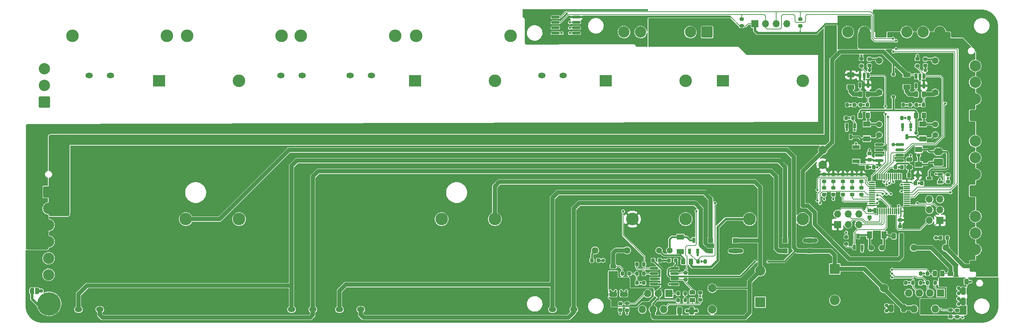
<source format=gbr>
%TF.GenerationSoftware,KiCad,Pcbnew,(6.0.0-0)*%
%TF.CreationDate,2022-01-15T16:46:18+01:00*%
%TF.ProjectId,Power-Supply-2,506f7765-722d-4537-9570-706c792d322e,1*%
%TF.SameCoordinates,Original*%
%TF.FileFunction,Copper,L1,Top*%
%TF.FilePolarity,Positive*%
%FSLAX46Y46*%
G04 Gerber Fmt 4.6, Leading zero omitted, Abs format (unit mm)*
G04 Created by KiCad (PCBNEW (6.0.0-0)) date 2022-01-15 16:46:18*
%MOMM*%
%LPD*%
G01*
G04 APERTURE LIST*
G04 Aperture macros list*
%AMRoundRect*
0 Rectangle with rounded corners*
0 $1 Rounding radius*
0 $2 $3 $4 $5 $6 $7 $8 $9 X,Y pos of 4 corners*
0 Add a 4 corners polygon primitive as box body*
4,1,4,$2,$3,$4,$5,$6,$7,$8,$9,$2,$3,0*
0 Add four circle primitives for the rounded corners*
1,1,$1+$1,$2,$3*
1,1,$1+$1,$4,$5*
1,1,$1+$1,$6,$7*
1,1,$1+$1,$8,$9*
0 Add four rect primitives between the rounded corners*
20,1,$1+$1,$2,$3,$4,$5,0*
20,1,$1+$1,$4,$5,$6,$7,0*
20,1,$1+$1,$6,$7,$8,$9,0*
20,1,$1+$1,$8,$9,$2,$3,0*%
%AMFreePoly0*
4,1,22,0.500000,-0.750000,0.000000,-0.750000,0.000000,-0.745033,-0.079941,-0.743568,-0.215256,-0.701293,-0.333266,-0.622738,-0.424486,-0.514219,-0.481581,-0.384460,-0.499164,-0.250000,-0.500000,-0.250000,-0.500000,0.250000,-0.499164,0.250000,-0.499963,0.256109,-0.478152,0.396186,-0.417904,0.524511,-0.324060,0.630769,-0.204165,0.706417,-0.067858,0.745374,0.000000,0.744959,0.000000,0.750000,
0.500000,0.750000,0.500000,-0.750000,0.500000,-0.750000,$1*%
%AMFreePoly1*
4,1,20,0.000000,0.744959,0.073905,0.744508,0.209726,0.703889,0.328688,0.626782,0.421226,0.519385,0.479903,0.390333,0.500000,0.250000,0.500000,-0.250000,0.499851,-0.262216,0.476331,-0.402017,0.414519,-0.529596,0.319384,-0.634700,0.198574,-0.708877,0.061801,-0.746166,0.000000,-0.745033,0.000000,-0.750000,-0.500000,-0.750000,-0.500000,0.750000,0.000000,0.750000,0.000000,0.744959,
0.000000,0.744959,$1*%
G04 Aperture macros list end*
%TA.AperFunction,SMDPad,CuDef*%
%ADD10RoundRect,0.200000X-0.200000X-0.275000X0.200000X-0.275000X0.200000X0.275000X-0.200000X0.275000X0*%
%TD*%
%TA.AperFunction,SMDPad,CuDef*%
%ADD11RoundRect,0.200000X0.200000X0.275000X-0.200000X0.275000X-0.200000X-0.275000X0.200000X-0.275000X0*%
%TD*%
%TA.AperFunction,SMDPad,CuDef*%
%ADD12RoundRect,0.200000X0.275000X-0.200000X0.275000X0.200000X-0.275000X0.200000X-0.275000X-0.200000X0*%
%TD*%
%TA.AperFunction,SMDPad,CuDef*%
%ADD13RoundRect,0.225000X-0.250000X0.225000X-0.250000X-0.225000X0.250000X-0.225000X0.250000X0.225000X0*%
%TD*%
%TA.AperFunction,SMDPad,CuDef*%
%ADD14RoundRect,0.225000X0.250000X-0.225000X0.250000X0.225000X-0.250000X0.225000X-0.250000X-0.225000X0*%
%TD*%
%TA.AperFunction,SMDPad,CuDef*%
%ADD15RoundRect,0.200000X-0.275000X0.200000X-0.275000X-0.200000X0.275000X-0.200000X0.275000X0.200000X0*%
%TD*%
%TA.AperFunction,SMDPad,CuDef*%
%ADD16RoundRect,0.225000X-0.225000X-0.250000X0.225000X-0.250000X0.225000X0.250000X-0.225000X0.250000X0*%
%TD*%
%TA.AperFunction,SMDPad,CuDef*%
%ADD17RoundRect,0.225000X0.225000X0.250000X-0.225000X0.250000X-0.225000X-0.250000X0.225000X-0.250000X0*%
%TD*%
%TA.AperFunction,SMDPad,CuDef*%
%ADD18RoundRect,0.218750X0.256250X-0.218750X0.256250X0.218750X-0.256250X0.218750X-0.256250X-0.218750X0*%
%TD*%
%TA.AperFunction,SMDPad,CuDef*%
%ADD19RoundRect,0.250000X-0.650000X0.325000X-0.650000X-0.325000X0.650000X-0.325000X0.650000X0.325000X0*%
%TD*%
%TA.AperFunction,SMDPad,CuDef*%
%ADD20RoundRect,0.250000X-0.450000X0.262500X-0.450000X-0.262500X0.450000X-0.262500X0.450000X0.262500X0*%
%TD*%
%TA.AperFunction,SMDPad,CuDef*%
%ADD21RoundRect,0.250000X-0.262500X-0.450000X0.262500X-0.450000X0.262500X0.450000X-0.262500X0.450000X0*%
%TD*%
%TA.AperFunction,ComponentPad*%
%ADD22R,1.800000X1.800000*%
%TD*%
%TA.AperFunction,ComponentPad*%
%ADD23O,1.800000X1.800000*%
%TD*%
%TA.AperFunction,SMDPad,CuDef*%
%ADD24RoundRect,0.075000X-0.075000X0.662500X-0.075000X-0.662500X0.075000X-0.662500X0.075000X0.662500X0*%
%TD*%
%TA.AperFunction,SMDPad,CuDef*%
%ADD25RoundRect,0.075000X-0.662500X0.075000X-0.662500X-0.075000X0.662500X-0.075000X0.662500X0.075000X0*%
%TD*%
%TA.AperFunction,SMDPad,CuDef*%
%ADD26RoundRect,0.250000X-0.325000X-0.650000X0.325000X-0.650000X0.325000X0.650000X-0.325000X0.650000X0*%
%TD*%
%TA.AperFunction,ComponentPad*%
%ADD27RoundRect,0.250001X1.099999X1.099999X-1.099999X1.099999X-1.099999X-1.099999X1.099999X-1.099999X0*%
%TD*%
%TA.AperFunction,ComponentPad*%
%ADD28C,2.700000*%
%TD*%
%TA.AperFunction,ComponentPad*%
%ADD29RoundRect,0.250001X1.099999X-1.099999X1.099999X1.099999X-1.099999X1.099999X-1.099999X-1.099999X0*%
%TD*%
%TA.AperFunction,SMDPad,CuDef*%
%ADD30C,2.000000*%
%TD*%
%TA.AperFunction,SMDPad,CuDef*%
%ADD31FreePoly0,0.000000*%
%TD*%
%TA.AperFunction,SMDPad,CuDef*%
%ADD32FreePoly1,0.000000*%
%TD*%
%TA.AperFunction,SMDPad,CuDef*%
%ADD33RoundRect,0.250000X0.325000X0.650000X-0.325000X0.650000X-0.325000X-0.650000X0.325000X-0.650000X0*%
%TD*%
%TA.AperFunction,SMDPad,CuDef*%
%ADD34R,1.700000X1.300000*%
%TD*%
%TA.AperFunction,SMDPad,CuDef*%
%ADD35R,1.300000X1.700000*%
%TD*%
%TA.AperFunction,ComponentPad*%
%ADD36RoundRect,0.250001X-1.099999X1.099999X-1.099999X-1.099999X1.099999X-1.099999X1.099999X1.099999X0*%
%TD*%
%TA.AperFunction,ComponentPad*%
%ADD37C,1.600000*%
%TD*%
%TA.AperFunction,ComponentPad*%
%ADD38C,1.400000*%
%TD*%
%TA.AperFunction,SMDPad,CuDef*%
%ADD39RoundRect,0.250000X0.262500X0.450000X-0.262500X0.450000X-0.262500X-0.450000X0.262500X-0.450000X0*%
%TD*%
%TA.AperFunction,ComponentPad*%
%ADD40R,3.000000X2.800000*%
%TD*%
%TA.AperFunction,ComponentPad*%
%ADD41C,3.000000*%
%TD*%
%TA.AperFunction,SMDPad,CuDef*%
%ADD42RoundRect,0.150000X-0.825000X-0.150000X0.825000X-0.150000X0.825000X0.150000X-0.825000X0.150000X0*%
%TD*%
%TA.AperFunction,ComponentPad*%
%ADD43R,2.400000X2.400000*%
%TD*%
%TA.AperFunction,ComponentPad*%
%ADD44C,2.400000*%
%TD*%
%TA.AperFunction,SMDPad,CuDef*%
%ADD45R,0.650000X1.220000*%
%TD*%
%TA.AperFunction,ComponentPad*%
%ADD46R,1.700000X1.700000*%
%TD*%
%TA.AperFunction,ComponentPad*%
%ADD47O,1.700000X1.700000*%
%TD*%
%TA.AperFunction,SMDPad,CuDef*%
%ADD48R,1.200000X1.200000*%
%TD*%
%TA.AperFunction,ComponentPad*%
%ADD49O,1.800000X1.300000*%
%TD*%
%TA.AperFunction,SMDPad,CuDef*%
%ADD50RoundRect,0.150000X-0.150000X0.512500X-0.150000X-0.512500X0.150000X-0.512500X0.150000X0.512500X0*%
%TD*%
%TA.AperFunction,SMDPad,CuDef*%
%ADD51R,1.220000X0.650000*%
%TD*%
%TA.AperFunction,SMDPad,CuDef*%
%ADD52RoundRect,0.250000X0.475000X-0.250000X0.475000X0.250000X-0.475000X0.250000X-0.475000X-0.250000X0*%
%TD*%
%TA.AperFunction,SMDPad,CuDef*%
%ADD53R,1.700000X0.900000*%
%TD*%
%TA.AperFunction,ComponentPad*%
%ADD54C,5.600000*%
%TD*%
%TA.AperFunction,SMDPad,CuDef*%
%ADD55RoundRect,0.250000X0.625000X-0.312500X0.625000X0.312500X-0.625000X0.312500X-0.625000X-0.312500X0*%
%TD*%
%TA.AperFunction,SMDPad,CuDef*%
%ADD56RoundRect,0.150000X0.825000X0.150000X-0.825000X0.150000X-0.825000X-0.150000X0.825000X-0.150000X0*%
%TD*%
%TA.AperFunction,ComponentPad*%
%ADD57RoundRect,0.250000X0.845000X-0.620000X0.845000X0.620000X-0.845000X0.620000X-0.845000X-0.620000X0*%
%TD*%
%TA.AperFunction,ComponentPad*%
%ADD58O,2.190000X1.740000*%
%TD*%
%TA.AperFunction,SMDPad,CuDef*%
%ADD59RoundRect,0.218750X-0.218750X-0.381250X0.218750X-0.381250X0.218750X0.381250X-0.218750X0.381250X0*%
%TD*%
%TA.AperFunction,ViaPad*%
%ADD60C,0.600000*%
%TD*%
%TA.AperFunction,ViaPad*%
%ADD61C,0.900000*%
%TD*%
%TA.AperFunction,Conductor*%
%ADD62C,0.400000*%
%TD*%
%TA.AperFunction,Conductor*%
%ADD63C,1.000000*%
%TD*%
%TA.AperFunction,Conductor*%
%ADD64C,0.200000*%
%TD*%
%TA.AperFunction,Conductor*%
%ADD65C,0.600000*%
%TD*%
G04 APERTURE END LIST*
D10*
%TO.P,R45,1*%
%TO.N,/Negative Supply/-15V*%
X173622500Y-132067500D03*
%TO.P,R45,2*%
%TO.N,Net-(R8-Pad1)*%
X175272500Y-132067500D03*
%TD*%
D11*
%TO.P,R35,1*%
%TO.N,/Digital Supply/ENABLE_5V0*%
X228612500Y-88570000D03*
%TO.P,R35,2*%
%TO.N,GND*%
X226962500Y-88570000D03*
%TD*%
%TO.P,R24,1*%
%TO.N,/Digital Supply/ADC_U_3V3*%
X215595000Y-85395000D03*
%TO.P,R24,2*%
%TO.N,GND*%
X213945000Y-85395000D03*
%TD*%
%TO.P,R40,1*%
%TO.N,/Digital Supply/ENABLE_3V3*%
X215277500Y-88570000D03*
%TO.P,R40,2*%
%TO.N,GND*%
X213627500Y-88570000D03*
%TD*%
%TO.P,R33,1*%
%TO.N,/Digital Supply/ADC_U_5V0*%
X228930000Y-85395000D03*
%TO.P,R33,2*%
%TO.N,GND*%
X227280000Y-85395000D03*
%TD*%
%TO.P,R32,1*%
%TO.N,Net-(K3-Pad14)*%
X232105000Y-85395000D03*
%TO.P,R32,2*%
%TO.N,/Digital Supply/ADC_U_5V0*%
X230455000Y-85395000D03*
%TD*%
D12*
%TO.P,R30,1*%
%TO.N,Net-(R30-Pad1)*%
X230645000Y-76060000D03*
%TO.P,R30,2*%
%TO.N,GND*%
X230645000Y-74410000D03*
%TD*%
D11*
%TO.P,R21,1*%
%TO.N,Net-(K4-Pad14)*%
X218770000Y-85395000D03*
%TO.P,R21,2*%
%TO.N,/Digital Supply/ADC_U_3V3*%
X217120000Y-85395000D03*
%TD*%
D12*
%TO.P,R19,1*%
%TO.N,Net-(R19-Pad1)*%
X217310000Y-76060000D03*
%TO.P,R19,2*%
%TO.N,GND*%
X217310000Y-74410000D03*
%TD*%
D13*
%TO.P,C29,1*%
%TO.N,GND*%
X219215000Y-97002500D03*
%TO.P,C29,2*%
%TO.N,/Digital Supply/3V3*%
X219215000Y-98552500D03*
%TD*%
D14*
%TO.P,C28,1*%
%TO.N,GND*%
X232550000Y-76010000D03*
%TO.P,C28,2*%
%TO.N,/5V*%
X232550000Y-74460000D03*
%TD*%
%TO.P,C11,1*%
%TO.N,GND*%
X219215000Y-76010000D03*
%TO.P,C11,2*%
%TO.N,/3V3*%
X219215000Y-74460000D03*
%TD*%
%TO.P,C8,1*%
%TO.N,GND*%
X159842500Y-134430000D03*
%TO.P,C8,2*%
%TO.N,Net-(C8-Pad2)*%
X159842500Y-132880000D03*
%TD*%
D15*
%TO.P,R28,1*%
%TO.N,/Microcontroller/ADC_I_VEE*%
X175400000Y-125527500D03*
%TO.P,R28,2*%
%TO.N,Net-(R26-Pad1)*%
X175400000Y-127177500D03*
%TD*%
D10*
%TO.P,R27,1*%
%TO.N,Net-(R25-Pad2)*%
X163780000Y-123495000D03*
%TO.P,R27,2*%
%TO.N,/Microcontroller/ADC_U_VEE*%
X165430000Y-123495000D03*
%TD*%
%TO.P,R25,1*%
%TO.N,/Negative Supply/~{ADC_U_VEE}*%
X163780000Y-125717500D03*
%TO.P,R25,2*%
%TO.N,Net-(R25-Pad2)*%
X165430000Y-125717500D03*
%TD*%
%TO.P,R23,1*%
%TO.N,/Microcontroller/ENABLE_VEE*%
X178385000Y-122860000D03*
%TO.P,R23,2*%
%TO.N,GND*%
X180035000Y-122860000D03*
%TD*%
%TO.P,R18,1*%
%TO.N,/Negative Supply/~{ADC_U_VEE}*%
X163780000Y-127940000D03*
%TO.P,R18,2*%
%TO.N,GND*%
X165430000Y-127940000D03*
%TD*%
D12*
%TO.P,R17,2*%
%TO.N,Net-(C8-Pad2)*%
X161430000Y-132830000D03*
%TO.P,R17,1*%
%TO.N,GND*%
X161430000Y-134480000D03*
%TD*%
D10*
%TO.P,R12,1*%
%TO.N,/Negative Supply/VEE_PRE_RELAIS*%
X160287500Y-125717500D03*
%TO.P,R12,2*%
%TO.N,/Negative Supply/~{ADC_U_VEE}*%
X161937500Y-125717500D03*
%TD*%
D12*
%TO.P,R10,1*%
%TO.N,/Negative Supply/~{ADC_I_VEE}*%
X178892500Y-131940000D03*
%TO.P,R10,2*%
%TO.N,GND*%
X178892500Y-130290000D03*
%TD*%
D11*
%TO.P,R8,1*%
%TO.N,Net-(R8-Pad1)*%
X175272500Y-130480000D03*
%TO.P,R8,2*%
%TO.N,Net-(R8-Pad2)*%
X173622500Y-130480000D03*
%TD*%
D16*
%TO.P,C22,1*%
%TO.N,/Negative Supply/-15V*%
X167640000Y-122542500D03*
%TO.P,C22,2*%
%TO.N,GND*%
X169190000Y-122542500D03*
%TD*%
%TO.P,C21,1*%
%TO.N,GND*%
X171450000Y-122542500D03*
%TO.P,C21,2*%
%TO.N,/Positive Supply/15V*%
X173000000Y-122542500D03*
%TD*%
D17*
%TO.P,C20,1*%
%TO.N,GND*%
X154585000Y-122542500D03*
%TO.P,C20,2*%
%TO.N,/VEE*%
X153035000Y-122542500D03*
%TD*%
D12*
%TO.P,R16,1*%
%TO.N,/Microcontroller/ENABLE_VCC*%
X213692500Y-118605000D03*
%TO.P,R16,2*%
%TO.N,GND*%
X213692500Y-116955000D03*
%TD*%
D11*
%TO.P,R11,1*%
%TO.N,/Microcontroller/ADC_U_VCC*%
X233057500Y-125717500D03*
%TO.P,R11,2*%
%TO.N,GND*%
X231407500Y-125717500D03*
%TD*%
%TO.P,R6,1*%
%TO.N,/Microcontroller/ADC_I_VCC*%
X233057500Y-127940000D03*
%TO.P,R6,2*%
%TO.N,GND*%
X231407500Y-127940000D03*
%TD*%
D12*
%TO.P,R4,1*%
%TO.N,GND*%
X238582500Y-136067500D03*
%TO.P,R4,2*%
%TO.N,Net-(C4-Pad2)*%
X238582500Y-134417500D03*
%TD*%
D10*
%TO.P,R3,1*%
%TO.N,GND*%
X227915000Y-127940000D03*
%TO.P,R3,2*%
%TO.N,/Microcontroller/ADC_T_VCC*%
X229565000Y-127940000D03*
%TD*%
D11*
%TO.P,R2,1*%
%TO.N,/Positive Supply/VCC_OUT*%
X236550000Y-127940000D03*
%TO.P,R2,2*%
%TO.N,Net-(R2-Pad2)*%
X234900000Y-127940000D03*
%TD*%
D16*
%TO.P,C19,1*%
%TO.N,GND*%
X236220000Y-117145000D03*
%TO.P,C19,2*%
%TO.N,/VCC*%
X237770000Y-117145000D03*
%TD*%
D14*
%TO.P,C4,1*%
%TO.N,GND*%
X240170000Y-136017500D03*
%TO.P,C4,2*%
%TO.N,Net-(C4-Pad2)*%
X240170000Y-134467500D03*
%TD*%
D15*
%TO.P,R38,1*%
%TO.N,/Microcontroller/FAN*%
X237947500Y-102110000D03*
%TO.P,R38,2*%
%TO.N,GND*%
X237947500Y-103760000D03*
%TD*%
%TO.P,R44,1*%
%TO.N,/Digital Supply/3V3*%
X215087500Y-102032500D03*
%TO.P,R44,2*%
%TO.N,Net-(D11-Pad2)*%
X215087500Y-103682500D03*
%TD*%
%TO.P,R43,1*%
%TO.N,/Digital Supply/3V3*%
X217310000Y-102032500D03*
%TO.P,R43,2*%
%TO.N,Net-(D10-Pad2)*%
X217310000Y-103682500D03*
%TD*%
%TO.P,R42,1*%
%TO.N,/Digital Supply/3V3*%
X212865000Y-102032500D03*
%TO.P,R42,2*%
%TO.N,Net-(D9-Pad2)*%
X212865000Y-103682500D03*
%TD*%
%TO.P,R41,1*%
%TO.N,/Digital Supply/3V3*%
X210642500Y-102032500D03*
%TO.P,R41,2*%
%TO.N,Net-(D8-Pad2)*%
X210642500Y-103682500D03*
%TD*%
%TO.P,R39,1*%
%TO.N,/Microcontroller/SCL*%
X188735000Y-64885000D03*
%TO.P,R39,2*%
%TO.N,/Digital Supply/3V3*%
X188735000Y-66535000D03*
%TD*%
%TO.P,R36,1*%
%TO.N,/Microcontroller/SDA*%
X202705000Y-64885000D03*
%TO.P,R36,2*%
%TO.N,/Digital Supply/3V3*%
X202705000Y-66535000D03*
%TD*%
%TO.P,R14,1*%
%TO.N,/Digital Supply/3V3*%
X208420000Y-102032500D03*
%TO.P,R14,2*%
%TO.N,Net-(D7-Pad2)*%
X208420000Y-103682500D03*
%TD*%
D18*
%TO.P,D11,1,K*%
%TO.N,/Microcontroller/LED2*%
X215087500Y-106820000D03*
%TO.P,D11,2,A*%
%TO.N,Net-(D11-Pad2)*%
X215087500Y-105245000D03*
%TD*%
%TO.P,D10,1,K*%
%TO.N,/Microcontroller/LED1*%
X217310000Y-106820000D03*
%TO.P,D10,2,A*%
%TO.N,Net-(D10-Pad2)*%
X217310000Y-105245000D03*
%TD*%
%TO.P,D9,1,K*%
%TO.N,/Microcontroller/LED3*%
X212865000Y-106820000D03*
%TO.P,D9,2,A*%
%TO.N,Net-(D9-Pad2)*%
X212865000Y-105245000D03*
%TD*%
%TO.P,D8,1,K*%
%TO.N,/Microcontroller/LED4*%
X210642500Y-106820000D03*
%TO.P,D8,2,A*%
%TO.N,Net-(D8-Pad2)*%
X210642500Y-105245000D03*
%TD*%
%TO.P,D7,1,K*%
%TO.N,/Microcontroller/LED5*%
X208420000Y-106820000D03*
%TO.P,D7,2,A*%
%TO.N,Net-(D7-Pad2)*%
X208420000Y-105245000D03*
%TD*%
D19*
%TO.P,C6,1*%
%TO.N,/Negative Supply/VEE_OUT*%
X158090000Y-127735000D03*
%TO.P,C6,2*%
%TO.N,GND*%
X158090000Y-130685000D03*
%TD*%
D20*
%TO.P,R1,1*%
%TO.N,/Positive Supply/VCC_PRE_RELAIS*%
X238582500Y-125757500D03*
%TO.P,R1,2*%
%TO.N,/Positive Supply/VCC_OUT*%
X238582500Y-127582500D03*
%TD*%
D21*
%TO.P,R5,1*%
%TO.N,/Positive Supply/VCC_OUT*%
X240527500Y-127622500D03*
%TO.P,R5,2*%
%TO.N,GND*%
X242352500Y-127622500D03*
%TD*%
D22*
%TO.P,U1,1,ILIM*%
%TO.N,Net-(R2-Pad2)*%
X236195000Y-130340000D03*
D23*
%TO.P,U1,2,SET*%
%TO.N,Net-(C4-Pad2)*%
X234925000Y-134140000D03*
%TO.P,U1,3,IMON*%
%TO.N,/Microcontroller/ADC_I_VCC*%
X233655000Y-130340000D03*
%TO.P,U1,4,OUT*%
%TO.N,/Positive Supply/VCC_OUT*%
X232385000Y-134140000D03*
%TO.P,U1,5,TEMP*%
%TO.N,/Microcontroller/ADC_T_VCC*%
X231115000Y-130340000D03*
%TO.P,U1,6,IN*%
%TO.N,/Positive Supply/15V*%
X229845000Y-134140000D03*
%TO.P,U1,7,NC*%
%TO.N,unconnected-(U1-Pad7)*%
X228575000Y-130340000D03*
%TD*%
D24*
%TO.P,U2,1,PC0*%
%TO.N,unconnected-(U2-Pad1)*%
X226727500Y-102505000D03*
%TO.P,U2,2,PC13*%
%TO.N,unconnected-(U2-Pad2)*%
X226227500Y-102505000D03*
%TO.P,U2,3,PC14*%
%TO.N,unconnected-(U2-Pad3)*%
X225727500Y-102505000D03*
%TO.P,U2,4,PC15*%
%TO.N,unconnected-(U2-Pad4)*%
X225227500Y-102505000D03*
%TO.P,U2,5,PH0*%
%TO.N,/Digital Supply/ENABLE_5V0*%
X224727500Y-102505000D03*
%TO.P,U2,6,PH1*%
%TO.N,/Digital Supply/ENABLE_3V3*%
X224227500Y-102505000D03*
%TO.P,U2,7,NRST*%
%TO.N,/Microcontroller/~{RESET}*%
X223727500Y-102505000D03*
%TO.P,U2,8,VSSA*%
%TO.N,GND*%
X223227500Y-102505000D03*
%TO.P,U2,9,VDDA*%
%TO.N,/Microcontroller/3V3A*%
X222727500Y-102505000D03*
%TO.P,U2,10,PA0*%
%TO.N,/Digital Supply/ADC_I_5V0*%
X222227500Y-102505000D03*
%TO.P,U2,11,PA1*%
%TO.N,/Digital Supply/ADC_U_5V0*%
X221727500Y-102505000D03*
%TO.P,U2,12,PA2*%
%TO.N,/Digital Supply/ADC_U_3V3*%
X221227500Y-102505000D03*
D25*
%TO.P,U2,13,PA3*%
%TO.N,/Digital Supply/ADC_I_3V3*%
X219815000Y-103917500D03*
%TO.P,U2,14,PA4*%
%TO.N,/Microcontroller/ADC_U_VEE*%
X219815000Y-104417500D03*
%TO.P,U2,15,PA5*%
%TO.N,/Microcontroller/ADC_I_VEE*%
X219815000Y-104917500D03*
%TO.P,U2,16,PA6*%
%TO.N,/Microcontroller/ADC_U_VCC*%
X219815000Y-105417500D03*
%TO.P,U2,17,PA7*%
%TO.N,/Microcontroller/ADC_I_VCC*%
X219815000Y-105917500D03*
%TO.P,U2,18,PB0*%
%TO.N,/Microcontroller/ADC_T_VCC*%
X219815000Y-106417500D03*
%TO.P,U2,19,PB1*%
%TO.N,/Microcontroller/ENABLE_VEE*%
X219815000Y-106917500D03*
%TO.P,U2,20,PB2*%
%TO.N,/Microcontroller/LED1*%
X219815000Y-107417500D03*
%TO.P,U2,21,PB10*%
%TO.N,/Microcontroller/LED2*%
X219815000Y-107917500D03*
%TO.P,U2,22,PB11*%
%TO.N,/Microcontroller/LED3*%
X219815000Y-108417500D03*
%TO.P,U2,23,VSS*%
%TO.N,GND*%
X219815000Y-108917500D03*
%TO.P,U2,24,VDD*%
%TO.N,/Digital Supply/3V3*%
X219815000Y-109417500D03*
D24*
%TO.P,U2,25,PB12*%
%TO.N,/Microcontroller/SPI_NSS*%
X221227500Y-110830000D03*
%TO.P,U2,26,PB13*%
%TO.N,/Microcontroller/SPI_SCK*%
X221727500Y-110830000D03*
%TO.P,U2,27,PB14*%
%TO.N,/Microcontroller/SPI1_MISO*%
X222227500Y-110830000D03*
%TO.P,U2,28,PB15*%
%TO.N,/Microcontroller/SPI1_MOSI*%
X222727500Y-110830000D03*
%TO.P,U2,29,PA8*%
%TO.N,/Microcontroller/ENABLE_VCC*%
X223227500Y-110830000D03*
%TO.P,U2,30,PA9*%
%TO.N,/Microcontroller/LED4*%
X223727500Y-110830000D03*
%TO.P,U2,31,PA10*%
%TO.N,/Microcontroller/LED5*%
X224227500Y-110830000D03*
%TO.P,U2,32,PA11*%
%TO.N,unconnected-(U2-Pad32)*%
X224727500Y-110830000D03*
%TO.P,U2,33,PA12*%
%TO.N,unconnected-(U2-Pad33)*%
X225227500Y-110830000D03*
%TO.P,U2,34,PA13*%
%TO.N,/Microcontroller/SWDIO*%
X225727500Y-110830000D03*
%TO.P,U2,35,VSS*%
%TO.N,GND*%
X226227500Y-110830000D03*
%TO.P,U2,36,VDD*%
%TO.N,/Digital Supply/3V3*%
X226727500Y-110830000D03*
D25*
%TO.P,U2,37,PA14*%
%TO.N,/Microcontroller/SWCLK*%
X228140000Y-109417500D03*
%TO.P,U2,38,PA15*%
%TO.N,unconnected-(U2-Pad38)*%
X228140000Y-108917500D03*
%TO.P,U2,39,PB3*%
%TO.N,unconnected-(U2-Pad39)*%
X228140000Y-108417500D03*
%TO.P,U2,40,PB4*%
%TO.N,unconnected-(U2-Pad40)*%
X228140000Y-107917500D03*
%TO.P,U2,41,PB5*%
%TO.N,/Microcontroller/FAN*%
X228140000Y-107417500D03*
%TO.P,U2,42,PB6*%
%TO.N,/Microcontroller/SCL*%
X228140000Y-106917500D03*
%TO.P,U2,43,PB7*%
%TO.N,/Microcontroller/SDA*%
X228140000Y-106417500D03*
%TO.P,U2,44,BOOT0*%
%TO.N,GND*%
X228140000Y-105917500D03*
%TO.P,U2,45,PB8*%
%TO.N,unconnected-(U2-Pad45)*%
X228140000Y-105417500D03*
%TO.P,U2,46,PB9*%
%TO.N,unconnected-(U2-Pad46)*%
X228140000Y-104917500D03*
%TO.P,U2,47,VSS*%
%TO.N,GND*%
X228140000Y-104417500D03*
%TO.P,U2,48,VDD*%
%TO.N,/Digital Supply/3V3*%
X228140000Y-103917500D03*
%TD*%
D22*
%TO.P,U3,1,ILIM*%
%TO.N,Net-(R8-Pad2)*%
X171425000Y-130480000D03*
D23*
%TO.P,U3,2,IMONN*%
%TO.N,/Negative Supply/~{ADC_I_VEE}*%
X170155000Y-134280000D03*
%TO.P,U3,3,~{SHDN}*%
%TO.N,/Negative Supply/-15V*%
X168885000Y-130480000D03*
%TO.P,U3,4,IN*%
X167615000Y-134280000D03*
%TO.P,U3,5,SET*%
%TO.N,Net-(C8-Pad2)*%
X166345000Y-130480000D03*
%TO.P,U3,6,GND*%
%TO.N,GND*%
X165075000Y-134280000D03*
%TO.P,U3,7,OUT*%
%TO.N,/Negative Supply/VEE_OUT*%
X163805000Y-130480000D03*
%TD*%
D26*
%TO.P,C1,1*%
%TO.N,/Positive Supply/VCC_OUT*%
X238695000Y-129845000D03*
%TO.P,C1,2*%
%TO.N,GND*%
X241645000Y-129845000D03*
%TD*%
D27*
%TO.P,J9,1,Pin_1*%
%TO.N,/VCC*%
X222000000Y-68000000D03*
D28*
%TO.P,J9,2,Pin_2*%
%TO.N,/VEE*%
X218040000Y-68000000D03*
%TO.P,J9,3,Pin_3*%
%TO.N,GND*%
X214080000Y-68000000D03*
%TO.P,J9,4,Pin_4*%
%TO.N,/5V*%
X210120000Y-68000000D03*
%TD*%
D27*
%TO.P,J8,1,Pin_1*%
%TO.N,/VCC*%
X240000000Y-68000000D03*
D28*
%TO.P,J8,2,Pin_2*%
%TO.N,/VEE*%
X236040000Y-68000000D03*
%TO.P,J8,3,Pin_3*%
%TO.N,GND*%
X232080000Y-68000000D03*
%TO.P,J8,4,Pin_4*%
%TO.N,/5V*%
X228120000Y-68000000D03*
%TD*%
D29*
%TO.P,J7,1,Pin_1*%
%TO.N,/VCC*%
X244450000Y-87940000D03*
D28*
%TO.P,J7,2,Pin_2*%
%TO.N,/VEE*%
X244450000Y-83980000D03*
%TO.P,J7,3,Pin_3*%
%TO.N,GND*%
X244450000Y-80020000D03*
%TO.P,J7,4,Pin_4*%
%TO.N,/5V*%
X244450000Y-76060000D03*
%TD*%
D20*
%TO.P,R7,1*%
%TO.N,/Negative Supply/VEE_PRE_RELAIS*%
X158128000Y-123979500D03*
%TO.P,R7,2*%
%TO.N,/Negative Supply/VEE_OUT*%
X158128000Y-125804500D03*
%TD*%
D30*
%TO.P,TP4,1,1*%
%TO.N,GND*%
X181750000Y-134290000D03*
%TD*%
D29*
%TO.P,J10,1,Pin_1*%
%TO.N,/VCC*%
X244500000Y-123940000D03*
D28*
%TO.P,J10,2,Pin_2*%
%TO.N,/VEE*%
X244500000Y-119980000D03*
%TO.P,J10,3,Pin_3*%
%TO.N,GND*%
X244500000Y-116020000D03*
%TO.P,J10,4,Pin_4*%
%TO.N,/5V*%
X244500000Y-112060000D03*
%TD*%
D31*
%TO.P,JP1,1,A*%
%TO.N,Earth*%
X19492500Y-129845000D03*
D32*
%TO.P,JP1,2,B*%
%TO.N,GND*%
X20792500Y-129845000D03*
%TD*%
D33*
%TO.P,C7,1*%
%TO.N,GND*%
X176875000Y-134607500D03*
%TO.P,C7,2*%
%TO.N,/Negative Supply/-15V*%
X173925000Y-134607500D03*
%TD*%
D30*
%TO.P,TP1,1,1*%
%TO.N,/Positive Supply/15V*%
X222707500Y-129210000D03*
%TD*%
D26*
%TO.P,C3,1*%
%TO.N,GND*%
X224407500Y-133972500D03*
%TO.P,C3,2*%
%TO.N,/Positive Supply/15V*%
X227357500Y-133972500D03*
%TD*%
D34*
%TO.P,D2,1,K*%
%TO.N,Net-(D2-Pad1)*%
X174130000Y-120482500D03*
%TO.P,D2,2,A*%
%TO.N,Net-(D2-Pad2)*%
X174130000Y-116982500D03*
%TD*%
%TO.P,D3,1,K*%
%TO.N,Net-(D3-Pad1)*%
X231915000Y-89995000D03*
%TO.P,D3,2,A*%
%TO.N,Net-(D3-Pad2)*%
X231915000Y-93495000D03*
%TD*%
D26*
%TO.P,C2,1*%
%TO.N,/Positive Supply/VCC_OUT*%
X238695000Y-132385000D03*
%TO.P,C2,2*%
%TO.N,GND*%
X241645000Y-132385000D03*
%TD*%
D35*
%TO.P,D1,1,K*%
%TO.N,Net-(D1-Pad1)*%
X222745000Y-116510000D03*
%TO.P,D1,2,A*%
%TO.N,Net-(D1-Pad2)*%
X219245000Y-116510000D03*
%TD*%
D19*
%TO.P,C5,1*%
%TO.N,/Negative Supply/VEE_OUT*%
X160630000Y-127735000D03*
%TO.P,C5,2*%
%TO.N,GND*%
X160630000Y-130685000D03*
%TD*%
D27*
%TO.P,J12,1,Pin_1*%
%TO.N,/5V*%
X180500000Y-68000000D03*
D28*
%TO.P,J12,2,Pin_2*%
X176540000Y-68000000D03*
%TO.P,J12,3,Pin_3*%
%TO.N,/3V3*%
X172580000Y-68000000D03*
%TO.P,J12,4,Pin_4*%
X168620000Y-68000000D03*
%TO.P,J12,5,Pin_5*%
%TO.N,GND*%
X164660000Y-68000000D03*
%TO.P,J12,6,Pin_6*%
X160700000Y-68000000D03*
%TD*%
D30*
%TO.P,TP5,1,1*%
%TO.N,/Negative Supply/-15V*%
X181750000Y-129210000D03*
%TD*%
D36*
%TO.P,J11,1,Pin_1*%
%TO.N,/5V*%
X23500000Y-106197500D03*
D28*
%TO.P,J11,2,Pin_2*%
X23500000Y-110157500D03*
%TO.P,J11,3,Pin_3*%
%TO.N,/3V3*%
X23500000Y-114117500D03*
%TO.P,J11,4,Pin_4*%
X23500000Y-118077500D03*
%TO.P,J11,5,Pin_5*%
%TO.N,GND*%
X23500000Y-122037500D03*
%TO.P,J11,6,Pin_6*%
X23500000Y-125997500D03*
%TD*%
D29*
%TO.P,J6,1,Pin_1*%
%TO.N,/VCC*%
X244450000Y-105940000D03*
D28*
%TO.P,J6,2,Pin_2*%
%TO.N,/VEE*%
X244450000Y-101980000D03*
%TO.P,J6,3,Pin_3*%
%TO.N,GND*%
X244450000Y-98020000D03*
%TO.P,J6,4,Pin_4*%
%TO.N,/5V*%
X244450000Y-94060000D03*
%TD*%
D37*
%TO.P,K3,11*%
%TO.N,/5V*%
X234907914Y-74815000D03*
%TO.P,K3,14*%
%TO.N,Net-(K3-Pad14)*%
X234907914Y-82435000D03*
D38*
%TO.P,K3,A1*%
%TO.N,Net-(D3-Pad2)*%
X234907914Y-92595000D03*
%TO.P,K3,A2*%
%TO.N,Net-(D3-Pad1)*%
X234907914Y-90055000D03*
%TD*%
D39*
%TO.P,R31,1*%
%TO.N,Net-(K3-Pad14)*%
X232192500Y-82855000D03*
%TO.P,R31,2*%
%TO.N,Net-(R29-Pad1)*%
X230367500Y-82855000D03*
%TD*%
D40*
%TO.P,PS4,1,AC_N*%
%TO.N,/AC_N*%
X184290000Y-79680000D03*
D41*
%TO.P,PS4,2,AC_L*%
%TO.N,Net-(F4-Pad2)*%
X203340000Y-79680000D03*
%TO.P,PS4,3,Vout-*%
%TO.N,GND*%
X203340000Y-112700000D03*
%TO.P,PS4,4,Vout+*%
%TO.N,/Digital Supply/5V*%
X190640000Y-112700000D03*
%TD*%
D42*
%TO.P,U6,1,SDA*%
%TO.N,/Microcontroller/SDA*%
X144350000Y-64440000D03*
%TO.P,U6,2,SCL*%
%TO.N,/Microcontroller/SCL*%
X144350000Y-65710000D03*
%TO.P,U6,3,O.S.*%
%TO.N,unconnected-(U6-Pad3)*%
X144350000Y-66980000D03*
%TO.P,U6,4,GND*%
%TO.N,GND*%
X144350000Y-68250000D03*
%TO.P,U6,5,A2*%
X149300000Y-68250000D03*
%TO.P,U6,6,A1*%
X149300000Y-66980000D03*
%TO.P,U6,7,A0*%
X149300000Y-65710000D03*
%TO.P,U6,8,+Vs*%
%TO.N,/Digital Supply/3V3*%
X149300000Y-64440000D03*
%TD*%
D34*
%TO.P,D4,1,K*%
%TO.N,Net-(D4-Pad1)*%
X218580000Y-89995000D03*
%TO.P,D4,2,A*%
%TO.N,Net-(D4-Pad2)*%
X218580000Y-93495000D03*
%TD*%
D41*
%TO.P,F3,1*%
%TO.N,/AC_L*%
X83642500Y-68885000D03*
%TO.P,F3,2*%
%TO.N,Net-(F3-Pad2)*%
X106142500Y-68885000D03*
%TD*%
D34*
%TO.P,D12,1,K*%
%TO.N,/Digital Supply/5V*%
X230962500Y-99605000D03*
%TO.P,D12,2,A*%
%TO.N,Net-(D12-Pad2)*%
X230962500Y-96105000D03*
%TD*%
D43*
%TO.P,C9,1*%
%TO.N,/Positive Supply/15V*%
X210960000Y-124587755D03*
D44*
%TO.P,C9,2*%
%TO.N,GND*%
X210960000Y-132087755D03*
%TD*%
D40*
%TO.P,PS3,1,AC_N*%
%TO.N,/AC_N*%
X156350000Y-79680000D03*
D41*
%TO.P,PS3,2,AC_L*%
%TO.N,Net-(F3-Pad2)*%
X175400000Y-79680000D03*
%TO.P,PS3,3,Vout-*%
%TO.N,GND*%
X175400000Y-112700000D03*
%TO.P,PS3,4,Vout+*%
%TO.N,/Digital Supply/3V3*%
X162700000Y-112700000D03*
%TD*%
D45*
%TO.P,Q2,1,G*%
%TO.N,/Microcontroller/ENABLE_VEE*%
X176355000Y-120360000D03*
%TO.P,Q2,2,S*%
%TO.N,GND*%
X178255000Y-120360000D03*
%TO.P,Q2,3,D*%
%TO.N,Net-(D2-Pad2)*%
X177305000Y-117740000D03*
%TD*%
D46*
%TO.P,J4,1,Pin_1*%
%TO.N,/Digital Supply/3V3*%
X191910000Y-66027500D03*
D47*
%TO.P,J4,2,Pin_2*%
%TO.N,/Microcontroller/SCL*%
X194450000Y-66027500D03*
%TO.P,J4,3,Pin_3*%
%TO.N,/Microcontroller/SDA*%
X196990000Y-66027500D03*
%TO.P,J4,4,Pin_4*%
%TO.N,GND*%
X199530000Y-66027500D03*
%TD*%
D16*
%TO.P,C30,1*%
%TO.N,GND*%
X218757500Y-100317500D03*
%TO.P,C30,2*%
%TO.N,/Microcontroller/~{RESET}*%
X220307500Y-100317500D03*
%TD*%
D48*
%TO.P,D6,1,+*%
%TO.N,GND*%
X187240000Y-120300000D03*
%TO.P,D6,2*%
%TO.N,Net-(D6-Pad2)*%
X181340000Y-120300000D03*
%TO.P,D6,3*%
%TO.N,Net-(D6-Pad3)*%
X181340000Y-117800000D03*
%TO.P,D6,4,-*%
%TO.N,/Negative Supply/-15V*%
X187240000Y-117800000D03*
%TD*%
D14*
%TO.P,C31,1*%
%TO.N,GND*%
X219215000Y-112205000D03*
%TO.P,C31,2*%
%TO.N,/Digital Supply/3V3*%
X219215000Y-110655000D03*
%TD*%
D39*
%TO.P,R9,1*%
%TO.N,/Positive Supply/VCC_PRE_RELAIS*%
X236637500Y-125717500D03*
%TO.P,R9,2*%
%TO.N,/Microcontroller/ADC_U_VCC*%
X234812500Y-125717500D03*
%TD*%
D37*
%TO.P,K1,11*%
%TO.N,/VCC*%
X237415000Y-119547914D03*
%TO.P,K1,14*%
%TO.N,/Positive Supply/VCC_PRE_RELAIS*%
X229795000Y-119547914D03*
D38*
%TO.P,K1,A1*%
%TO.N,Net-(D1-Pad2)*%
X219635000Y-119547914D03*
%TO.P,K1,A2*%
%TO.N,Net-(D1-Pad1)*%
X222175000Y-119547914D03*
%TD*%
D37*
%TO.P,K4,11*%
%TO.N,/3V3*%
X221572914Y-74815000D03*
%TO.P,K4,14*%
%TO.N,Net-(K4-Pad14)*%
X221572914Y-82435000D03*
D38*
%TO.P,K4,A1*%
%TO.N,Net-(D4-Pad2)*%
X221572914Y-92595000D03*
%TO.P,K4,A2*%
%TO.N,Net-(D4-Pad1)*%
X221572914Y-90055000D03*
%TD*%
D49*
%TO.P,T2,1,IN1A*%
%TO.N,Net-(F2-Pad2)*%
X146190000Y-78410000D03*
%TO.P,T2,2,IN1B*%
%TO.N,Net-(T2-Pad2)*%
X141110000Y-78410000D03*
%TO.P,T2,3,OUT2A*%
X100470000Y-78410000D03*
%TO.P,T2,4,OUT2B*%
%TO.N,/AC_N*%
X95390000Y-78410000D03*
%TO.P,T2,5,OUT1A*%
%TO.N,Net-(D6-Pad2)*%
X148730000Y-134290000D03*
%TO.P,T2,6,OUT1B*%
%TO.N,Net-(D6-Pad3)*%
X143650000Y-134290000D03*
%TO.P,T2,7,OUT2A*%
%TO.N,Net-(D6-Pad2)*%
X97930000Y-134290000D03*
%TO.P,T2,8,OUT2B*%
%TO.N,Net-(D6-Pad3)*%
X92850000Y-134290000D03*
%TD*%
D46*
%TO.P,J3,1,Pin_1*%
%TO.N,/Digital Supply/3V3*%
X211610000Y-113975000D03*
D47*
%TO.P,J3,2,Pin_2*%
%TO.N,/Microcontroller/SPI_NSS*%
X211610000Y-111435000D03*
%TO.P,J3,3,Pin_3*%
%TO.N,/Microcontroller/SPI1_MISO*%
X214150000Y-113975000D03*
%TO.P,J3,4,Pin_4*%
%TO.N,/Microcontroller/SPI_SCK*%
X214150000Y-111435000D03*
%TO.P,J3,5,Pin_5*%
%TO.N,/Microcontroller/SPI1_MOSI*%
X216690000Y-113975000D03*
%TO.P,J3,6,Pin_6*%
%TO.N,GND*%
X216690000Y-111435000D03*
%TD*%
D48*
%TO.P,D5,1,+*%
%TO.N,/Positive Supply/15V*%
X205020000Y-120300000D03*
%TO.P,D5,2*%
%TO.N,Net-(D5-Pad2)*%
X199120000Y-120300000D03*
%TO.P,D5,3*%
%TO.N,Net-(D5-Pad3)*%
X199120000Y-117800000D03*
%TO.P,D5,4,-*%
%TO.N,GND*%
X205020000Y-117800000D03*
%TD*%
D29*
%TO.P,J5,1,Pin_1*%
%TO.N,/AC_N*%
X22450000Y-84687500D03*
D28*
%TO.P,J5,2,Pin_2*%
%TO.N,Earth*%
X22450000Y-80727500D03*
%TO.P,J5,3,Pin_3*%
%TO.N,/AC_L*%
X22450000Y-76767500D03*
%TD*%
D41*
%TO.P,F4,1*%
%TO.N,/AC_L*%
X111127500Y-68885000D03*
%TO.P,F4,2*%
%TO.N,Net-(F4-Pad2)*%
X133627500Y-68885000D03*
%TD*%
D17*
%TO.P,C33,1*%
%TO.N,GND*%
X226975000Y-100317500D03*
%TO.P,C33,2*%
%TO.N,/Microcontroller/3V3A*%
X225425000Y-100317500D03*
%TD*%
D39*
%TO.P,R34,1*%
%TO.N,Net-(D3-Pad1)*%
X232192500Y-87935000D03*
%TO.P,R34,2*%
%TO.N,/Digital Supply/5V*%
X230367500Y-87935000D03*
%TD*%
D50*
%TO.P,U9,1*%
%TO.N,Net-(R30-Pad1)*%
X232230000Y-78542500D03*
%TO.P,U9,2,GND*%
%TO.N,GND*%
X231280000Y-78542500D03*
%TO.P,U9,3,+*%
%TO.N,/Digital Supply/5V*%
X230330000Y-78542500D03*
%TO.P,U9,4,-*%
%TO.N,Net-(R29-Pad1)*%
X230330000Y-80817500D03*
%TO.P,U9,5,V+*%
%TO.N,/Digital Supply/3V3*%
X232230000Y-80817500D03*
%TD*%
D51*
%TO.P,Q4,1,G*%
%TO.N,/Microcontroller/FAN*%
X236082500Y-103885000D03*
%TO.P,Q4,2,S*%
%TO.N,GND*%
X236082500Y-101985000D03*
%TO.P,Q4,3,D*%
%TO.N,Net-(D12-Pad2)*%
X233462500Y-102935000D03*
%TD*%
D52*
%TO.P,C34,1*%
%TO.N,/Microcontroller/3V3A*%
X228740000Y-100315000D03*
%TO.P,C34,2*%
%TO.N,GND*%
X228740000Y-98415000D03*
%TD*%
D46*
%TO.P,J1,1,Pin_1*%
%TO.N,/Digital Supply/3V3*%
X236042500Y-113017500D03*
D47*
%TO.P,J1,2,Pin_2*%
%TO.N,/Microcontroller/SWDIO*%
X233502500Y-113017500D03*
%TO.P,J1,3,Pin_3*%
%TO.N,/Microcontroller/~{RESET}*%
X236042500Y-110477500D03*
%TO.P,J1,4,Pin_4*%
%TO.N,/Microcontroller/SWCLK*%
X233502500Y-110477500D03*
%TO.P,J1,5,Pin_5*%
%TO.N,GND*%
X236042500Y-107937500D03*
%TO.P,J1,6,Pin_6*%
%TO.N,unconnected-(J1-Pad6)*%
X233502500Y-107937500D03*
%TD*%
D49*
%TO.P,T1,1,IN1A*%
%TO.N,Net-(F1-Pad2)*%
X83960000Y-78410000D03*
%TO.P,T1,2,IN1B*%
%TO.N,Net-(T1-Pad2)*%
X78880000Y-78410000D03*
%TO.P,T1,3,OUT2A*%
X38240000Y-78410000D03*
%TO.P,T1,4,OUT2B*%
%TO.N,/AC_N*%
X33160000Y-78410000D03*
%TO.P,T1,5,OUT1A*%
%TO.N,Net-(D5-Pad2)*%
X86500000Y-134290000D03*
%TO.P,T1,6,OUT1B*%
%TO.N,Net-(D5-Pad3)*%
X81420000Y-134290000D03*
%TO.P,T1,7,OUT2A*%
%TO.N,Net-(D5-Pad2)*%
X35700000Y-134290000D03*
%TO.P,T1,8,OUT2B*%
%TO.N,Net-(D5-Pad3)*%
X30620000Y-134290000D03*
%TD*%
D41*
%TO.P,F2,1*%
%TO.N,/AC_L*%
X56517500Y-68885000D03*
%TO.P,F2,2*%
%TO.N,Net-(F2-Pad2)*%
X79017500Y-68885000D03*
%TD*%
D21*
%TO.P,R15,1*%
%TO.N,Net-(D1-Pad1)*%
X225035500Y-116764000D03*
%TO.P,R15,2*%
%TO.N,/Digital Supply/5V*%
X226860500Y-116764000D03*
%TD*%
D39*
%TO.P,R20,1*%
%TO.N,Net-(K4-Pad14)*%
X218857500Y-82855000D03*
%TO.P,R20,2*%
%TO.N,Net-(R13-Pad1)*%
X217032500Y-82855000D03*
%TD*%
D42*
%TO.P,U7,1*%
%TO.N,/Microcontroller/ADC_U_VEE*%
X167845000Y-124447500D03*
%TO.P,U7,2,-*%
%TO.N,Net-(R25-Pad2)*%
X167845000Y-125717500D03*
%TO.P,U7,3,+*%
%TO.N,GND*%
X167845000Y-126987500D03*
%TO.P,U7,4,V-*%
%TO.N,/Negative Supply/-15V*%
X167845000Y-128257500D03*
%TO.P,U7,5,+*%
%TO.N,GND*%
X172795000Y-128257500D03*
%TO.P,U7,6,-*%
%TO.N,Net-(R26-Pad1)*%
X172795000Y-126987500D03*
%TO.P,U7,7*%
%TO.N,/Microcontroller/ADC_I_VEE*%
X172795000Y-125717500D03*
%TO.P,U7,8,V+*%
%TO.N,/Positive Supply/15V*%
X172795000Y-124447500D03*
%TD*%
D14*
%TO.P,C32,1*%
%TO.N,GND*%
X226517500Y-114427500D03*
%TO.P,C32,2*%
%TO.N,/Digital Supply/3V3*%
X226517500Y-112877500D03*
%TD*%
D39*
%TO.P,R37,1*%
%TO.N,Net-(D4-Pad1)*%
X218857500Y-87935000D03*
%TO.P,R37,2*%
%TO.N,/Digital Supply/5V*%
X217032500Y-87935000D03*
%TD*%
D53*
%TO.P,SW1,1,A*%
%TO.N,GND*%
X216040000Y-95442500D03*
%TO.P,SW1,2,B*%
%TO.N,/Microcontroller/~{RESET}*%
X216040000Y-98842500D03*
%TD*%
D37*
%TO.P,K2,11*%
%TO.N,/VEE*%
X153810000Y-120184586D03*
%TO.P,K2,14*%
%TO.N,/Negative Supply/VEE_PRE_RELAIS*%
X161430000Y-120184586D03*
D38*
%TO.P,K2,A1*%
%TO.N,Net-(D2-Pad2)*%
X171590000Y-120184586D03*
%TO.P,K2,A2*%
%TO.N,Net-(D2-Pad1)*%
X169050000Y-120184586D03*
%TD*%
D40*
%TO.P,PS2,1,AC_N*%
%TO.N,/AC_N*%
X110860000Y-79680000D03*
D41*
%TO.P,PS2,2,AC_L*%
%TO.N,Net-(F2-Pad2)*%
X129910000Y-79680000D03*
%TO.P,PS2,3,Vout-*%
%TO.N,/Negative Supply/-15V*%
X129910000Y-112700000D03*
%TO.P,PS2,4,Vout+*%
%TO.N,GND*%
X117210000Y-112700000D03*
%TD*%
D54*
%TO.P,H8,1,1*%
%TO.N,Earth*%
X23600000Y-132950000D03*
%TD*%
D45*
%TO.P,Q5,1,G*%
%TO.N,/Digital Supply/ENABLE_3V3*%
X215720000Y-90435000D03*
%TO.P,Q5,2,S*%
%TO.N,GND*%
X213820000Y-90435000D03*
%TO.P,Q5,3,D*%
%TO.N,Net-(D4-Pad2)*%
X214770000Y-93055000D03*
%TD*%
D50*
%TO.P,U5,1*%
%TO.N,Net-(R19-Pad1)*%
X218895000Y-78410000D03*
%TO.P,U5,2,GND*%
%TO.N,GND*%
X217945000Y-78410000D03*
%TO.P,U5,3,+*%
%TO.N,/Digital Supply/3V3*%
X216995000Y-78410000D03*
%TO.P,U5,4,-*%
%TO.N,Net-(R13-Pad1)*%
X216995000Y-80685000D03*
%TO.P,U5,5,V+*%
%TO.N,/Digital Supply/3V3*%
X218895000Y-80685000D03*
%TD*%
D45*
%TO.P,Q3,1,G*%
%TO.N,/Digital Supply/ENABLE_5V0*%
X229055000Y-90435000D03*
%TO.P,Q3,2,S*%
%TO.N,GND*%
X227155000Y-90435000D03*
%TO.P,Q3,3,D*%
%TO.N,Net-(D3-Pad2)*%
X228105000Y-93055000D03*
%TD*%
D55*
%TO.P,R29,1*%
%TO.N,Net-(R29-Pad1)*%
X228105000Y-81142500D03*
%TO.P,R29,2*%
%TO.N,/Digital Supply/5V*%
X228105000Y-78217500D03*
%TD*%
D17*
%TO.P,C12,1*%
%TO.N,GND*%
X231737500Y-104127500D03*
%TO.P,C12,2*%
%TO.N,/Digital Supply/3V3*%
X230187500Y-104127500D03*
%TD*%
D56*
%TO.P,U10,1*%
%TO.N,/Digital Supply/ADC_I_5V0*%
X226452500Y-98730000D03*
%TO.P,U10,2,-*%
X226452500Y-97460000D03*
%TO.P,U10,3,+*%
%TO.N,Net-(R30-Pad1)*%
X226452500Y-96190000D03*
%TO.P,U10,4,V-*%
%TO.N,GND*%
X226452500Y-94920000D03*
%TO.P,U10,5,+*%
%TO.N,Net-(R19-Pad1)*%
X221502500Y-94920000D03*
%TO.P,U10,6,-*%
%TO.N,/Digital Supply/ADC_I_3V3*%
X221502500Y-96190000D03*
%TO.P,U10,7*%
X221502500Y-97460000D03*
%TO.P,U10,8,V+*%
%TO.N,/Digital Supply/3V3*%
X221502500Y-98730000D03*
%TD*%
D57*
%TO.P,J2,1,Pin_1*%
%TO.N,/Digital Supply/5V*%
X235647500Y-99125000D03*
D58*
%TO.P,J2,2,Pin_2*%
%TO.N,Net-(D12-Pad2)*%
X235647500Y-96585000D03*
%TD*%
D21*
%TO.P,R22,1*%
%TO.N,Net-(D2-Pad1)*%
X174805000Y-122860000D03*
%TO.P,R22,2*%
%TO.N,/Digital Supply/5V*%
X176630000Y-122860000D03*
%TD*%
D30*
%TO.P,TP7,1,1*%
%TO.N,/Digital Supply/5V*%
X208102500Y-96190000D03*
%TD*%
D55*
%TO.P,R13,1*%
%TO.N,Net-(R13-Pad1)*%
X214770000Y-81142500D03*
%TO.P,R13,2*%
%TO.N,/Digital Supply/3V3*%
X214770000Y-78217500D03*
%TD*%
D30*
%TO.P,TP3,1,1*%
%TO.N,/Digital Supply/3V3*%
X208102500Y-99682500D03*
%TD*%
D43*
%TO.P,C10,1*%
%TO.N,GND*%
X193180000Y-132562246D03*
D44*
%TO.P,C10,2*%
%TO.N,/Negative Supply/-15V*%
X193180000Y-125062246D03*
%TD*%
D40*
%TO.P,PS1,1,AC_N*%
%TO.N,/AC_N*%
X49860000Y-79680000D03*
D41*
%TO.P,PS1,2,AC_L*%
%TO.N,Net-(F1-Pad2)*%
X68910000Y-79680000D03*
%TO.P,PS1,3,Vout-*%
%TO.N,GND*%
X68910000Y-112700000D03*
%TO.P,PS1,4,Vout+*%
%TO.N,/Positive Supply/15V*%
X56210000Y-112700000D03*
%TD*%
D45*
%TO.P,Q1,1,G*%
%TO.N,/Microcontroller/ENABLE_VCC*%
X215600000Y-119407500D03*
%TO.P,Q1,2,S*%
%TO.N,GND*%
X217500000Y-119407500D03*
%TO.P,Q1,3,D*%
%TO.N,Net-(D1-Pad2)*%
X216550000Y-116787500D03*
%TD*%
D41*
%TO.P,F1,1*%
%TO.N,/AC_L*%
X29212500Y-68885000D03*
%TO.P,F1,2*%
%TO.N,Net-(F1-Pad2)*%
X51712500Y-68885000D03*
%TD*%
D59*
%TO.P,L5,1*%
%TO.N,/Microcontroller/3V3A*%
X228630000Y-102222500D03*
%TO.P,L5,2*%
%TO.N,/Digital Supply/3V3*%
X230755000Y-102222500D03*
%TD*%
D20*
%TO.P,R26,1*%
%TO.N,Net-(R26-Pad1)*%
X176987500Y-130202500D03*
%TO.P,R26,2*%
%TO.N,/Negative Supply/~{ADC_I_VEE}*%
X176987500Y-132027500D03*
%TD*%
D60*
%TO.N,GND*%
X178892500Y-131113500D03*
X219215000Y-96190000D03*
X214451000Y-88570000D03*
X227786000Y-88570000D03*
X227152500Y-91427500D03*
X213817500Y-91427500D03*
X228103500Y-85395000D03*
X217310000Y-73647500D03*
X230645000Y-73647500D03*
D61*
X155715000Y-122542500D03*
X219215000Y-77140000D03*
X232550000Y-77140000D03*
D60*
X161430000Y-135242500D03*
X159842500Y-135242500D03*
X241440000Y-136195000D03*
D61*
X235090000Y-117145000D03*
D60*
X213692500Y-115875000D03*
X228713500Y-127940000D03*
D61*
X177940000Y-134607500D03*
X223342500Y-133337500D03*
D60*
X232206000Y-125717500D03*
X217502500Y-120320000D03*
X147777500Y-66980000D03*
D61*
X223342500Y-134607500D03*
D60*
X158725000Y-129845000D03*
D61*
X240487500Y-133020000D03*
D60*
X219215000Y-112795460D03*
X164631500Y-127940000D03*
D61*
X240487500Y-130480000D03*
D60*
X157455000Y-129845000D03*
X171590000Y-128257500D03*
D61*
X206388000Y-117780000D03*
X240487500Y-129210000D03*
D60*
X231280000Y-79362500D03*
X181750000Y-134290000D03*
X226835000Y-104445000D03*
D61*
X203848000Y-117780000D03*
D60*
X229057500Y-97460000D03*
X226200000Y-109525000D03*
X226517500Y-113754000D03*
X179236500Y-122860000D03*
X235090000Y-101905000D03*
X222707500Y-103810000D03*
D61*
X21730000Y-129845000D03*
D60*
X147777500Y-65710000D03*
X178257500Y-121272500D03*
X237947500Y-102961500D03*
X159995000Y-129845000D03*
X214743500Y-85395000D03*
X169050000Y-126987500D03*
X221120000Y-108890000D03*
D61*
X188608000Y-120320000D03*
D60*
X161265000Y-129845000D03*
X231064000Y-104127500D03*
X145872500Y-68250000D03*
X219431000Y-100317500D03*
D61*
X240487500Y-131750000D03*
X175717500Y-134607500D03*
X224930000Y-94920000D03*
D60*
X243345000Y-127622500D03*
X217945000Y-79362500D03*
X170320000Y-122542500D03*
D61*
X186068000Y-120320000D03*
D60*
X226301500Y-100317500D03*
X232206000Y-127940000D03*
X147777500Y-68250000D03*
X216040000Y-94602500D03*
X226835000Y-106032500D03*
D61*
%TO.N,/Digital Supply/5V*%
X230327500Y-92062500D03*
X203340000Y-109525000D03*
X230962500Y-97460000D03*
X224930000Y-83490000D03*
X224930000Y-78092500D03*
D60*
%TO.N,/Digital Supply/3V3*%
X212865000Y-73965000D03*
X212865000Y-71425000D03*
D61*
X205880000Y-106985000D03*
D60*
%TO.N,/Microcontroller/~{RESET}*%
X221120000Y-100317500D03*
X223327696Y-104452402D03*
X230645000Y-108890000D03*
%TO.N,/Microcontroller/ENABLE_VEE*%
X182385000Y-108890000D03*
X207467500Y-108890000D03*
%TO.N,/Digital Supply/ENABLE_5V0*%
X224930000Y-103810000D03*
X229057500Y-91427500D03*
%TO.N,/Microcontroller/FAN*%
X238582500Y-106350000D03*
X236042500Y-103175000D03*
%TO.N,/Microcontroller/ADC_T_VCC*%
X224612500Y-126670000D03*
X222390000Y-106667500D03*
%TO.N,/Microcontroller/ADC_I_VCC*%
X224612500Y-125717500D03*
X223342500Y-106667500D03*
%TO.N,/Microcontroller/ADC_U_VCC*%
X224612500Y-124765000D03*
X224295000Y-106667500D03*
%TO.N,/Microcontroller/ADC_U_VEE*%
X206832500Y-105715000D03*
X160477500Y-110795000D03*
%TO.N,/Microcontroller/ADC_I_VEE*%
X206832500Y-108255000D03*
X177940000Y-110795000D03*
%TO.N,/Digital Supply/ADC_U_5V0*%
X231253500Y-85395000D03*
X237312500Y-85077500D03*
%TO.N,/Microcontroller/SDA*%
X224930000Y-72695000D03*
X224840912Y-69579182D03*
%TO.N,/Positive Supply/15V*%
X191910000Y-122860000D03*
X195085000Y-122860000D03*
%TO.N,/Microcontroller/LED5*%
X221120000Y-106985000D03*
X208420000Y-107937500D03*
%TO.N,/Microcontroller/LED4*%
X221120000Y-107937500D03*
X210642500Y-107937500D03*
%TO.N,/Digital Supply/ENABLE_3V3*%
X223977500Y-104127500D03*
X215722500Y-91427500D03*
%TO.N,Net-(R19-Pad1)*%
X223025000Y-87617500D03*
X223025000Y-85712500D03*
%TO.N,/Digital Supply/ADC_U_3V3*%
X223660000Y-88252500D03*
X217918500Y-85395000D03*
%TO.N,/Microcontroller/SCL*%
X225565000Y-70073500D03*
X225565000Y-72060000D03*
D61*
%TO.N,/3V3*%
X207785000Y-75870000D03*
X207785000Y-74600000D03*
X207785000Y-77140000D03*
%TD*%
D62*
%TO.N,/VCC*%
X237770000Y-117145000D02*
X237770000Y-119192914D01*
X237770000Y-119192914D02*
X237415000Y-119547914D01*
D63*
X241807086Y-123940000D02*
X237415000Y-119547914D01*
X244500000Y-123940000D02*
X241807086Y-123940000D01*
D64*
%TO.N,/Negative Supply/-15V*%
X173622500Y-132067500D02*
X168732500Y-132067500D01*
X168732500Y-132067500D02*
X168573750Y-131908750D01*
%TO.N,Net-(R8-Pad1)*%
X175272500Y-130480000D02*
X175272500Y-132067500D01*
%TO.N,Net-(R8-Pad2)*%
X171425000Y-130480000D02*
X173622500Y-130480000D01*
%TO.N,Net-(R26-Pad1)*%
X175400000Y-127940000D02*
X176035000Y-128575000D01*
X176987500Y-130202500D02*
X176987500Y-129527500D01*
X176987500Y-129527500D02*
X176035000Y-128575000D01*
%TO.N,/Negative Supply/~{ADC_I_VEE}*%
X176987500Y-133020000D02*
X177622500Y-133020000D01*
X176352500Y-133020000D02*
X176987500Y-133020000D01*
X176987500Y-133020000D02*
X176987500Y-132027500D01*
X177622500Y-133020000D02*
X178575000Y-133020000D01*
X178892500Y-132702500D02*
X178892500Y-131940000D01*
X178575000Y-133020000D02*
X178892500Y-132702500D01*
%TO.N,GND*%
X178892500Y-130290000D02*
X178892500Y-131113500D01*
D63*
%TO.N,/Negative Supply/-15V*%
X190640000Y-135052000D02*
X190640000Y-129210000D01*
X190640000Y-129210000D02*
X190640000Y-127602246D01*
D62*
X181750000Y-129210000D02*
X190640000Y-129210000D01*
D64*
%TO.N,Net-(C4-Pad2)*%
X238582500Y-134417500D02*
X240120000Y-134417500D01*
X240120000Y-134417500D02*
X240170000Y-134467500D01*
X236622500Y-134417500D02*
X238582500Y-134417500D01*
%TO.N,GND*%
X227280000Y-85395000D02*
X228103500Y-85395000D01*
%TO.N,/Digital Supply/3V3*%
X221502500Y-98730000D02*
X219392500Y-98730000D01*
X219392500Y-98730000D02*
X219215000Y-98552500D01*
%TO.N,GND*%
X219215000Y-97002500D02*
X219215000Y-96190000D01*
%TO.N,/Digital Supply/ENABLE_5V0*%
X228612500Y-89077500D02*
X229057500Y-89522500D01*
X228612500Y-88570000D02*
X228612500Y-89077500D01*
X229057500Y-89522500D02*
X229055000Y-89525000D01*
X229055000Y-89525000D02*
X229055000Y-90435000D01*
%TO.N,/Digital Supply/ENABLE_3V3*%
X215720000Y-90435000D02*
X215720000Y-89525000D01*
X215720000Y-89525000D02*
X215722500Y-89522500D01*
X215277500Y-88570000D02*
X215277500Y-89077500D01*
X215277500Y-89077500D02*
X215722500Y-89522500D01*
%TO.N,GND*%
X213627500Y-88570000D02*
X214451000Y-88570000D01*
X226962500Y-88570000D02*
X227786000Y-88570000D01*
D62*
X227155000Y-91425000D02*
X227152500Y-91427500D01*
X227155000Y-90435000D02*
X227155000Y-91425000D01*
X213820000Y-91425000D02*
X213817500Y-91427500D01*
X213820000Y-90435000D02*
X213820000Y-91425000D01*
D64*
%TO.N,/Digital Supply/ADC_U_5V0*%
X228930000Y-85395000D02*
X230455000Y-85395000D01*
%TO.N,GND*%
X213945000Y-85395000D02*
X214743500Y-85395000D01*
%TO.N,/Digital Supply/ADC_U_3V3*%
X215595000Y-85395000D02*
X217120000Y-85395000D01*
D62*
%TO.N,GND*%
X217310000Y-74410000D02*
X217310000Y-73647500D01*
D64*
%TO.N,Net-(R19-Pad1)*%
X218895000Y-78410000D02*
X218895000Y-78090000D01*
X218895000Y-78090000D02*
X217310000Y-76505000D01*
X217310000Y-76505000D02*
X217310000Y-76060000D01*
%TO.N,Net-(R30-Pad1)*%
X232230000Y-78542500D02*
X232230000Y-78090000D01*
X232230000Y-78090000D02*
X230645000Y-76505000D01*
X230645000Y-76505000D02*
X230645000Y-76060000D01*
D62*
%TO.N,GND*%
X230645000Y-74410000D02*
X230645000Y-73647500D01*
%TO.N,/VEE*%
X153035000Y-122542500D02*
X153035000Y-120959586D01*
X153035000Y-120959586D02*
X153810000Y-120184586D01*
%TO.N,GND*%
X154585000Y-122542500D02*
X155715000Y-122542500D01*
X235090000Y-117145000D02*
X236220000Y-117145000D01*
X219215000Y-76010000D02*
X219215000Y-77140000D01*
X232550000Y-76010000D02*
X232550000Y-77140000D01*
%TO.N,/3V3*%
X219215000Y-74460000D02*
X221217914Y-74460000D01*
X221217914Y-74460000D02*
X221572914Y-74815000D01*
%TO.N,/5V*%
X232550000Y-74460000D02*
X234552914Y-74460000D01*
X234552914Y-74460000D02*
X234907914Y-74815000D01*
D64*
%TO.N,GND*%
X161430000Y-134480000D02*
X161430000Y-135242500D01*
X159842500Y-134430000D02*
X159842500Y-135242500D01*
%TO.N,Net-(C8-Pad2)*%
X161430000Y-132830000D02*
X159892500Y-132830000D01*
X159892500Y-132830000D02*
X159842500Y-132880000D01*
X163447500Y-132742500D02*
X163728750Y-132461250D01*
X161430000Y-132830000D02*
X163360000Y-132830000D01*
X163360000Y-132830000D02*
X163728750Y-132461250D01*
X163728750Y-132461250D02*
X165710000Y-130480000D01*
%TO.N,/Negative Supply/~{ADC_U_VEE}*%
X163780000Y-125717500D02*
X163780000Y-127940000D01*
%TO.N,/Negative Supply/VEE_PRE_RELAIS*%
X160287500Y-125717500D02*
X160287500Y-124575000D01*
X160200000Y-124487500D02*
X160001250Y-124288750D01*
X160001250Y-124288750D02*
X159692000Y-123979500D01*
X160287500Y-124575000D02*
X160001250Y-124288750D01*
%TO.N,Net-(R26-Pad1)*%
X172795000Y-127051000D02*
X174193500Y-127051000D01*
X175400000Y-127177500D02*
X174320000Y-127177500D01*
X174320000Y-127177500D02*
X174193500Y-127051000D01*
%TO.N,/Microcontroller/ADC_I_VEE*%
X175400000Y-125527500D02*
X174320000Y-125527500D01*
X174320000Y-125527500D02*
X174130000Y-125717500D01*
X172795000Y-125717500D02*
X174130000Y-125717500D01*
%TO.N,GND*%
X241262500Y-136017500D02*
X241440000Y-136195000D01*
X240170000Y-136017500D02*
X241262500Y-136017500D01*
X238582500Y-136067500D02*
X240120000Y-136067500D01*
X240120000Y-136067500D02*
X240170000Y-136017500D01*
%TO.N,Net-(C4-Pad2)*%
X236622500Y-134417500D02*
X236345000Y-134140000D01*
%TO.N,GND*%
X217502500Y-120320000D02*
X217500000Y-120000000D01*
X217500000Y-120000000D02*
X217500000Y-119090000D01*
%TO.N,/Microcontroller/ENABLE_VCC*%
X213692500Y-118605000D02*
X213692500Y-119242500D01*
X213692500Y-119242500D02*
X213857500Y-119407500D01*
%TO.N,GND*%
X213692500Y-116955000D02*
X213692500Y-115875000D01*
%TO.N,/Microcontroller/FAN*%
X236082500Y-103885000D02*
X236920000Y-103885000D01*
X237107500Y-102110000D02*
X237947500Y-102110000D01*
X236920000Y-103885000D02*
X236995000Y-103810000D01*
X236995000Y-102222500D02*
X237107500Y-102110000D01*
X236995000Y-103810000D02*
X236995000Y-102222500D01*
%TO.N,/Microcontroller/SCL*%
X228140000Y-106917500D02*
X229625000Y-106917500D01*
X229625000Y-106917500D02*
X230827500Y-105715000D01*
X230827500Y-105715000D02*
X238582500Y-105715000D01*
X238582500Y-105715000D02*
X240170000Y-104127500D01*
X240170000Y-104127500D02*
X240170000Y-72060000D01*
X240170000Y-72060000D02*
X225565000Y-72060000D01*
%TO.N,/Microcontroller/SDA*%
X238582500Y-105080000D02*
X230645000Y-105080000D01*
X239535000Y-72695000D02*
X239535000Y-104127500D01*
X238582500Y-105080000D02*
X239535000Y-104127500D01*
%TO.N,/Microcontroller/LED5*%
X208420000Y-107937500D02*
X208420000Y-106820000D01*
%TO.N,/Microcontroller/LED4*%
X210642500Y-107937500D02*
X210642500Y-106820000D01*
%TO.N,/Microcontroller/LED3*%
X219815000Y-108417500D02*
X213027500Y-108417500D01*
X213027500Y-108417500D02*
X212865000Y-108255000D01*
X212865000Y-108255000D02*
X212865000Y-106820000D01*
%TO.N,/Microcontroller/LED2*%
X215087500Y-107620000D02*
X215087500Y-106820000D01*
X219815000Y-107917500D02*
X215385000Y-107917500D01*
X215385000Y-107917500D02*
X215087500Y-107620000D01*
%TO.N,/Microcontroller/LED1*%
X217310000Y-106820000D02*
X217310000Y-107302500D01*
X217310000Y-107302500D02*
X217425000Y-107417500D01*
X217425000Y-107417500D02*
X217772500Y-107417500D01*
%TO.N,/Microcontroller/ENABLE_VEE*%
X207467500Y-108890000D02*
X207467500Y-106667500D01*
X207467500Y-106667500D02*
X208102500Y-106032500D01*
X208102500Y-106032500D02*
X217945000Y-106032500D01*
X217945000Y-106032500D02*
X218830000Y-106917500D01*
X218830000Y-106917500D02*
X219815000Y-106917500D01*
D65*
%TO.N,GND*%
X241122500Y-132385000D02*
X240487500Y-133020000D01*
D63*
X205020000Y-117800000D02*
X206368000Y-117800000D01*
D62*
X160630000Y-130480000D02*
X159995000Y-129845000D01*
X160630000Y-130480000D02*
X161265000Y-129845000D01*
D64*
X235170000Y-101985000D02*
X235090000Y-101905000D01*
X219215000Y-112205000D02*
X219215000Y-112795460D01*
X149300000Y-65710000D02*
X147777500Y-65710000D01*
D65*
X223977500Y-133972500D02*
X223342500Y-134607500D01*
X241122500Y-129845000D02*
X240487500Y-129210000D01*
D64*
X226975000Y-100317500D02*
X226301500Y-100317500D01*
X226517500Y-114427500D02*
X226517500Y-114287500D01*
D63*
X187240000Y-120300000D02*
X186088000Y-120300000D01*
D64*
X231737500Y-104127500D02*
X231064000Y-104127500D01*
D65*
X176875000Y-134607500D02*
X175717500Y-134607500D01*
X176875000Y-134607500D02*
X177940000Y-134607500D01*
D64*
X167845000Y-126987500D02*
X169050000Y-126987500D01*
X223227500Y-102505000D02*
X223227500Y-103290000D01*
D62*
X171275000Y-122542500D02*
X170320000Y-122542500D01*
X169365000Y-122542500D02*
X170320000Y-122542500D01*
X160630000Y-130685000D02*
X160630000Y-130480000D01*
D64*
X236082500Y-101985000D02*
X235170000Y-101985000D01*
D63*
X188588000Y-120300000D02*
X188608000Y-120320000D01*
D64*
X231320000Y-125717500D02*
X232206000Y-125717500D01*
X228140000Y-105917500D02*
X226950000Y-105917500D01*
D63*
X205020000Y-117800000D02*
X203868000Y-117800000D01*
D64*
X226227500Y-110830000D02*
X226227500Y-109552500D01*
X227827500Y-127940000D02*
X228713500Y-127940000D01*
D62*
X158090000Y-130480000D02*
X158725000Y-129845000D01*
D64*
X144350000Y-68250000D02*
X145872500Y-68250000D01*
D62*
X178255000Y-120360000D02*
X178255000Y-121270000D01*
D65*
X241122500Y-129845000D02*
X240487500Y-130480000D01*
D64*
X228140000Y-104417500D02*
X226862500Y-104417500D01*
D65*
X241122500Y-132385000D02*
X240487500Y-131750000D01*
D64*
X149300000Y-68250000D02*
X147777500Y-68250000D01*
D63*
X187240000Y-120300000D02*
X188588000Y-120300000D01*
D62*
X231280000Y-78542500D02*
X231280000Y-79362500D01*
D64*
X216040000Y-95442500D02*
X216040000Y-94602500D01*
D62*
X217945000Y-78410000D02*
X217945000Y-79362500D01*
D64*
X219815000Y-108917500D02*
X221092500Y-108917500D01*
X223227500Y-103290000D02*
X222707500Y-103810000D01*
D63*
X186088000Y-120300000D02*
X186068000Y-120320000D01*
D64*
X226452500Y-94920000D02*
X224930000Y-94920000D01*
D65*
X223977500Y-133972500D02*
X223342500Y-133337500D01*
D63*
X206368000Y-117800000D02*
X206388000Y-117780000D01*
D64*
X237947500Y-103847500D02*
X237947500Y-102961500D01*
X226227500Y-109552500D02*
X226200000Y-109525000D01*
X149300000Y-66980000D02*
X147777500Y-66980000D01*
D62*
X242352500Y-127622500D02*
X243345000Y-127622500D01*
D64*
X226517500Y-114287500D02*
X226517500Y-113754000D01*
X218757500Y-100317500D02*
X219431000Y-100317500D01*
X229057500Y-98415000D02*
X229057500Y-97460000D01*
D65*
X224407500Y-133972500D02*
X223977500Y-133972500D01*
D64*
X226950000Y-105917500D02*
X226835000Y-106032500D01*
D65*
X20792500Y-129845000D02*
X21730000Y-129845000D01*
D62*
X158090000Y-130685000D02*
X158090000Y-130480000D01*
D64*
X180122500Y-122860000D02*
X179236500Y-122860000D01*
X231320000Y-127940000D02*
X232206000Y-127940000D01*
D62*
X178255000Y-121270000D02*
X178257500Y-121272500D01*
D64*
X172795000Y-128257500D02*
X171590000Y-128257500D01*
D65*
X241645000Y-129845000D02*
X241122500Y-129845000D01*
D64*
X226862500Y-104417500D02*
X226835000Y-104445000D01*
D65*
X241645000Y-132385000D02*
X241122500Y-132385000D01*
D64*
X165517500Y-127940000D02*
X164631500Y-127940000D01*
D62*
X158090000Y-130480000D02*
X157455000Y-129845000D01*
D63*
X203868000Y-117800000D02*
X203848000Y-117780000D01*
D64*
X221092500Y-108917500D02*
X221120000Y-108890000D01*
%TO.N,Net-(C4-Pad2)*%
X238937500Y-134610000D02*
X238900000Y-134647500D01*
X234925000Y-134140000D02*
X236345000Y-134140000D01*
%TO.N,Net-(C8-Pad2)*%
X165710000Y-130480000D02*
X166345000Y-130480000D01*
%TO.N,Net-(R2-Pad2)*%
X234772500Y-128917500D02*
X234772500Y-127940000D01*
X236195000Y-130340000D02*
X234772500Y-128917500D01*
D65*
%TO.N,Earth*%
X19492500Y-131735000D02*
X19492500Y-129845000D01*
X23600000Y-132950000D02*
X20707500Y-132950000D01*
X20707500Y-132950000D02*
X19492500Y-131735000D01*
D63*
%TO.N,/Negative Supply/-15V*%
X176987500Y-136195000D02*
X189497000Y-136195000D01*
D62*
X169685000Y-124638599D02*
X169685000Y-127940000D01*
X167465000Y-122542500D02*
X167588901Y-122542500D01*
D63*
X167907000Y-136195000D02*
X167615000Y-135903000D01*
X176987500Y-136195000D02*
X167907000Y-136195000D01*
D64*
X169685000Y-124762500D02*
X169367500Y-124445000D01*
D63*
X193160000Y-117800000D02*
X187240000Y-117800000D01*
D62*
X169685000Y-128257500D02*
X169685000Y-127940000D01*
D63*
X189497000Y-136195000D02*
X190068500Y-135623500D01*
X193180000Y-117820000D02*
X193180000Y-125062246D01*
D64*
X167465000Y-122542500D02*
X169367500Y-124445000D01*
D63*
X190068500Y-135623500D02*
X190640000Y-135052000D01*
X190640000Y-127602246D02*
X193180000Y-125062246D01*
D62*
X168573750Y-131908750D02*
X167615000Y-132867500D01*
X168885000Y-130480000D02*
X168885000Y-131597500D01*
D63*
X193180000Y-105080000D02*
X193180000Y-117780000D01*
X129910000Y-104850000D02*
X130950000Y-103810000D01*
D62*
X169685000Y-128892500D02*
X169685000Y-128257500D01*
X168885000Y-129692500D02*
X169685000Y-128892500D01*
X167845000Y-128257500D02*
X169685000Y-128257500D01*
D64*
X169685000Y-127940000D02*
X169685000Y-124762500D01*
D65*
X173925000Y-134607500D02*
X173925000Y-136400000D01*
D62*
X167588901Y-122542500D02*
X169685000Y-124638599D01*
D63*
X129910000Y-104850000D02*
X129910000Y-112700000D01*
X167615000Y-134280000D02*
X167615000Y-135903000D01*
D62*
X168885000Y-130480000D02*
X168885000Y-129692500D01*
D63*
X193160000Y-117800000D02*
X193180000Y-117820000D01*
X130950000Y-103810000D02*
X191910000Y-103810000D01*
X191910000Y-103810000D02*
X193180000Y-105080000D01*
D62*
X167615000Y-132867500D02*
X167615000Y-134280000D01*
D63*
X193180000Y-117780000D02*
X193160000Y-117800000D01*
D62*
X168885000Y-131597500D02*
X168573750Y-131908750D01*
D63*
%TO.N,/Digital Supply/5V*%
X228105000Y-78217500D02*
X224867500Y-74980000D01*
D65*
X176987500Y-124130000D02*
X181432500Y-124130000D01*
D62*
X224930000Y-83490000D02*
X224930000Y-86665000D01*
D63*
X214452500Y-122225000D02*
X206197500Y-113970000D01*
X222582500Y-72695000D02*
X212230000Y-72695000D01*
D62*
X230962500Y-99605000D02*
X230962500Y-97460000D01*
D63*
X226200000Y-122225000D02*
X214452500Y-122225000D01*
D62*
X217310000Y-86665000D02*
X224930000Y-86665000D01*
D63*
X203340000Y-101270000D02*
X203340000Y-109525000D01*
D64*
X228105000Y-78217500D02*
X230005000Y-78217500D01*
D62*
X224930000Y-78092500D02*
X224930000Y-75042500D01*
X230327500Y-92062500D02*
X230327500Y-87975000D01*
D63*
X226860500Y-121564500D02*
X226200000Y-122225000D01*
D65*
X183020000Y-122542500D02*
X183020000Y-114605000D01*
X181432500Y-124130000D02*
X183020000Y-122542500D01*
X176630000Y-122860000D02*
X176630000Y-123772500D01*
X184925000Y-112700000D02*
X190640000Y-112700000D01*
D62*
X230010000Y-86665000D02*
X230367500Y-87022500D01*
X224930000Y-75042500D02*
X224867500Y-74980000D01*
D63*
X206197500Y-113970000D02*
X206197500Y-111112500D01*
D64*
X230005000Y-78217500D02*
X230330000Y-78542500D01*
D63*
X210325000Y-94285000D02*
X203340000Y-101270000D01*
D62*
X230327500Y-87975000D02*
X230367500Y-87935000D01*
X217032500Y-86942500D02*
X217310000Y-86665000D01*
X235647500Y-99125000D02*
X233587500Y-99125000D01*
X230367500Y-87022500D02*
X230367500Y-87935000D01*
X233107500Y-99605000D02*
X230962500Y-99605000D01*
D63*
X210325000Y-93015000D02*
X210325000Y-94285000D01*
D62*
X217032500Y-87935000D02*
X217032500Y-86942500D01*
D63*
X226860500Y-116764000D02*
X226860500Y-121564500D01*
X224867500Y-74980000D02*
X222582500Y-72695000D01*
X210325000Y-74600000D02*
X210325000Y-93015000D01*
D65*
X176630000Y-123772500D02*
X176987500Y-124130000D01*
D62*
X233587500Y-99125000D02*
X233107500Y-99605000D01*
D63*
X212230000Y-72695000D02*
X210325000Y-74600000D01*
X204610000Y-109525000D02*
X203340000Y-109525000D01*
D65*
X183020000Y-114605000D02*
X184925000Y-112700000D01*
D62*
X224930000Y-86665000D02*
X230010000Y-86665000D01*
D63*
X206197500Y-111112500D02*
X204610000Y-109525000D01*
D64*
%TO.N,/Digital Supply/3V3*%
X228740000Y-111747500D02*
X227610000Y-112877500D01*
X207467500Y-110477500D02*
X208527500Y-109417500D01*
X207467500Y-110795000D02*
X207467500Y-110477500D01*
D62*
X212422500Y-78217500D02*
X212000000Y-78640000D01*
D64*
X207467500Y-113017500D02*
X207785000Y-113335000D01*
X226517500Y-112065000D02*
X226517500Y-112877500D01*
D62*
X216802500Y-78217500D02*
X216995000Y-78410000D01*
X208737500Y-66027500D02*
X206515000Y-68250000D01*
X212000000Y-78640000D02*
X212000000Y-95000000D01*
D64*
X192545000Y-68250000D02*
X202705000Y-68250000D01*
D62*
X212865000Y-73965000D02*
X212865000Y-77775000D01*
D64*
X228140000Y-103917500D02*
X229165000Y-103917500D01*
X226133980Y-118798520D02*
X226121480Y-118786020D01*
X211610000Y-113975000D02*
X211610000Y-117996401D01*
X226727500Y-110830000D02*
X226727500Y-111855000D01*
X229165000Y-103917500D02*
X229375000Y-104127500D01*
X211610000Y-113975000D02*
X209060000Y-113975000D01*
X219215000Y-110655000D02*
X218790000Y-110230000D01*
X225882500Y-104127500D02*
X225882500Y-107937500D01*
D62*
X230187500Y-104127500D02*
X230187500Y-103632500D01*
D64*
X226121480Y-115645040D02*
X233414960Y-115645040D01*
D62*
X205880000Y-106985000D02*
X205880000Y-101905000D01*
D64*
X225882500Y-107937500D02*
X227152500Y-109207500D01*
X227152500Y-109842500D02*
X228740000Y-111430000D01*
D62*
X216995000Y-78410000D02*
X216995000Y-79348599D01*
X212865000Y-77775000D02*
X213307500Y-78217500D01*
D64*
X206515000Y-68250000D02*
X205880000Y-68250000D01*
D62*
X216995000Y-79348599D02*
X218331401Y-80685000D01*
X211912500Y-66027500D02*
X208737500Y-66027500D01*
D64*
X223660000Y-121272500D02*
X226133980Y-118798520D01*
X205920000Y-101945000D02*
X205880000Y-101905000D01*
D65*
X191910000Y-66027500D02*
X191910000Y-67615000D01*
D62*
X230187500Y-103632500D02*
X230755000Y-103065000D01*
D64*
X227610000Y-112877500D02*
X226517500Y-112877500D01*
X205880000Y-106985000D02*
X205880000Y-109207500D01*
D62*
X213307500Y-78217500D02*
X214770000Y-78217500D01*
D64*
X209060000Y-113975000D02*
X208420000Y-113335000D01*
X218790000Y-109950000D02*
X218790000Y-109417500D01*
D62*
X230755000Y-102222500D02*
X230755000Y-103065000D01*
D64*
X208420000Y-101945000D02*
X210642500Y-101945000D01*
X149300000Y-64440000D02*
X185877500Y-64440000D01*
X208420000Y-101945000D02*
X205920000Y-101945000D01*
X205880000Y-109207500D02*
X207467500Y-110795000D01*
X189727500Y-66622500D02*
X190322500Y-66027500D01*
D62*
X214770000Y-78217500D02*
X216802500Y-78217500D01*
D64*
X185877500Y-64440000D02*
X186195000Y-64440000D01*
X219815000Y-109417500D02*
X218790000Y-109417500D01*
D62*
X212000000Y-95785000D02*
X212000000Y-95000000D01*
D64*
X227152500Y-109207500D02*
X227152500Y-109842500D01*
X188377500Y-66622500D02*
X188735000Y-66622500D01*
X211610000Y-117996401D02*
X214886099Y-121272500D01*
X214886099Y-121272500D02*
X223660000Y-121272500D01*
X190322500Y-66027500D02*
X191910000Y-66027500D01*
X226121480Y-118786020D02*
X226121480Y-115645040D01*
D62*
X211912500Y-69837500D02*
X211912500Y-66027500D01*
D64*
X218790000Y-110230000D02*
X218790000Y-109950000D01*
X188735000Y-66622500D02*
X189727500Y-66622500D01*
X208527500Y-109417500D02*
X218790000Y-109417500D01*
D62*
X205880000Y-101905000D02*
X208102500Y-99682500D01*
X218331401Y-80685000D02*
X218895000Y-80685000D01*
D64*
X202705000Y-68250000D02*
X205880000Y-68250000D01*
X215087500Y-101945000D02*
X212865000Y-101945000D01*
X217310000Y-101945000D02*
X215087500Y-101945000D01*
X236042500Y-113017500D02*
X234772500Y-111747500D01*
X210642500Y-101945000D02*
X212865000Y-101945000D01*
D62*
X208102500Y-99682500D02*
X212000000Y-95785000D01*
D64*
X234772500Y-111747500D02*
X228740000Y-111747500D01*
X228140000Y-103917500D02*
X226092500Y-103917500D01*
X229375000Y-104127500D02*
X230187500Y-104127500D01*
X226092500Y-103917500D02*
X225882500Y-104127500D01*
D62*
X212865000Y-70790000D02*
X211912500Y-69837500D01*
D65*
X192545000Y-68250000D02*
X206515000Y-68250000D01*
D64*
X207467500Y-110795000D02*
X207467500Y-113017500D01*
X226727500Y-111855000D02*
X226517500Y-112065000D01*
X233414960Y-115645040D02*
X236042500Y-113017500D01*
D62*
X214770000Y-78217500D02*
X212422500Y-78217500D01*
X212865000Y-71425000D02*
X212865000Y-70790000D01*
D64*
X228740000Y-111430000D02*
X228740000Y-111747500D01*
X202705000Y-68250000D02*
X202705000Y-66622500D01*
D65*
X191910000Y-67615000D02*
X192545000Y-68250000D01*
D64*
X186195000Y-64440000D02*
X188377500Y-66622500D01*
X207785000Y-113335000D02*
X208420000Y-113335000D01*
D62*
%TO.N,Net-(D1-Pad2)*%
X216827500Y-116510000D02*
X216550000Y-116787500D01*
X219245000Y-116510000D02*
X219245000Y-119157914D01*
X219245000Y-119157914D02*
X219635000Y-119547914D01*
X219245000Y-116510000D02*
X216827500Y-116510000D01*
%TO.N,Net-(D2-Pad1)*%
X174130000Y-121272500D02*
X174805000Y-121947500D01*
X174130000Y-120482500D02*
X174130000Y-121272500D01*
X173340000Y-121272500D02*
X172542500Y-121272500D01*
X172542500Y-121272500D02*
X174130000Y-121272500D01*
X170137914Y-121272500D02*
X169050000Y-120184586D01*
X172542500Y-121272500D02*
X170137914Y-121272500D01*
X174805000Y-122860000D02*
X174805000Y-121947500D01*
%TO.N,Net-(D3-Pad2)*%
X230287500Y-93055000D02*
X228105000Y-93055000D01*
X231915000Y-93495000D02*
X230727500Y-93495000D01*
X231915000Y-93495000D02*
X234007914Y-93495000D01*
X234007914Y-93495000D02*
X234907914Y-92595000D01*
X230727500Y-93495000D02*
X230287500Y-93055000D01*
D64*
%TO.N,/Microcontroller/~{RESET}*%
X234655980Y-109090980D02*
X230845980Y-109090980D01*
X223342500Y-103810000D02*
X223342500Y-104437598D01*
X216813480Y-99615980D02*
X216040000Y-98842500D01*
X220307500Y-100317500D02*
X220307500Y-99822500D01*
X223727500Y-102505000D02*
X223727500Y-103425000D01*
X236042500Y-110477500D02*
X234655980Y-109090980D01*
X220100980Y-99615980D02*
X216813480Y-99615980D01*
X220307500Y-99822500D02*
X220100980Y-99615980D01*
X223342500Y-104437598D02*
X223327696Y-104452402D01*
X230845980Y-109090980D02*
X230645000Y-108890000D01*
X223727500Y-103425000D02*
X223342500Y-103810000D01*
X220307500Y-100317500D02*
X221120000Y-100317500D01*
%TO.N,/Microcontroller/3V3A*%
X222727500Y-101814478D02*
X224224478Y-100317500D01*
D62*
X228422500Y-99365000D02*
X225882500Y-99365000D01*
X228740000Y-100315000D02*
X228740000Y-101270000D01*
D64*
X224224478Y-100317500D02*
X225425000Y-100317500D01*
D62*
X228740000Y-99682500D02*
X228422500Y-99365000D01*
X228740000Y-101270000D02*
X228630000Y-101380000D01*
X228740000Y-100315000D02*
X228740000Y-99682500D01*
X228630000Y-102222500D02*
X228630000Y-101380000D01*
X225882500Y-99365000D02*
X225425000Y-99822500D01*
X225425000Y-99822500D02*
X225425000Y-100317500D01*
D64*
X222727500Y-102505000D02*
X222727500Y-101814478D01*
D62*
%TO.N,Net-(D1-Pad1)*%
X222745000Y-116510000D02*
X222745000Y-118977914D01*
X222745000Y-116510000D02*
X223662000Y-116510000D01*
X225035500Y-116764000D02*
X223916000Y-116764000D01*
X223916000Y-116764000D02*
X223662000Y-116510000D01*
X222745000Y-118977914D02*
X222175000Y-119547914D01*
%TO.N,Net-(D2-Pad2)*%
X175635000Y-116982500D02*
X176075000Y-117422500D01*
X176392500Y-117740000D02*
X176075000Y-117422500D01*
X171590000Y-117462500D02*
X172070000Y-116982500D01*
X171590000Y-120184586D02*
X171590000Y-117462500D01*
X174130000Y-116982500D02*
X175635000Y-116982500D01*
X172070000Y-116982500D02*
X174130000Y-116982500D01*
X176392500Y-117740000D02*
X177305000Y-117740000D01*
%TO.N,Net-(D3-Pad1)*%
X232192500Y-87935000D02*
X232192500Y-89717500D01*
X231915000Y-89995000D02*
X234847914Y-89995000D01*
X232192500Y-89717500D02*
X231915000Y-89995000D01*
X234847914Y-89995000D02*
X234907914Y-90055000D01*
D64*
%TO.N,/Microcontroller/SWDIO*%
X225727500Y-110830000D02*
X225727500Y-114751045D01*
X225727500Y-114751045D02*
X226216455Y-115240000D01*
X231280000Y-115240000D02*
X233502500Y-113017500D01*
X226216455Y-115240000D02*
X231280000Y-115240000D01*
%TO.N,/Microcontroller/SWCLK*%
X228140000Y-109417500D02*
X232447500Y-109417500D01*
X232447500Y-109417500D02*
X233522500Y-110492500D01*
D63*
%TO.N,Net-(K3-Pad14)*%
X232192500Y-82855000D02*
X234487914Y-82855000D01*
X234487914Y-82855000D02*
X234907914Y-82435000D01*
D64*
X232192500Y-85395000D02*
X232192500Y-82855000D01*
%TO.N,/Microcontroller/ENABLE_VEE*%
X178297500Y-122860000D02*
X176355000Y-120917500D01*
X178297500Y-122502500D02*
X179210000Y-121590000D01*
X179567500Y-121590000D02*
X182067500Y-121590000D01*
X178297500Y-122860000D02*
X178297500Y-122502500D01*
X182385000Y-121272500D02*
X182385000Y-108890000D01*
X179210000Y-121590000D02*
X179527500Y-121590000D01*
X176355000Y-120917500D02*
X176355000Y-120360000D01*
X182067500Y-121590000D02*
X182385000Y-121272500D01*
%TO.N,/Digital Supply/ENABLE_5V0*%
X224727500Y-102505000D02*
X224727500Y-103607500D01*
X224727500Y-103607500D02*
X224930000Y-103810000D01*
X229055000Y-91425000D02*
X229057500Y-91427500D01*
X229055000Y-90435000D02*
X229055000Y-91425000D01*
%TO.N,/Microcontroller/FAN*%
X229895000Y-107417500D02*
X228140000Y-107417500D01*
X236042500Y-103175000D02*
X236042500Y-103845000D01*
X230962500Y-106350000D02*
X229895000Y-107417500D01*
X238582500Y-106350000D02*
X230962500Y-106350000D01*
%TO.N,/Microcontroller/ADC_T_VCC*%
X224612500Y-126670000D02*
X229295000Y-126670000D01*
X219815000Y-106417500D02*
X222140000Y-106417500D01*
X229652500Y-127027500D02*
X229652500Y-127940000D01*
X229652500Y-128877500D02*
X229652500Y-127940000D01*
X222140000Y-106417500D02*
X222390000Y-106667500D01*
X231115000Y-130340000D02*
X229652500Y-128877500D01*
X229295000Y-126670000D02*
X229652500Y-127027500D01*
%TO.N,/Microcontroller/ADC_I_VCC*%
X233145000Y-127940000D02*
X233145000Y-129830000D01*
X231889020Y-126644020D02*
X233145000Y-127900000D01*
X219815000Y-105917500D02*
X222592500Y-105917500D01*
X229066520Y-126343480D02*
X229683480Y-126343480D01*
X222592500Y-105917500D02*
X223342500Y-106667500D01*
X230000980Y-126343480D02*
X230318480Y-126343480D01*
X229066520Y-126343480D02*
X230318480Y-126343480D01*
X229683480Y-126343480D02*
X230000980Y-126343480D01*
X225238480Y-126343480D02*
X229066520Y-126343480D01*
X233145000Y-127900000D02*
X233145000Y-127940000D01*
X230327500Y-126352500D02*
X230619020Y-126644020D01*
X230619020Y-126644020D02*
X231889020Y-126644020D01*
X230318480Y-126343480D02*
X230327500Y-126352500D01*
X224612500Y-125717500D02*
X225238480Y-126343480D01*
X233145000Y-129830000D02*
X233655000Y-130340000D01*
%TO.N,/Microcontroller/ADC_U_VCC*%
X224612500Y-124765000D02*
X232867500Y-124765000D01*
X223045000Y-105417500D02*
X224295000Y-106667500D01*
X219815000Y-105417500D02*
X223045000Y-105417500D01*
X232867500Y-124765000D02*
X233145000Y-125042500D01*
X233145000Y-125717500D02*
X234812500Y-125717500D01*
X233145000Y-125042500D02*
X233145000Y-125717500D01*
D62*
%TO.N,Net-(D12-Pad2)*%
X237532500Y-100712500D02*
X237850000Y-100395000D01*
X233462500Y-101310000D02*
X234060000Y-100712500D01*
X237532500Y-96585000D02*
X235647500Y-96585000D01*
X230962500Y-96105000D02*
X233100000Y-96105000D01*
X237850000Y-96902500D02*
X237532500Y-96585000D01*
X233100000Y-96105000D02*
X233580000Y-96585000D01*
X233580000Y-96585000D02*
X235647500Y-96585000D01*
X234060000Y-100712500D02*
X237532500Y-100712500D01*
X233462500Y-102935000D02*
X233462500Y-101310000D01*
X237850000Y-100395000D02*
X237850000Y-96902500D01*
D64*
%TO.N,/Negative Supply/~{ADC_I_VEE}*%
X171415000Y-133020000D02*
X176352500Y-133020000D01*
X170155000Y-134280000D02*
X171415000Y-133020000D01*
%TO.N,Net-(R25-Pad2)*%
X165517500Y-124915500D02*
X165240000Y-124638000D01*
X165517500Y-125654000D02*
X165517500Y-124915500D01*
X163692500Y-123368000D02*
X163692500Y-124360500D01*
X165240000Y-124638000D02*
X163970000Y-124638000D01*
X165517500Y-125717500D02*
X167781500Y-125717500D01*
X167781500Y-125717500D02*
X167845000Y-125781000D01*
X163692500Y-124360500D02*
X163970000Y-124638000D01*
%TO.N,Net-(R26-Pad1)*%
X175400000Y-127265000D02*
X175400000Y-127940000D01*
%TO.N,/Microcontroller/ADC_U_VEE*%
X167845000Y-124511000D02*
X165621000Y-124511000D01*
X207640980Y-102684020D02*
X207323480Y-102684020D01*
X165517500Y-123368000D02*
X165517500Y-124407500D01*
X218580000Y-103846413D02*
X219124478Y-104390891D01*
X165517500Y-121550000D02*
X165517500Y-123495000D01*
X206832500Y-103175000D02*
X206832500Y-105715000D01*
X218580000Y-102857500D02*
X218580000Y-103846413D01*
X208275980Y-102684020D02*
X218406520Y-102684020D01*
X219124478Y-104417500D02*
X219815000Y-104417500D01*
X218406520Y-102684020D02*
X218580000Y-102857500D01*
X207323480Y-102684020D02*
X206832500Y-103175000D01*
X207640980Y-102684020D02*
X208275980Y-102684020D01*
X160477500Y-110795000D02*
X160477500Y-116510000D01*
X219124478Y-104390891D02*
X219124478Y-104417500D01*
X165621000Y-124511000D02*
X165517500Y-124407500D01*
X160477500Y-116510000D02*
X165517500Y-121550000D01*
%TO.N,/Microcontroller/ADC_I_VEE*%
X207611520Y-103030980D02*
X207467500Y-103175000D01*
X218109460Y-103030980D02*
X207958480Y-103030980D01*
X175400000Y-119367500D02*
X175717500Y-119050000D01*
X207958480Y-103030980D02*
X207772619Y-103030980D01*
X207467500Y-106032500D02*
X206832500Y-106667500D01*
X218253480Y-104118480D02*
X218253480Y-103175000D01*
X206832500Y-106667500D02*
X206832500Y-108255000D01*
X175717500Y-124447500D02*
X175717500Y-121590000D01*
X177940000Y-118732500D02*
X177940000Y-110795000D01*
X218253480Y-103175000D02*
X218109460Y-103030980D01*
X207958480Y-103030980D02*
X207611520Y-103030980D01*
X175717500Y-119050000D02*
X177622500Y-119050000D01*
X219052500Y-104917500D02*
X218253480Y-104118480D01*
X177622500Y-119050000D02*
X177940000Y-118732500D01*
X175717500Y-121590000D02*
X175400000Y-121272500D01*
X219815000Y-104917500D02*
X219052500Y-104917500D01*
X175400000Y-124765000D02*
X175717500Y-124447500D01*
X175400000Y-121272500D02*
X175400000Y-119367500D01*
X175400000Y-125440000D02*
X175400000Y-124765000D01*
X207467500Y-103175000D02*
X207467500Y-106032500D01*
%TO.N,Net-(R29-Pad1)*%
X230330000Y-80817500D02*
X230330000Y-82817500D01*
X230330000Y-82817500D02*
X230367500Y-82855000D01*
D63*
X230367500Y-82855000D02*
X228740000Y-82855000D01*
X228105000Y-82220000D02*
X228105000Y-81142500D01*
X228740000Y-82855000D02*
X228105000Y-82220000D01*
D64*
%TO.N,Net-(R30-Pad1)*%
X234772500Y-94602500D02*
X229375000Y-94602500D01*
X236175000Y-78542500D02*
X236677500Y-79045000D01*
X227787500Y-96190000D02*
X226452500Y-96190000D01*
X232230000Y-78542500D02*
X236175000Y-78542500D01*
X236677500Y-79045000D02*
X236677500Y-92697500D01*
X236677500Y-92697500D02*
X234772500Y-94602500D01*
X229375000Y-94602500D02*
X227787500Y-96190000D01*
%TO.N,/Digital Supply/ADC_U_5V0*%
X224295000Y-97142500D02*
X224612500Y-96825000D01*
X227796520Y-96815980D02*
X229683480Y-94929020D01*
X221727500Y-102505000D02*
X221727500Y-101615000D01*
X237004020Y-92832750D02*
X237004020Y-85385980D01*
X237004020Y-85385980D02*
X237312500Y-85077500D01*
X223342500Y-100000000D02*
X224295000Y-99047500D01*
X221727500Y-101615000D02*
X223342500Y-100000000D01*
X231253500Y-85395000D02*
X230367500Y-85395000D01*
X234907750Y-94929020D02*
X237004020Y-92832750D01*
X224295000Y-99047500D02*
X224295000Y-97142500D01*
X227796520Y-96825000D02*
X227796520Y-96815980D01*
X224612500Y-96825000D02*
X227796520Y-96825000D01*
X229683480Y-94929020D02*
X234907750Y-94929020D01*
%TO.N,/Microcontroller/SDA*%
X196990000Y-63170000D02*
X146825000Y-63170000D01*
X202705000Y-63170000D02*
X196990000Y-63170000D01*
X224843574Y-69576520D02*
X220541520Y-69576520D01*
X196990000Y-66027500D02*
X196990000Y-63170000D01*
X224840912Y-69579182D02*
X224843574Y-69576520D01*
X229307500Y-106417500D02*
X228140000Y-106417500D01*
X219532500Y-63170000D02*
X202705000Y-63170000D01*
X202705000Y-63170000D02*
X202705000Y-64797500D01*
X145555000Y-64440000D02*
X144350000Y-64440000D01*
X146825000Y-63170000D02*
X145555000Y-64440000D01*
X220541520Y-69576520D02*
X220167500Y-69202500D01*
X220167500Y-63805000D02*
X219532500Y-63170000D01*
X197030000Y-65750000D02*
X196999020Y-65719020D01*
X196999020Y-65719020D02*
X196990000Y-65719020D01*
X230645000Y-105080000D02*
X229307500Y-106417500D01*
X224930000Y-72695000D02*
X239535000Y-72695000D01*
X220167500Y-69202500D02*
X220167500Y-63805000D01*
%TO.N,/Negative Supply/~{ADC_U_VEE}*%
X162025000Y-125717500D02*
X163692500Y-125717500D01*
%TO.N,/Digital Supply/ADC_I_5V0*%
X224930000Y-99047500D02*
X224930000Y-98730000D01*
X226452500Y-98730000D02*
X225247500Y-98730000D01*
X224930000Y-98730000D02*
X224930000Y-98412500D01*
X225247500Y-98730000D02*
X224930000Y-98730000D01*
X225247500Y-97460000D02*
X226452500Y-97460000D01*
X222227500Y-101750000D02*
X224930000Y-99047500D01*
X224930000Y-97777500D02*
X225247500Y-97460000D01*
X224930000Y-98412500D02*
X224930000Y-97777500D01*
X222227500Y-102505000D02*
X222227500Y-101750000D01*
%TO.N,/Microcontroller/SPI_NSS*%
X211610000Y-111097500D02*
X212547500Y-110160000D01*
X221227500Y-111640000D02*
X220695000Y-111640000D01*
X212547500Y-110160000D02*
X217310000Y-110160000D01*
X218580000Y-111430000D02*
X220485000Y-111430000D01*
X211610000Y-111435000D02*
X211610000Y-111097500D01*
X220695000Y-111640000D02*
X220485000Y-111430000D01*
X221227500Y-110830000D02*
X221227500Y-111640000D01*
X217310000Y-110160000D02*
X218580000Y-111430000D01*
%TO.N,/Microcontroller/SPI_SCK*%
X221727500Y-113045000D02*
X221727500Y-110830000D01*
X217564261Y-112571969D02*
X218314252Y-113321960D01*
X221450540Y-113321960D02*
X221727500Y-113045000D01*
X214959469Y-112571969D02*
X217564261Y-112571969D01*
X214150000Y-111762500D02*
X214959469Y-112571969D01*
X214150000Y-111435000D02*
X214150000Y-111762500D01*
X218314252Y-113321960D02*
X221450540Y-113321960D01*
%TO.N,/Microcontroller/SPI1_MISO*%
X217429011Y-112898489D02*
X215226511Y-112898489D01*
X222227500Y-110830000D02*
X222227500Y-112227500D01*
X222227500Y-113497500D02*
X222076520Y-113648480D01*
X222227500Y-112227500D02*
X222227500Y-113497500D01*
X218179002Y-113648480D02*
X217429011Y-112898489D01*
X222076520Y-113648480D02*
X218179002Y-113648480D01*
X215226511Y-112898489D02*
X214150000Y-113975000D01*
%TO.N,/Microcontroller/SPI1_MOSI*%
X222385000Y-113975000D02*
X216690000Y-113975000D01*
X222727500Y-110830000D02*
X222727500Y-113632500D01*
X222727500Y-113632500D02*
X222385000Y-113975000D01*
D63*
%TO.N,/Negative Supply/VEE_PRE_RELAIS*%
X158128000Y-123979500D02*
X158128000Y-120764500D01*
D64*
X159692000Y-123979500D02*
X158128000Y-123979500D01*
D63*
X158707914Y-120184586D02*
X161430000Y-120184586D01*
X158128000Y-120764500D02*
X158707914Y-120184586D01*
D64*
%TO.N,/Positive Supply/VCC_PRE_RELAIS*%
X238542500Y-125717500D02*
X238582500Y-125757500D01*
D63*
X233960414Y-119547914D02*
X229795000Y-119547914D01*
X238582500Y-125757500D02*
X238582500Y-124170000D01*
X238582500Y-124170000D02*
X233960414Y-119547914D01*
D64*
X236637500Y-125717500D02*
X238542500Y-125717500D01*
D63*
%TO.N,/Positive Supply/15V*%
X227357500Y-133972500D02*
X217972755Y-124587755D01*
D62*
X172795000Y-124447500D02*
X171590000Y-124447500D01*
X171272500Y-124765000D02*
X171272500Y-126035000D01*
D63*
X199530000Y-96190000D02*
X201213489Y-97873489D01*
X217972755Y-124587755D02*
X210960000Y-124587755D01*
D62*
X172795000Y-123877500D02*
X172795000Y-124447500D01*
X173175000Y-123497500D02*
X172795000Y-123877500D01*
D63*
X201213489Y-119463489D02*
X201752500Y-120002500D01*
X203868000Y-120300000D02*
X205020000Y-120300000D01*
X201752500Y-120002500D02*
X202050000Y-120300000D01*
D62*
X198895000Y-122860000D02*
X201752500Y-120002500D01*
D63*
X56210000Y-112700000D02*
X64275000Y-112700000D01*
D62*
X171590000Y-126352500D02*
X188417500Y-126352500D01*
D65*
X204590000Y-120300000D02*
X205020000Y-120300000D01*
D63*
X209924000Y-120300000D02*
X210960000Y-121336000D01*
D62*
X171590000Y-124447500D02*
X171272500Y-124765000D01*
D63*
X203868000Y-120300000D02*
X209924000Y-120300000D01*
D62*
X171272500Y-126035000D02*
X171590000Y-126352500D01*
D63*
X227357500Y-133972500D02*
X229677500Y-133972500D01*
D62*
X188417500Y-126352500D02*
X191910000Y-122860000D01*
D63*
X229677500Y-133972500D02*
X229845000Y-134140000D01*
D62*
X173175000Y-122542500D02*
X173175000Y-123497500D01*
D63*
X64275000Y-112700000D02*
X80785000Y-96190000D01*
X80785000Y-96190000D02*
X199530000Y-96190000D01*
X201213489Y-97873489D02*
X201213489Y-119463489D01*
X202050000Y-120300000D02*
X203868000Y-120300000D01*
D62*
X195085000Y-122860000D02*
X198895000Y-122860000D01*
D63*
X210960000Y-121336000D02*
X210960000Y-124587755D01*
%TO.N,Net-(D5-Pad2)*%
X86500000Y-134290000D02*
X86500000Y-102540000D01*
X86500000Y-134290000D02*
X86500000Y-135560000D01*
X85865000Y-136195000D02*
X36335000Y-136195000D01*
X195720000Y-101270000D02*
X191275000Y-101270000D01*
X86500000Y-102540000D02*
X87770000Y-101270000D01*
X35700000Y-135560000D02*
X35700000Y-134290000D01*
X197605000Y-120300000D02*
X196990000Y-119685000D01*
X36335000Y-136195000D02*
X35700000Y-135560000D01*
X196990000Y-119685000D02*
X196990000Y-102540000D01*
X87770000Y-101270000D02*
X191275000Y-101270000D01*
X196990000Y-102540000D02*
X195720000Y-101270000D01*
X199120000Y-120300000D02*
X197605000Y-120300000D01*
X86500000Y-135560000D02*
X85865000Y-136195000D01*
%TO.N,Net-(D5-Pad3)*%
X81420000Y-134290000D02*
X81420000Y-101905000D01*
D65*
X81420000Y-130580000D02*
X81420000Y-134290000D01*
D63*
X199120000Y-100225000D02*
X197625000Y-98730000D01*
X81420000Y-128575000D02*
X32665000Y-128575000D01*
X197625000Y-98730000D02*
X194450000Y-98730000D01*
X81420000Y-101905000D02*
X81420000Y-100000000D01*
D65*
X81420000Y-128575000D02*
X81420000Y-130580000D01*
D63*
X81420000Y-134290000D02*
X81420000Y-128575000D01*
X82690000Y-98730000D02*
X194450000Y-98730000D01*
X199120000Y-117800000D02*
X199120000Y-100225000D01*
X30620000Y-134290000D02*
X30620000Y-130620000D01*
X81420000Y-100000000D02*
X82690000Y-98730000D01*
X32665000Y-128575000D02*
X30620000Y-130620000D01*
D65*
X81380000Y-130620000D02*
X81420000Y-130580000D01*
D63*
%TO.N,Net-(D6-Pad2)*%
X148730000Y-134290000D02*
X148730000Y-134925000D01*
X179040000Y-118902500D02*
X179040000Y-110285000D01*
X97930000Y-135560000D02*
X98565000Y-136195000D01*
X147460000Y-136195000D02*
X143015000Y-136195000D01*
X148730000Y-134925000D02*
X147460000Y-136195000D01*
X181340000Y-120300000D02*
X180437500Y-120300000D01*
X135395000Y-136195000D02*
X137300000Y-136195000D01*
X135395000Y-136195000D02*
X143015000Y-136195000D01*
X121425000Y-136195000D02*
X130950000Y-136195000D01*
X148730000Y-134290000D02*
X148730000Y-110160000D01*
X148730000Y-110160000D02*
X150000000Y-108890000D01*
X130950000Y-136195000D02*
X134125000Y-136195000D01*
X130950000Y-136195000D02*
X137300000Y-136195000D01*
X98565000Y-136195000D02*
X121425000Y-136195000D01*
X134125000Y-136195000D02*
X135395000Y-136195000D01*
X179040000Y-110285000D02*
X177645000Y-108890000D01*
X97930000Y-134290000D02*
X97930000Y-135560000D01*
X150000000Y-108890000D02*
X177645000Y-108890000D01*
X180437500Y-120300000D02*
X179040000Y-118902500D01*
%TO.N,Net-(D6-Pad3)*%
X144920000Y-106350000D02*
X179845000Y-106350000D01*
X143425000Y-128350000D02*
X94345000Y-128350000D01*
D65*
X143650000Y-128350000D02*
X143650000Y-134290000D01*
D63*
X143650000Y-134290000D02*
X143650000Y-107620000D01*
X143650000Y-107620000D02*
X144920000Y-106350000D01*
X92850000Y-129845000D02*
X92850000Y-134290000D01*
D65*
X143425000Y-128350000D02*
X143650000Y-128350000D01*
D63*
X94345000Y-128350000D02*
X92850000Y-129845000D01*
X181340000Y-117800000D02*
X181340000Y-107845000D01*
X181340000Y-107845000D02*
X179845000Y-106350000D01*
D64*
%TO.N,/Microcontroller/LED1*%
X219815000Y-107417500D02*
X217772500Y-107417500D01*
%TO.N,/Microcontroller/LED5*%
X221120000Y-106985000D02*
X221755000Y-106985000D01*
X224227500Y-109457500D02*
X224227500Y-110830000D01*
X221755000Y-106985000D02*
X224227500Y-109457500D01*
%TO.N,/Microcontroller/LED4*%
X221120000Y-107937500D02*
X222072500Y-107937500D01*
X223727500Y-109592500D02*
X223727500Y-110830000D01*
X222072500Y-107937500D02*
X223727500Y-109592500D01*
D62*
%TO.N,Net-(D4-Pad1)*%
X218857500Y-87935000D02*
X218857500Y-89717500D01*
X221512914Y-89995000D02*
X221572914Y-90055000D01*
X218857500Y-89717500D02*
X218580000Y-89995000D01*
X218580000Y-89995000D02*
X221512914Y-89995000D01*
%TO.N,Net-(D4-Pad2)*%
X218580000Y-93495000D02*
X217155000Y-93495000D01*
X218580000Y-93495000D02*
X220672914Y-93495000D01*
X216715000Y-93055000D02*
X214770000Y-93055000D01*
X220672914Y-93495000D02*
X221572914Y-92595000D01*
X217155000Y-93495000D02*
X216715000Y-93055000D01*
D63*
%TO.N,Net-(K4-Pad14)*%
X221152914Y-82855000D02*
X221572914Y-82435000D01*
X218857500Y-82855000D02*
X221152914Y-82855000D01*
D64*
X218857500Y-85395000D02*
X218857500Y-82855000D01*
%TO.N,/Digital Supply/ENABLE_3V3*%
X215720000Y-90435000D02*
X215720000Y-91425000D01*
X224227500Y-103877500D02*
X223977500Y-104127500D01*
X215720000Y-91425000D02*
X215722500Y-91427500D01*
X224227500Y-102505000D02*
X224227500Y-103877500D01*
D63*
%TO.N,Net-(R13-Pad1)*%
X214770000Y-82220000D02*
X215405000Y-82855000D01*
X214770000Y-81142500D02*
X214770000Y-82220000D01*
X215405000Y-82855000D02*
X217032500Y-82855000D01*
D64*
X216995000Y-80685000D02*
X216995000Y-82817500D01*
X216995000Y-82817500D02*
X217032500Y-82855000D01*
%TO.N,Net-(R19-Pad1)*%
X223025000Y-78727500D02*
X222707500Y-78410000D01*
X221502500Y-94920000D02*
X222707500Y-94920000D01*
X222707500Y-94920000D02*
X223025000Y-94602500D01*
X223025000Y-94602500D02*
X223025000Y-87617500D01*
X223025000Y-85712500D02*
X223025000Y-78727500D01*
X222707500Y-78410000D02*
X218895000Y-78410000D01*
%TO.N,/Digital Supply/ADC_U_3V3*%
X221227500Y-101653230D02*
X221227500Y-102505000D01*
X217032500Y-85395000D02*
X217918500Y-85395000D01*
X223660000Y-94920000D02*
X223660000Y-99220730D01*
X223660000Y-99220730D02*
X221227500Y-101653230D01*
X223660000Y-94920000D02*
X223660000Y-88252500D01*
%TO.N,/Digital Supply/ADC_I_3V3*%
X223025000Y-97460000D02*
X223025000Y-97142500D01*
X222707500Y-97460000D02*
X223025000Y-97460000D01*
X223025000Y-96507500D02*
X223025000Y-97142500D01*
X219815000Y-103917500D02*
X219815000Y-102367100D01*
X223025000Y-99157100D02*
X223025000Y-97460000D01*
X219815000Y-102367100D02*
X223025000Y-99157100D01*
X222707500Y-97460000D02*
X221502500Y-97460000D01*
X222707500Y-96190000D02*
X223025000Y-96507500D01*
X221502500Y-96190000D02*
X222707500Y-96190000D01*
%TO.N,/Microcontroller/ENABLE_VCC*%
X215600000Y-116031978D02*
X216391978Y-115240000D01*
X222707500Y-115240000D02*
X223227500Y-114720000D01*
X213857500Y-119407500D02*
X215600000Y-119407500D01*
X215600000Y-119090000D02*
X215600000Y-118855000D01*
X223227500Y-114720000D02*
X223227500Y-110830000D01*
X216391978Y-115240000D02*
X222707500Y-115240000D01*
X215600000Y-118855000D02*
X215600000Y-116031978D01*
%TO.N,/Microcontroller/SCL*%
X147460000Y-63805000D02*
X188735000Y-63805000D01*
X198260000Y-66980000D02*
X198260000Y-66345000D01*
X225565000Y-70073500D02*
X225565000Y-70155000D01*
X144350000Y-65710000D02*
X145555000Y-65710000D01*
X194440980Y-65719020D02*
X194450000Y-65719020D01*
X219840980Y-69510980D02*
X219840980Y-64113480D01*
X201117500Y-63805000D02*
X198577500Y-63805000D01*
X188735000Y-63805000D02*
X188735000Y-64797500D01*
X201117500Y-63805000D02*
X201435000Y-64122500D01*
X194450000Y-66027500D02*
X194450000Y-66980000D01*
X198260000Y-66345000D02*
X198260000Y-64122500D01*
X201435000Y-64122500D02*
X201435000Y-65392500D01*
X194767500Y-67297500D02*
X197942500Y-67297500D01*
X145555000Y-65710000D02*
X147460000Y-63805000D01*
X194450000Y-64122500D02*
X194132500Y-63805000D01*
X219532500Y-63805000D02*
X204292500Y-63805000D01*
X203657500Y-65710000D02*
X203975000Y-65392500D01*
X201435000Y-65392500D02*
X201752500Y-65710000D01*
X203975000Y-64122500D02*
X204292500Y-63805000D01*
X194370000Y-65790000D02*
X194440980Y-65719020D01*
X225565000Y-70155000D02*
X220485000Y-70155000D01*
X194450000Y-66027500D02*
X194450000Y-64122500D01*
X197942500Y-67297500D02*
X198260000Y-66980000D01*
X219840980Y-64113480D02*
X219532500Y-63805000D01*
X220485000Y-70155000D02*
X219840980Y-69510980D01*
X198260000Y-64122500D02*
X198577500Y-63805000D01*
X203975000Y-65392500D02*
X203975000Y-64122500D01*
X201752500Y-65710000D02*
X203657500Y-65710000D01*
X194450000Y-66980000D02*
X194767500Y-67297500D01*
X188735000Y-63805000D02*
X194132500Y-63805000D01*
D65*
%TO.N,/3V3*%
X207785000Y-90475000D02*
X207785000Y-77140000D01*
X172580000Y-68000000D02*
X172580000Y-66065000D01*
X207785000Y-73330000D02*
X207785000Y-72060000D01*
X207785000Y-77140000D02*
X207785000Y-74600000D01*
X23500000Y-118077500D02*
X22027500Y-118077500D01*
X207785000Y-74600000D02*
X207785000Y-73330000D01*
X207785000Y-72060000D02*
X189370000Y-72060000D01*
X168620000Y-68000000D02*
X168620000Y-66775000D01*
X21095000Y-93015000D02*
X23000000Y-91110000D01*
X23000000Y-91110000D02*
X207150000Y-91110000D01*
X22027500Y-118077500D02*
X21095000Y-117145000D01*
X207150000Y-91110000D02*
X207785000Y-90475000D01*
X23500000Y-114117500D02*
X21242500Y-114117500D01*
X21095000Y-117145000D02*
X21095000Y-93015000D01*
X189370000Y-72060000D02*
X183020000Y-65710000D01*
X169685000Y-65710000D02*
X168620000Y-66775000D01*
X183020000Y-65710000D02*
X169685000Y-65710000D01*
D62*
%TO.N,/VCC*%
X247500000Y-106000000D02*
X247500000Y-123000000D01*
X223000000Y-65000000D02*
X239000000Y-65000000D01*
X240000000Y-66000000D02*
X240000000Y-68000000D01*
X222000000Y-66000000D02*
X223000000Y-65000000D01*
X239000000Y-65000000D02*
X240000000Y-66000000D01*
X247500000Y-123000000D02*
X246560000Y-123940000D01*
X222000000Y-68000000D02*
X222000000Y-66000000D01*
X247500000Y-73500000D02*
X247500000Y-88000000D01*
X240000000Y-68000000D02*
X241500000Y-68000000D01*
D63*
X244500000Y-123940000D02*
X242567086Y-123940000D01*
D62*
X242000000Y-68000000D02*
X247500000Y-73500000D01*
X247500000Y-88000000D02*
X247500000Y-89500000D01*
X247440000Y-105940000D02*
X247500000Y-106000000D01*
X244450000Y-105940000D02*
X247440000Y-105940000D01*
X244500000Y-123940000D02*
X246560000Y-123940000D01*
X247500000Y-89500000D02*
X247500000Y-106000000D01*
X244450000Y-87940000D02*
X247440000Y-87940000D01*
X240000000Y-68000000D02*
X242000000Y-68000000D01*
X247440000Y-87940000D02*
X247500000Y-88000000D01*
D64*
%TO.N,Net-(D7-Pad2)*%
X208420000Y-105397500D02*
X208420000Y-103770000D01*
%TO.N,Net-(D8-Pad2)*%
X210642500Y-105412500D02*
X210642500Y-103770000D01*
%TO.N,Net-(D9-Pad2)*%
X212865000Y-105367500D02*
X212865000Y-103770000D01*
%TO.N,Net-(D10-Pad2)*%
X217310000Y-105397500D02*
X217310000Y-103770000D01*
%TO.N,Net-(D11-Pad2)*%
X215087500Y-105367500D02*
X215087500Y-103770000D01*
D62*
%TO.N,/VEE*%
X236040000Y-70960000D02*
X236000000Y-71000000D01*
X241520000Y-101980000D02*
X244450000Y-101980000D01*
X236040000Y-68000000D02*
X236040000Y-70960000D01*
X242480000Y-119980000D02*
X244500000Y-119980000D01*
X241500000Y-119000000D02*
X242480000Y-119980000D01*
X233000000Y-71000000D02*
X236000000Y-71000000D01*
X241500000Y-71500000D02*
X241500000Y-84000000D01*
X218500000Y-71000000D02*
X233000000Y-71000000D01*
X236000000Y-71000000D02*
X241000000Y-71000000D01*
X241000000Y-71000000D02*
X241500000Y-71500000D01*
X244430000Y-84000000D02*
X244450000Y-83980000D01*
X218040000Y-68000000D02*
X218040000Y-70540000D01*
X241500000Y-102000000D02*
X241500000Y-119000000D01*
X241500000Y-84000000D02*
X244430000Y-84000000D01*
X218040000Y-70540000D02*
X218500000Y-71000000D01*
X241500000Y-102000000D02*
X241520000Y-101980000D01*
X241500000Y-84000000D02*
X241500000Y-102000000D01*
D65*
%TO.N,/5V*%
X209055000Y-92380000D02*
X209055000Y-72695000D01*
X207785000Y-93650000D02*
X209055000Y-92380000D01*
X209055000Y-72695000D02*
X210120000Y-71630000D01*
X23500000Y-110157500D02*
X25542500Y-110157500D01*
X23500000Y-106197500D02*
X26327500Y-106197500D01*
X26498750Y-95231250D02*
X28080000Y-93650000D01*
X26498750Y-109201250D02*
X26498750Y-95231250D01*
X25542500Y-110157500D02*
X26498750Y-109201250D01*
X28080000Y-93650000D02*
X207785000Y-93650000D01*
X210120000Y-71630000D02*
X210120000Y-68000000D01*
%TD*%
%TA.AperFunction,Conductor*%
%TO.N,/3V3*%
G36*
X186116698Y-64687502D02*
G01*
X186137672Y-64704405D01*
X188095596Y-66662330D01*
X188129622Y-66724642D01*
X188132501Y-66751425D01*
X188132501Y-66773374D01*
X188138779Y-66821071D01*
X188142853Y-66829808D01*
X188142854Y-66829810D01*
X188181422Y-66912518D01*
X188187589Y-66925744D01*
X188269256Y-67007411D01*
X188279248Y-67012070D01*
X188279249Y-67012071D01*
X188365190Y-67052146D01*
X188373929Y-67056221D01*
X188407502Y-67060641D01*
X188417537Y-67061962D01*
X188417540Y-67061962D01*
X188421625Y-67062500D01*
X188734772Y-67062500D01*
X189048374Y-67062499D01*
X189052460Y-67061961D01*
X189052463Y-67061961D01*
X189072048Y-67059383D01*
X189096071Y-67056221D01*
X189119118Y-67045474D01*
X189190751Y-67012071D01*
X189190752Y-67012070D01*
X189200744Y-67007411D01*
X189282411Y-66925744D01*
X189287071Y-66915751D01*
X189293394Y-66906721D01*
X189296195Y-66908682D01*
X189330721Y-66869467D01*
X189398002Y-66850000D01*
X189718264Y-66850000D01*
X189724857Y-66850173D01*
X189750658Y-66851525D01*
X189763884Y-66852218D01*
X189776246Y-66847473D01*
X189776251Y-66847472D01*
X189783061Y-66844858D01*
X189802012Y-66839244D01*
X189822100Y-66834974D01*
X189832814Y-66827190D01*
X189837506Y-66825101D01*
X189841811Y-66822306D01*
X189854173Y-66817560D01*
X189868691Y-66803042D01*
X189883725Y-66790201D01*
X189889630Y-66785911D01*
X189889631Y-66785910D01*
X189900342Y-66778128D01*
X189906963Y-66766661D01*
X189915825Y-66756818D01*
X189916162Y-66757122D01*
X189921274Y-66750459D01*
X190379830Y-66291904D01*
X190442142Y-66257879D01*
X190468925Y-66255000D01*
X190806500Y-66255000D01*
X190874621Y-66275002D01*
X190921114Y-66328658D01*
X190932500Y-66381000D01*
X190932500Y-66890058D01*
X190933706Y-66896118D01*
X190933706Y-66896123D01*
X190936205Y-66908682D01*
X190939898Y-66927248D01*
X190946791Y-66937565D01*
X190946792Y-66937566D01*
X190959813Y-66957053D01*
X190968078Y-66969422D01*
X190978394Y-66976315D01*
X190998281Y-66989603D01*
X191010252Y-66997602D01*
X191022422Y-67000023D01*
X191041377Y-67003794D01*
X191041382Y-67003794D01*
X191047442Y-67005000D01*
X191356500Y-67005000D01*
X191424621Y-67025002D01*
X191471114Y-67078658D01*
X191482500Y-67131000D01*
X191482500Y-67582146D01*
X191481627Y-67596955D01*
X191477884Y-67628579D01*
X191479576Y-67637843D01*
X191479576Y-67637844D01*
X191487871Y-67683261D01*
X191488521Y-67687167D01*
X191496783Y-67742122D01*
X191499749Y-67748299D01*
X191500980Y-67755039D01*
X191505320Y-67763393D01*
X191505320Y-67763394D01*
X191526600Y-67804359D01*
X191528369Y-67807900D01*
X191536708Y-67825265D01*
X191552429Y-67858005D01*
X191557082Y-67863039D01*
X191560239Y-67869116D01*
X191564327Y-67873904D01*
X191599573Y-67909150D01*
X191603003Y-67912716D01*
X191633298Y-67945490D01*
X191633301Y-67945492D01*
X191639689Y-67952403D01*
X191645790Y-67955946D01*
X191651349Y-67960926D01*
X192219481Y-68529058D01*
X192229336Y-68540147D01*
X192249050Y-68565154D01*
X192294770Y-68596752D01*
X192297959Y-68599031D01*
X192342701Y-68632078D01*
X192349168Y-68634349D01*
X192354802Y-68638243D01*
X192363776Y-68641081D01*
X192363780Y-68641083D01*
X192407774Y-68654996D01*
X192411524Y-68656247D01*
X192463990Y-68674672D01*
X192470840Y-68674941D01*
X192477369Y-68677006D01*
X192483645Y-68677500D01*
X192533487Y-68677500D01*
X192538434Y-68677597D01*
X192592441Y-68679719D01*
X192599263Y-68677910D01*
X192606716Y-68677500D01*
X206547120Y-68677500D01*
X206551767Y-68676801D01*
X206551772Y-68676801D01*
X206632811Y-68664617D01*
X206632812Y-68664617D01*
X206642122Y-68663217D01*
X206758005Y-68607571D01*
X206785342Y-68582301D01*
X206845490Y-68526702D01*
X206845492Y-68526699D01*
X206852403Y-68520311D01*
X206916969Y-68409151D01*
X206938383Y-68316765D01*
X206972034Y-68256121D01*
X208157905Y-67070250D01*
X208220217Y-67036224D01*
X208291032Y-67041289D01*
X208347868Y-67083836D01*
X208372679Y-67150356D01*
X208373000Y-67159345D01*
X208373000Y-92247000D01*
X208352998Y-92315121D01*
X208299342Y-92361614D01*
X208247000Y-92373000D01*
X24008258Y-92373000D01*
X24007289Y-92373032D01*
X24007272Y-92373032D01*
X24000953Y-92373239D01*
X24000942Y-92373240D01*
X23999951Y-92373272D01*
X23994390Y-92373637D01*
X23984553Y-92374281D01*
X23984534Y-92374283D01*
X23983505Y-92374350D01*
X23982486Y-92374450D01*
X23982479Y-92374451D01*
X23979997Y-92374696D01*
X23975235Y-92375165D01*
X23974247Y-92375295D01*
X23974239Y-92375296D01*
X23955109Y-92377815D01*
X23870460Y-92388959D01*
X23854168Y-92392199D01*
X23822396Y-92400712D01*
X23806664Y-92406052D01*
X23716725Y-92443306D01*
X23701824Y-92450655D01*
X23673338Y-92467102D01*
X23659527Y-92476330D01*
X23657881Y-92477593D01*
X23628680Y-92500000D01*
X23500000Y-92500000D01*
X23500000Y-92628680D01*
X23476330Y-92659527D01*
X23467102Y-92673338D01*
X23450655Y-92701824D01*
X23443306Y-92716725D01*
X23406052Y-92806664D01*
X23400712Y-92822396D01*
X23392199Y-92854168D01*
X23388959Y-92870460D01*
X23375165Y-92975235D01*
X23374350Y-92983505D01*
X23373272Y-92999951D01*
X23373000Y-93008258D01*
X23373000Y-101052147D01*
X23373690Y-101065364D01*
X23373861Y-101066997D01*
X23373989Y-101068630D01*
X23373425Y-101068674D01*
X23360993Y-101136382D01*
X23312455Y-101188195D01*
X23288684Y-101199055D01*
X23224617Y-101220616D01*
X23151278Y-101245297D01*
X22997352Y-101337786D01*
X22866877Y-101461170D01*
X22765940Y-101609694D01*
X22699252Y-101776427D01*
X22698138Y-101783157D01*
X22698137Y-101783160D01*
X22679208Y-101897500D01*
X22669922Y-101953591D01*
X22670279Y-101960407D01*
X22670279Y-101960411D01*
X22674834Y-102047305D01*
X22679321Y-102132921D01*
X22727008Y-102306049D01*
X22810760Y-102464898D01*
X22926668Y-102602058D01*
X22932091Y-102606205D01*
X22932093Y-102606206D01*
X23063905Y-102706984D01*
X23063909Y-102706987D01*
X23069326Y-102711128D01*
X23075506Y-102714010D01*
X23075508Y-102714011D01*
X23225900Y-102784140D01*
X23225903Y-102784141D01*
X23232077Y-102787020D01*
X23238728Y-102788507D01*
X23238729Y-102788507D01*
X23276707Y-102796996D01*
X23338825Y-102831377D01*
X23372493Y-102893882D01*
X23373858Y-102935476D01*
X23373961Y-102935483D01*
X23373891Y-102936464D01*
X23373938Y-102937901D01*
X23373000Y-102944427D01*
X23373000Y-104594000D01*
X23352998Y-104662121D01*
X23299342Y-104708614D01*
X23247000Y-104720000D01*
X22364220Y-104720000D01*
X22359672Y-104720670D01*
X22359665Y-104720670D01*
X22299707Y-104729496D01*
X22299705Y-104729497D01*
X22290022Y-104730922D01*
X22281234Y-104735237D01*
X22281233Y-104735237D01*
X22226128Y-104762293D01*
X22177210Y-104786310D01*
X22169855Y-104793678D01*
X22169852Y-104793680D01*
X22095778Y-104867885D01*
X22088422Y-104875254D01*
X22033231Y-104988162D01*
X22031820Y-104997837D01*
X22031819Y-104997839D01*
X22027024Y-105030712D01*
X22022500Y-105061720D01*
X22022500Y-107333280D01*
X22023170Y-107337828D01*
X22023170Y-107337835D01*
X22031996Y-107397793D01*
X22033422Y-107407478D01*
X22037737Y-107416266D01*
X22037737Y-107416267D01*
X22057905Y-107457344D01*
X22088810Y-107520290D01*
X22096178Y-107527645D01*
X22096180Y-107527648D01*
X22136689Y-107568085D01*
X22177754Y-107609078D01*
X22187106Y-107613650D01*
X22187107Y-107613650D01*
X22244119Y-107641518D01*
X22290662Y-107664269D01*
X22300337Y-107665680D01*
X22300339Y-107665681D01*
X22359694Y-107674340D01*
X22359698Y-107674340D01*
X22364220Y-107675000D01*
X23247000Y-107675000D01*
X23315121Y-107695002D01*
X23361614Y-107748658D01*
X23373000Y-107801000D01*
X23373000Y-108573970D01*
X23352998Y-108642091D01*
X23299342Y-108688584D01*
X23266060Y-108698520D01*
X23185837Y-108710796D01*
X23156419Y-108715298D01*
X22925483Y-108790779D01*
X22920895Y-108793167D01*
X22920891Y-108793169D01*
X22729454Y-108892825D01*
X22709977Y-108902964D01*
X22705844Y-108906067D01*
X22705841Y-108906069D01*
X22519822Y-109045736D01*
X22515687Y-109048841D01*
X22347831Y-109224492D01*
X22210918Y-109425200D01*
X22208744Y-109429884D01*
X22208742Y-109429887D01*
X22115865Y-109629974D01*
X22108624Y-109645573D01*
X22043696Y-109879695D01*
X22017879Y-110121278D01*
X22018176Y-110126431D01*
X22018176Y-110126434D01*
X22019959Y-110157351D01*
X22031864Y-110363833D01*
X22033001Y-110368879D01*
X22033002Y-110368885D01*
X22054910Y-110466095D01*
X22085278Y-110600847D01*
X22146995Y-110752838D01*
X22164115Y-110795000D01*
X22176684Y-110825955D01*
X22303630Y-111033111D01*
X22462704Y-111216751D01*
X22649636Y-111371945D01*
X22859405Y-111494524D01*
X23086378Y-111581197D01*
X23091444Y-111582228D01*
X23091445Y-111582228D01*
X23319096Y-111628544D01*
X23381862Y-111661726D01*
X23410385Y-111703797D01*
X23443306Y-111783275D01*
X23450655Y-111798176D01*
X23467102Y-111826662D01*
X23476330Y-111840473D01*
X23476473Y-111840660D01*
X23500000Y-111913873D01*
X23500000Y-119491742D01*
X23498922Y-119508188D01*
X23485128Y-119612963D01*
X23476615Y-119644735D01*
X23439361Y-119734674D01*
X23422914Y-119763160D01*
X23363651Y-119840393D01*
X23340393Y-119863651D01*
X23263160Y-119922914D01*
X23234674Y-119939361D01*
X23144735Y-119976615D01*
X23112963Y-119985128D01*
X23008188Y-119998922D01*
X22991742Y-120000000D01*
X18508258Y-120000000D01*
X18491812Y-119998922D01*
X18387037Y-119985128D01*
X18355265Y-119976615D01*
X18265326Y-119939361D01*
X18236839Y-119922914D01*
X18176295Y-119876456D01*
X18134428Y-119819117D01*
X18127000Y-119776494D01*
X18127000Y-90222219D01*
X18147002Y-90154098D01*
X18176142Y-90122375D01*
X18236114Y-90076210D01*
X18264523Y-90059741D01*
X18354239Y-90022371D01*
X18385938Y-90013802D01*
X18428034Y-90008156D01*
X18490508Y-89999777D01*
X18506917Y-89998659D01*
X19975822Y-89994773D01*
X20000000Y-89997325D01*
X20000000Y-90000000D01*
X20013626Y-89999964D01*
X20013628Y-89999964D01*
X114071279Y-89748473D01*
X207000000Y-89500000D01*
X207000000Y-73500000D01*
X190052190Y-73500000D01*
X189984069Y-73479998D01*
X189963095Y-73463095D01*
X188000000Y-71500000D01*
X166626000Y-71500000D01*
X166557879Y-71479998D01*
X166511386Y-71426342D01*
X166500000Y-71374000D01*
X166500000Y-67963778D01*
X175057879Y-67963778D01*
X175058176Y-67968931D01*
X175058176Y-67968934D01*
X175069072Y-68157905D01*
X175071864Y-68206333D01*
X175073001Y-68211379D01*
X175073002Y-68211385D01*
X175079923Y-68242095D01*
X175125278Y-68443347D01*
X175168751Y-68550409D01*
X175212902Y-68659140D01*
X175216684Y-68668455D01*
X175343630Y-68875611D01*
X175502704Y-69059251D01*
X175689636Y-69214445D01*
X175899405Y-69337024D01*
X176126378Y-69423697D01*
X176131444Y-69424728D01*
X176131445Y-69424728D01*
X176188315Y-69436298D01*
X176364459Y-69472135D01*
X176501351Y-69477155D01*
X176602090Y-69480849D01*
X176602094Y-69480849D01*
X176607254Y-69481038D01*
X176675276Y-69472324D01*
X176843122Y-69450822D01*
X176843123Y-69450822D01*
X176848242Y-69450166D01*
X177080953Y-69380350D01*
X177218650Y-69312893D01*
X177294485Y-69275742D01*
X177294490Y-69275739D01*
X177299136Y-69273463D01*
X177303346Y-69270460D01*
X177303351Y-69270457D01*
X177492161Y-69135780D01*
X179022500Y-69135780D01*
X179033422Y-69209978D01*
X179088810Y-69322790D01*
X179096178Y-69330145D01*
X179096180Y-69330148D01*
X179163765Y-69397614D01*
X179177754Y-69411578D01*
X179187106Y-69416150D01*
X179187107Y-69416150D01*
X179281444Y-69462263D01*
X179290662Y-69466769D01*
X179300337Y-69468180D01*
X179300339Y-69468181D01*
X179359694Y-69476840D01*
X179359698Y-69476840D01*
X179364220Y-69477500D01*
X181635780Y-69477500D01*
X181640328Y-69476830D01*
X181640335Y-69476830D01*
X181700293Y-69468004D01*
X181700295Y-69468003D01*
X181709978Y-69466578D01*
X181722014Y-69460669D01*
X181801074Y-69421852D01*
X181822790Y-69411190D01*
X181830145Y-69403822D01*
X181830148Y-69403820D01*
X181904222Y-69329615D01*
X181911578Y-69322246D01*
X181936893Y-69270457D01*
X181962475Y-69218123D01*
X181962475Y-69218122D01*
X181966769Y-69209338D01*
X181968181Y-69199661D01*
X181976840Y-69140306D01*
X181976840Y-69140302D01*
X181977500Y-69135780D01*
X181977500Y-66864220D01*
X181976821Y-66859602D01*
X181968004Y-66799707D01*
X181968003Y-66799705D01*
X181966578Y-66790022D01*
X181960739Y-66778128D01*
X181915780Y-66686559D01*
X181911190Y-66677210D01*
X181903822Y-66669855D01*
X181903820Y-66669852D01*
X181829615Y-66595778D01*
X181822246Y-66588422D01*
X181812267Y-66583544D01*
X181718123Y-66537525D01*
X181718122Y-66537525D01*
X181709338Y-66533231D01*
X181699663Y-66531820D01*
X181699661Y-66531819D01*
X181640306Y-66523160D01*
X181640302Y-66523160D01*
X181635780Y-66522500D01*
X179364220Y-66522500D01*
X179359672Y-66523170D01*
X179359665Y-66523170D01*
X179299707Y-66531996D01*
X179299705Y-66531997D01*
X179290022Y-66533422D01*
X179281234Y-66537737D01*
X179281233Y-66537737D01*
X179250456Y-66552848D01*
X179177210Y-66588810D01*
X179169855Y-66596178D01*
X179169852Y-66596180D01*
X179095778Y-66670385D01*
X179088422Y-66677754D01*
X179083850Y-66687106D01*
X179083850Y-66687107D01*
X179041682Y-66773374D01*
X179033231Y-66790662D01*
X179031820Y-66800337D01*
X179031819Y-66800339D01*
X179023165Y-66859665D01*
X179022500Y-66864220D01*
X179022500Y-69135780D01*
X177492161Y-69135780D01*
X177492720Y-69135381D01*
X177492725Y-69135377D01*
X177496932Y-69132376D01*
X177669029Y-68960879D01*
X177810805Y-68763577D01*
X177918453Y-68545768D01*
X177949571Y-68443347D01*
X177987578Y-68318255D01*
X177987579Y-68318249D01*
X177989082Y-68313303D01*
X178009540Y-68157905D01*
X178020357Y-68075744D01*
X178020357Y-68075740D01*
X178020794Y-68072423D01*
X178022564Y-68000000D01*
X178011803Y-67869116D01*
X178003080Y-67763010D01*
X178003079Y-67763004D01*
X178002656Y-67757859D01*
X177958520Y-67582146D01*
X177944727Y-67527231D01*
X177944723Y-67527218D01*
X177943468Y-67522220D01*
X177940000Y-67514244D01*
X177848649Y-67304150D01*
X177848647Y-67304147D01*
X177846589Y-67299413D01*
X177823314Y-67263435D01*
X177717431Y-67099765D01*
X177717426Y-67099759D01*
X177714620Y-67095421D01*
X177709224Y-67089490D01*
X177642702Y-67016384D01*
X177551106Y-66915721D01*
X177547055Y-66912522D01*
X177547051Y-66912518D01*
X177364493Y-66768343D01*
X177364490Y-66768341D01*
X177360438Y-66765141D01*
X177343896Y-66756009D01*
X177260213Y-66709814D01*
X177147737Y-66647724D01*
X177142868Y-66646000D01*
X177142864Y-66645998D01*
X176923590Y-66568348D01*
X176923586Y-66568347D01*
X176918715Y-66566622D01*
X176913625Y-66565715D01*
X176913620Y-66565714D01*
X176781019Y-66542095D01*
X176679522Y-66524016D01*
X176587151Y-66522887D01*
X176441752Y-66521110D01*
X176441750Y-66521110D01*
X176436582Y-66521047D01*
X176196419Y-66557798D01*
X175965483Y-66633279D01*
X175960895Y-66635667D01*
X175960891Y-66635669D01*
X175755484Y-66742597D01*
X175749977Y-66745464D01*
X175745844Y-66748567D01*
X175745841Y-66748569D01*
X175559822Y-66888236D01*
X175555687Y-66891341D01*
X175521057Y-66927579D01*
X175392124Y-67062500D01*
X175387831Y-67066992D01*
X175250918Y-67267700D01*
X175248744Y-67272384D01*
X175248742Y-67272387D01*
X175150888Y-67483196D01*
X175148624Y-67488073D01*
X175083696Y-67722195D01*
X175057879Y-67963778D01*
X166500000Y-67963778D01*
X166500000Y-64793500D01*
X166520002Y-64725379D01*
X166573658Y-64678886D01*
X166626000Y-64667500D01*
X186048577Y-64667500D01*
X186116698Y-64687502D01*
G37*
%TD.AperFunction*%
%TD*%
%TA.AperFunction,Conductor*%
%TO.N,/5V*%
G36*
X211442121Y-66375002D02*
G01*
X211488614Y-66428658D01*
X211500000Y-66481000D01*
X211500000Y-72485391D01*
X211479998Y-72553512D01*
X211463095Y-72574486D01*
X209936430Y-74101151D01*
X209928265Y-74108581D01*
X209921838Y-74112660D01*
X209916413Y-74118437D01*
X209875664Y-74161830D01*
X209872909Y-74164672D01*
X209853377Y-74184204D01*
X209850949Y-74187334D01*
X209850912Y-74187376D01*
X209843253Y-74196343D01*
X209813307Y-74228233D01*
X209803680Y-74245744D01*
X209792834Y-74262256D01*
X209780592Y-74278038D01*
X209777444Y-74285312D01*
X209777443Y-74285314D01*
X209763222Y-74318176D01*
X209758001Y-74328834D01*
X209736928Y-74367166D01*
X209734958Y-74374840D01*
X209734955Y-74374847D01*
X209731960Y-74386512D01*
X209725556Y-74405217D01*
X209717626Y-74423542D01*
X209716385Y-74431376D01*
X209716385Y-74431377D01*
X209710784Y-74466743D01*
X209708376Y-74478368D01*
X209700184Y-74510276D01*
X209697500Y-74520728D01*
X209697500Y-74540698D01*
X209695949Y-74560408D01*
X209692825Y-74580133D01*
X209693571Y-74588024D01*
X209696941Y-74623674D01*
X209697500Y-74635532D01*
X209697500Y-93972891D01*
X209677498Y-94041012D01*
X209660595Y-94061986D01*
X208759486Y-94963095D01*
X208697174Y-94997121D01*
X208670391Y-95000000D01*
X28500000Y-95000000D01*
X28500000Y-111491742D01*
X28498922Y-111508188D01*
X28485128Y-111612963D01*
X28476615Y-111644735D01*
X28439361Y-111734674D01*
X28422914Y-111763160D01*
X28363651Y-111840393D01*
X28340393Y-111863651D01*
X28263160Y-111922914D01*
X28234674Y-111939361D01*
X28144735Y-111976615D01*
X28112963Y-111985128D01*
X28008188Y-111998922D01*
X27991742Y-112000000D01*
X24008258Y-112000000D01*
X23991812Y-111998922D01*
X23887037Y-111985128D01*
X23855265Y-111976615D01*
X23765326Y-111939361D01*
X23736840Y-111922914D01*
X23659607Y-111863651D01*
X23636349Y-111840393D01*
X23577086Y-111763160D01*
X23560639Y-111734674D01*
X23523385Y-111644735D01*
X23514872Y-111612963D01*
X23501078Y-111508188D01*
X23500000Y-111491742D01*
X23500000Y-102944427D01*
X23520002Y-102876306D01*
X23573658Y-102829813D01*
X23612392Y-102819164D01*
X23678525Y-102811980D01*
X23761119Y-102784184D01*
X23842257Y-102756879D01*
X23842259Y-102756878D01*
X23848722Y-102754703D01*
X24002648Y-102662214D01*
X24007610Y-102657522D01*
X24128165Y-102543519D01*
X24128167Y-102543517D01*
X24133123Y-102538830D01*
X24234060Y-102390306D01*
X24300748Y-102223573D01*
X24305574Y-102194426D01*
X24328963Y-102053146D01*
X24328963Y-102053143D01*
X24330078Y-102046409D01*
X24320679Y-101867079D01*
X24272992Y-101693951D01*
X24189240Y-101535102D01*
X24073332Y-101397942D01*
X24067907Y-101393794D01*
X23936095Y-101293016D01*
X23936091Y-101293013D01*
X23930674Y-101288872D01*
X23924494Y-101285990D01*
X23924492Y-101285989D01*
X23774100Y-101215860D01*
X23774097Y-101215859D01*
X23767923Y-101212980D01*
X23761278Y-101211495D01*
X23761273Y-101211493D01*
X23635880Y-101183465D01*
X23598513Y-101175113D01*
X23536397Y-101140732D01*
X23502729Y-101078227D01*
X23500000Y-101052147D01*
X23500000Y-93008258D01*
X23501078Y-92991812D01*
X23514872Y-92887037D01*
X23523385Y-92855265D01*
X23560639Y-92765326D01*
X23577086Y-92736840D01*
X23636349Y-92659607D01*
X23659607Y-92636349D01*
X23736840Y-92577086D01*
X23765326Y-92560639D01*
X23855265Y-92523385D01*
X23887037Y-92514872D01*
X23991812Y-92501078D01*
X24008258Y-92500000D01*
X208500000Y-92500000D01*
X208500000Y-66780345D01*
X208520002Y-66712224D01*
X208536905Y-66691250D01*
X208836250Y-66391905D01*
X208898562Y-66357879D01*
X208925345Y-66355000D01*
X211374000Y-66355000D01*
X211442121Y-66375002D01*
G37*
%TD.AperFunction*%
%TD*%
%TA.AperFunction,Conductor*%
%TO.N,/VCC*%
G36*
X245968113Y-62627187D02*
G01*
X245983976Y-62627187D01*
X246000000Y-62631480D01*
X246011808Y-62628316D01*
X246014066Y-62628979D01*
X246014129Y-62627694D01*
X246373444Y-62645347D01*
X246385738Y-62646557D01*
X246749469Y-62700512D01*
X246761579Y-62702920D01*
X247010718Y-62765326D01*
X247118273Y-62792267D01*
X247130106Y-62795857D01*
X247476296Y-62919727D01*
X247487720Y-62924458D01*
X247718587Y-63033649D01*
X247820130Y-63081675D01*
X247831031Y-63087502D01*
X248146418Y-63276538D01*
X248156699Y-63283408D01*
X248452033Y-63502444D01*
X248461591Y-63510288D01*
X248734038Y-63757218D01*
X248742782Y-63765962D01*
X248989712Y-64038409D01*
X248997556Y-64047967D01*
X249216592Y-64343301D01*
X249223462Y-64353582D01*
X249403754Y-64654380D01*
X249412498Y-64668969D01*
X249418327Y-64679874D01*
X249575542Y-65012280D01*
X249580273Y-65023704D01*
X249704143Y-65369894D01*
X249707733Y-65381725D01*
X249782649Y-65680808D01*
X249797078Y-65738413D01*
X249799488Y-65750531D01*
X249853442Y-66114257D01*
X249854653Y-66126556D01*
X249861891Y-66273878D01*
X249872306Y-66485871D01*
X249871329Y-66485919D01*
X249871787Y-66487807D01*
X249868520Y-66500000D01*
X249872813Y-66516024D01*
X249872813Y-66531887D01*
X249873000Y-66533308D01*
X249873000Y-126276494D01*
X249852998Y-126344615D01*
X249823705Y-126376456D01*
X249763161Y-126422914D01*
X249734674Y-126439361D01*
X249644735Y-126476615D01*
X249612963Y-126485128D01*
X249508188Y-126498922D01*
X249491742Y-126500000D01*
X245008258Y-126500000D01*
X244991812Y-126498922D01*
X244887037Y-126485128D01*
X244855265Y-126476615D01*
X244765326Y-126439361D01*
X244736839Y-126422914D01*
X244659606Y-126363650D01*
X244636350Y-126340394D01*
X244613344Y-126310413D01*
X244587742Y-126244193D01*
X244593992Y-126193205D01*
X244598627Y-126179552D01*
X244598629Y-126179546D01*
X244599288Y-126177604D01*
X244607801Y-126145832D01*
X244611041Y-126129540D01*
X244624835Y-126024765D01*
X244625650Y-126016495D01*
X244626728Y-126000049D01*
X244627000Y-125991742D01*
X244627000Y-125543500D01*
X244624098Y-125516505D01*
X244612712Y-125464163D01*
X244584594Y-125407991D01*
X244579434Y-125402036D01*
X244579432Y-125402033D01*
X244544003Y-125361146D01*
X244544002Y-125361145D01*
X244539916Y-125356429D01*
X244538101Y-125354335D01*
X244538934Y-125353613D01*
X244505104Y-125300973D01*
X244500000Y-125265475D01*
X244500000Y-122612876D01*
X244520002Y-122544755D01*
X244543488Y-122517651D01*
X244556355Y-122506502D01*
X244556355Y-122506501D01*
X244563165Y-122500601D01*
X244601854Y-122440401D01*
X244621856Y-122372280D01*
X244627000Y-122336500D01*
X244627000Y-121564273D01*
X244647002Y-121496152D01*
X244700658Y-121449659D01*
X244736989Y-121439294D01*
X244765699Y-121435616D01*
X244808242Y-121430166D01*
X244813191Y-121428681D01*
X244813197Y-121428680D01*
X245036003Y-121361835D01*
X245036002Y-121361835D01*
X245040953Y-121360350D01*
X245143203Y-121310258D01*
X245254485Y-121255742D01*
X245254490Y-121255739D01*
X245259136Y-121253463D01*
X245263346Y-121250460D01*
X245263351Y-121250457D01*
X245452720Y-121115381D01*
X245452725Y-121115377D01*
X245456932Y-121112376D01*
X245629029Y-120940879D01*
X245770805Y-120743577D01*
X245878453Y-120525768D01*
X245935123Y-120339248D01*
X245947578Y-120298255D01*
X245947579Y-120298249D01*
X245949082Y-120293303D01*
X245965888Y-120165648D01*
X245980357Y-120055744D01*
X245980357Y-120055740D01*
X245980794Y-120052423D01*
X245982564Y-119980000D01*
X245974864Y-119886342D01*
X245963080Y-119743010D01*
X245963079Y-119743004D01*
X245962656Y-119737859D01*
X245933062Y-119620040D01*
X245904727Y-119507231D01*
X245904726Y-119507227D01*
X245903468Y-119502220D01*
X245848116Y-119374919D01*
X245808649Y-119284150D01*
X245808647Y-119284147D01*
X245806589Y-119279413D01*
X245781595Y-119240778D01*
X245677431Y-119079765D01*
X245677426Y-119079759D01*
X245674620Y-119075421D01*
X245669899Y-119070232D01*
X245612269Y-119006898D01*
X245511106Y-118895721D01*
X245507055Y-118892522D01*
X245507051Y-118892518D01*
X245324493Y-118748343D01*
X245324490Y-118748341D01*
X245320438Y-118745141D01*
X245107737Y-118627724D01*
X245102868Y-118626000D01*
X245102864Y-118625998D01*
X244883590Y-118548348D01*
X244883586Y-118548347D01*
X244878715Y-118546622D01*
X244873622Y-118545715D01*
X244873619Y-118545714D01*
X244730904Y-118520293D01*
X244667346Y-118488655D01*
X244630983Y-118427678D01*
X244627000Y-118396246D01*
X244627000Y-117620036D01*
X244626674Y-117616719D01*
X244626683Y-117616671D01*
X244626547Y-117613889D01*
X244627218Y-117613856D01*
X244639914Y-117546969D01*
X244688764Y-117495450D01*
X244736058Y-117479413D01*
X244808242Y-117470166D01*
X245040953Y-117400350D01*
X245143203Y-117350258D01*
X245254485Y-117295742D01*
X245254490Y-117295739D01*
X245259136Y-117293463D01*
X245263346Y-117290460D01*
X245263351Y-117290457D01*
X245452720Y-117155381D01*
X245452725Y-117155377D01*
X245456932Y-117152376D01*
X245629029Y-116980879D01*
X245770805Y-116783577D01*
X245878453Y-116565768D01*
X245917728Y-116436500D01*
X245947578Y-116338255D01*
X245947579Y-116338249D01*
X245949082Y-116333303D01*
X245980794Y-116092423D01*
X245982564Y-116020000D01*
X245970623Y-115874758D01*
X245963080Y-115783010D01*
X245963079Y-115783004D01*
X245962656Y-115777859D01*
X245903468Y-115542220D01*
X245885148Y-115500086D01*
X245808649Y-115324150D01*
X245808647Y-115324147D01*
X245806589Y-115319413D01*
X245770942Y-115264311D01*
X245677431Y-115119765D01*
X245677426Y-115119759D01*
X245674620Y-115115421D01*
X245511106Y-114935721D01*
X245507055Y-114932522D01*
X245507051Y-114932518D01*
X245324493Y-114788343D01*
X245324490Y-114788341D01*
X245320438Y-114785141D01*
X245107737Y-114667724D01*
X245102868Y-114666000D01*
X245102864Y-114665998D01*
X244883590Y-114588348D01*
X244883586Y-114588347D01*
X244878715Y-114586622D01*
X244729471Y-114560038D01*
X244665918Y-114528402D01*
X244629555Y-114467424D01*
X244627282Y-114426069D01*
X244626039Y-114425980D01*
X244626360Y-114421485D01*
X244627000Y-114417036D01*
X244627000Y-113660036D01*
X244626674Y-113656719D01*
X244626683Y-113656671D01*
X244626547Y-113653889D01*
X244627218Y-113653856D01*
X244639914Y-113586969D01*
X244688764Y-113535450D01*
X244736058Y-113519413D01*
X244808242Y-113510166D01*
X245040953Y-113440350D01*
X245232992Y-113346271D01*
X245254485Y-113335742D01*
X245254490Y-113335739D01*
X245259136Y-113333463D01*
X245263346Y-113330460D01*
X245263351Y-113330457D01*
X245452720Y-113195381D01*
X245452725Y-113195377D01*
X245456932Y-113192376D01*
X245629029Y-113020879D01*
X245770805Y-112823577D01*
X245878453Y-112605768D01*
X245927307Y-112444972D01*
X245947578Y-112378255D01*
X245947579Y-112378249D01*
X245949082Y-112373303D01*
X245972476Y-112195605D01*
X245980357Y-112135744D01*
X245980357Y-112135740D01*
X245980794Y-112132423D01*
X245981293Y-112112018D01*
X245982482Y-112063365D01*
X245982482Y-112063361D01*
X245982564Y-112060000D01*
X245972562Y-111938349D01*
X245963080Y-111823010D01*
X245963079Y-111823004D01*
X245962656Y-111817859D01*
X245915157Y-111628757D01*
X245904727Y-111587231D01*
X245904726Y-111587227D01*
X245903468Y-111582220D01*
X245887846Y-111546291D01*
X245808649Y-111364150D01*
X245808647Y-111364147D01*
X245806589Y-111359413D01*
X245803783Y-111355075D01*
X245677431Y-111159765D01*
X245677426Y-111159759D01*
X245674620Y-111155421D01*
X245511106Y-110975721D01*
X245507055Y-110972522D01*
X245507051Y-110972518D01*
X245324493Y-110828343D01*
X245324490Y-110828341D01*
X245320438Y-110825141D01*
X245107737Y-110707724D01*
X245102868Y-110706000D01*
X245102864Y-110705998D01*
X244883590Y-110628348D01*
X244883586Y-110628347D01*
X244878715Y-110626622D01*
X244729471Y-110600038D01*
X244665918Y-110568402D01*
X244629555Y-110507424D01*
X244627282Y-110466069D01*
X244626039Y-110465980D01*
X244626360Y-110461485D01*
X244627000Y-110457036D01*
X244627000Y-107543500D01*
X244626640Y-107540149D01*
X244624460Y-107519869D01*
X244624459Y-107519862D01*
X244624098Y-107516505D01*
X244612712Y-107464163D01*
X244584594Y-107407991D01*
X244579434Y-107402036D01*
X244579432Y-107402033D01*
X244544003Y-107361146D01*
X244544002Y-107361145D01*
X244538101Y-107354335D01*
X244538934Y-107353613D01*
X244505104Y-107300973D01*
X244500000Y-107265475D01*
X244500000Y-104612876D01*
X244520002Y-104544755D01*
X244543488Y-104517651D01*
X244556355Y-104506502D01*
X244556355Y-104506501D01*
X244563165Y-104500601D01*
X244601854Y-104440401D01*
X244621856Y-104372280D01*
X244627000Y-104336500D01*
X244627000Y-103557868D01*
X244647002Y-103489747D01*
X244700658Y-103443254D01*
X244736987Y-103432890D01*
X244753112Y-103430824D01*
X244753122Y-103430822D01*
X244758242Y-103430166D01*
X244990953Y-103360350D01*
X245094244Y-103309748D01*
X245204485Y-103255742D01*
X245204490Y-103255739D01*
X245209136Y-103253463D01*
X245213346Y-103250460D01*
X245213351Y-103250457D01*
X245402720Y-103115381D01*
X245402725Y-103115377D01*
X245406932Y-103112376D01*
X245579029Y-102940879D01*
X245720805Y-102743577D01*
X245828453Y-102525768D01*
X245857519Y-102430102D01*
X245897578Y-102298255D01*
X245897579Y-102298249D01*
X245899082Y-102293303D01*
X245930794Y-102052423D01*
X245930876Y-102049071D01*
X245932482Y-101983365D01*
X245932482Y-101983361D01*
X245932564Y-101980000D01*
X245923654Y-101871625D01*
X245913080Y-101743010D01*
X245913079Y-101743004D01*
X245912656Y-101737859D01*
X245880604Y-101610252D01*
X245854727Y-101507231D01*
X245854726Y-101507227D01*
X245853468Y-101502220D01*
X245847355Y-101488161D01*
X245758649Y-101284150D01*
X245758647Y-101284147D01*
X245756589Y-101279413D01*
X245748081Y-101266261D01*
X245627431Y-101079765D01*
X245627426Y-101079759D01*
X245624620Y-101075421D01*
X245592390Y-101040000D01*
X245526192Y-100967250D01*
X245461106Y-100895721D01*
X245457055Y-100892522D01*
X245457051Y-100892518D01*
X245274493Y-100748343D01*
X245274490Y-100748341D01*
X245270438Y-100745141D01*
X245057737Y-100627724D01*
X245052868Y-100626000D01*
X245052864Y-100625998D01*
X244833590Y-100548348D01*
X244833586Y-100548347D01*
X244828715Y-100546622D01*
X244730901Y-100529199D01*
X244667347Y-100497563D01*
X244630984Y-100436586D01*
X244627000Y-100405153D01*
X244627000Y-99621869D01*
X244625874Y-99610408D01*
X244639120Y-99540658D01*
X244687973Y-99489142D01*
X244735261Y-99473110D01*
X244758242Y-99470166D01*
X244990953Y-99400350D01*
X245150522Y-99322178D01*
X245204485Y-99295742D01*
X245204490Y-99295739D01*
X245209136Y-99293463D01*
X245213346Y-99290460D01*
X245213351Y-99290457D01*
X245402720Y-99155381D01*
X245402725Y-99155377D01*
X245406932Y-99152376D01*
X245579029Y-98980879D01*
X245720805Y-98783577D01*
X245828453Y-98565768D01*
X245844929Y-98511539D01*
X245897578Y-98338255D01*
X245897579Y-98338249D01*
X245899082Y-98333303D01*
X245930794Y-98092423D01*
X245930876Y-98089071D01*
X245932482Y-98023365D01*
X245932482Y-98023361D01*
X245932564Y-98020000D01*
X245920374Y-97871733D01*
X245913080Y-97783010D01*
X245913079Y-97783004D01*
X245912656Y-97777859D01*
X245871104Y-97612431D01*
X245854727Y-97547231D01*
X245854726Y-97547227D01*
X245853468Y-97542220D01*
X245851409Y-97537484D01*
X245758649Y-97324150D01*
X245758647Y-97324147D01*
X245756589Y-97319413D01*
X245750009Y-97309242D01*
X245627431Y-97119765D01*
X245627426Y-97119759D01*
X245624620Y-97115421D01*
X245461106Y-96935721D01*
X245457055Y-96932522D01*
X245457051Y-96932518D01*
X245274493Y-96788343D01*
X245274490Y-96788341D01*
X245270438Y-96785141D01*
X245238587Y-96767558D01*
X245214499Y-96754261D01*
X245057737Y-96667724D01*
X245052868Y-96666000D01*
X245052864Y-96665998D01*
X244833590Y-96588348D01*
X244833586Y-96588347D01*
X244828715Y-96586622D01*
X244823625Y-96585715D01*
X244823620Y-96585714D01*
X244727993Y-96568681D01*
X244664436Y-96537043D01*
X244628073Y-96476066D01*
X244625371Y-96426706D01*
X244626360Y-96419826D01*
X244626360Y-96419821D01*
X244627000Y-96415372D01*
X244627000Y-95661869D01*
X244625874Y-95650408D01*
X244639120Y-95580658D01*
X244687973Y-95529142D01*
X244735261Y-95513110D01*
X244758242Y-95510166D01*
X244990953Y-95440350D01*
X245093203Y-95390258D01*
X245204485Y-95335742D01*
X245204490Y-95335739D01*
X245209136Y-95333463D01*
X245213346Y-95330460D01*
X245213351Y-95330457D01*
X245402720Y-95195381D01*
X245402725Y-95195377D01*
X245406932Y-95192376D01*
X245579029Y-95020879D01*
X245720805Y-94823577D01*
X245828453Y-94605768D01*
X245849327Y-94537065D01*
X245897578Y-94378255D01*
X245897579Y-94378249D01*
X245899082Y-94373303D01*
X245930794Y-94132423D01*
X245932564Y-94060000D01*
X245913349Y-93826287D01*
X245913080Y-93823010D01*
X245913079Y-93823004D01*
X245912656Y-93817859D01*
X245853468Y-93582220D01*
X245768295Y-93386334D01*
X245758649Y-93364150D01*
X245758647Y-93364147D01*
X245756589Y-93359413D01*
X245753783Y-93355075D01*
X245627431Y-93159765D01*
X245627426Y-93159759D01*
X245624620Y-93155421D01*
X245461106Y-92975721D01*
X245457055Y-92972522D01*
X245457051Y-92972518D01*
X245274493Y-92828343D01*
X245274490Y-92828341D01*
X245270438Y-92825141D01*
X245057737Y-92707724D01*
X245052868Y-92706000D01*
X245052864Y-92705998D01*
X244833590Y-92628348D01*
X244833586Y-92628347D01*
X244828715Y-92626622D01*
X244823625Y-92625715D01*
X244823620Y-92625714D01*
X244727993Y-92608681D01*
X244664436Y-92577043D01*
X244628073Y-92516066D01*
X244625371Y-92466706D01*
X244626360Y-92459826D01*
X244626360Y-92459821D01*
X244627000Y-92455372D01*
X244627000Y-89543500D01*
X244624098Y-89516505D01*
X244612712Y-89464163D01*
X244584594Y-89407991D01*
X244579434Y-89402036D01*
X244579432Y-89402033D01*
X244544003Y-89361146D01*
X244544002Y-89361145D01*
X244538101Y-89354335D01*
X244538934Y-89353613D01*
X244505104Y-89300973D01*
X244500000Y-89265475D01*
X244500000Y-86612876D01*
X244520002Y-86544755D01*
X244543488Y-86517651D01*
X244556355Y-86506502D01*
X244556355Y-86506501D01*
X244563165Y-86500601D01*
X244601854Y-86440401D01*
X244621856Y-86372280D01*
X244627000Y-86336500D01*
X244627000Y-85557868D01*
X244647002Y-85489747D01*
X244700658Y-85443254D01*
X244736987Y-85432890D01*
X244753112Y-85430824D01*
X244753122Y-85430822D01*
X244758242Y-85430166D01*
X244990953Y-85360350D01*
X245093203Y-85310258D01*
X245204485Y-85255742D01*
X245204490Y-85255739D01*
X245209136Y-85253463D01*
X245213346Y-85250460D01*
X245213351Y-85250457D01*
X245402720Y-85115381D01*
X245402725Y-85115377D01*
X245406932Y-85112376D01*
X245579029Y-84940879D01*
X245720805Y-84743577D01*
X245828453Y-84525768D01*
X245844929Y-84471539D01*
X245897578Y-84298255D01*
X245897579Y-84298249D01*
X245899082Y-84293303D01*
X245930794Y-84052423D01*
X245932564Y-83980000D01*
X245916223Y-83781241D01*
X245913080Y-83743010D01*
X245913079Y-83743004D01*
X245912656Y-83737859D01*
X245859891Y-83527790D01*
X245854727Y-83507231D01*
X245854726Y-83507227D01*
X245853468Y-83502220D01*
X245848155Y-83490000D01*
X245758649Y-83284150D01*
X245758647Y-83284147D01*
X245756589Y-83279413D01*
X245742841Y-83258162D01*
X245627431Y-83079765D01*
X245627426Y-83079759D01*
X245624620Y-83075421D01*
X245461106Y-82895721D01*
X245457055Y-82892522D01*
X245457051Y-82892518D01*
X245274493Y-82748343D01*
X245274490Y-82748341D01*
X245270438Y-82745141D01*
X245057737Y-82627724D01*
X245052868Y-82626000D01*
X245052864Y-82625998D01*
X244833590Y-82548348D01*
X244833586Y-82548347D01*
X244828715Y-82546622D01*
X244730901Y-82529199D01*
X244667347Y-82497563D01*
X244630984Y-82436586D01*
X244627000Y-82405153D01*
X244627000Y-81621869D01*
X244625874Y-81610408D01*
X244639120Y-81540658D01*
X244687973Y-81489142D01*
X244735261Y-81473110D01*
X244758242Y-81470166D01*
X244990953Y-81400350D01*
X245093203Y-81350258D01*
X245204485Y-81295742D01*
X245204490Y-81295739D01*
X245209136Y-81293463D01*
X245213346Y-81290460D01*
X245213351Y-81290457D01*
X245402720Y-81155381D01*
X245402725Y-81155377D01*
X245406932Y-81152376D01*
X245579029Y-80980879D01*
X245720805Y-80783577D01*
X245828453Y-80565768D01*
X245844929Y-80511539D01*
X245897578Y-80338255D01*
X245897579Y-80338249D01*
X245899082Y-80333303D01*
X245930794Y-80092423D01*
X245931292Y-80072065D01*
X245932482Y-80023365D01*
X245932482Y-80023361D01*
X245932564Y-80020000D01*
X245925981Y-79939931D01*
X245913080Y-79783010D01*
X245913079Y-79783004D01*
X245912656Y-79777859D01*
X245853468Y-79542220D01*
X245773030Y-79357224D01*
X245758649Y-79324150D01*
X245758647Y-79324147D01*
X245756589Y-79319413D01*
X245702773Y-79236226D01*
X245627431Y-79119765D01*
X245627426Y-79119759D01*
X245624620Y-79115421D01*
X245461106Y-78935721D01*
X245457055Y-78932522D01*
X245457051Y-78932518D01*
X245274493Y-78788343D01*
X245274490Y-78788341D01*
X245270438Y-78785141D01*
X245057737Y-78667724D01*
X245052868Y-78666000D01*
X245052864Y-78665998D01*
X244833590Y-78588348D01*
X244833586Y-78588347D01*
X244828715Y-78586622D01*
X244823625Y-78585715D01*
X244823620Y-78585714D01*
X244727993Y-78568681D01*
X244664436Y-78537043D01*
X244628073Y-78476066D01*
X244625371Y-78426706D01*
X244626360Y-78419826D01*
X244626360Y-78419821D01*
X244627000Y-78415372D01*
X244627000Y-77661869D01*
X244625874Y-77650408D01*
X244639120Y-77580658D01*
X244687973Y-77529142D01*
X244735261Y-77513110D01*
X244758242Y-77510166D01*
X244990953Y-77440350D01*
X245093203Y-77390258D01*
X245204485Y-77335742D01*
X245204490Y-77335739D01*
X245209136Y-77333463D01*
X245213346Y-77330460D01*
X245213351Y-77330457D01*
X245402720Y-77195381D01*
X245402725Y-77195377D01*
X245406932Y-77192376D01*
X245579029Y-77020879D01*
X245720805Y-76823577D01*
X245828453Y-76605768D01*
X245852816Y-76525581D01*
X245897578Y-76378255D01*
X245897579Y-76378249D01*
X245899082Y-76373303D01*
X245930794Y-76132423D01*
X245932564Y-76060000D01*
X245925981Y-75979931D01*
X245913080Y-75823010D01*
X245913079Y-75823004D01*
X245912656Y-75817859D01*
X245853468Y-75582220D01*
X245851183Y-75576964D01*
X245758649Y-75364150D01*
X245758647Y-75364147D01*
X245756589Y-75359413D01*
X245753783Y-75355075D01*
X245627431Y-75159765D01*
X245627426Y-75159759D01*
X245624620Y-75155421D01*
X245461106Y-74975721D01*
X245457055Y-74972522D01*
X245457051Y-74972518D01*
X245274493Y-74828343D01*
X245274490Y-74828341D01*
X245270438Y-74825141D01*
X245057737Y-74707724D01*
X245052868Y-74706000D01*
X245052864Y-74705998D01*
X244833590Y-74628348D01*
X244833586Y-74628347D01*
X244828715Y-74626622D01*
X244823625Y-74625715D01*
X244823620Y-74625714D01*
X244727993Y-74608681D01*
X244664436Y-74577043D01*
X244628073Y-74516066D01*
X244625371Y-74466706D01*
X244626360Y-74459826D01*
X244626360Y-74459821D01*
X244627000Y-74455372D01*
X244627000Y-72879716D01*
X244623415Y-72849755D01*
X244614618Y-72813516D01*
X244611338Y-72800007D01*
X244609390Y-72791983D01*
X244577861Y-72734274D01*
X244572156Y-72728294D01*
X244572154Y-72728292D01*
X244535075Y-72689430D01*
X244535074Y-72689429D01*
X244528851Y-72682907D01*
X244529435Y-72682350D01*
X244500000Y-72641043D01*
X244500000Y-72500000D01*
X244326581Y-72326581D01*
X244294200Y-72270946D01*
X244274805Y-72200533D01*
X244272992Y-72193951D01*
X244189240Y-72035102D01*
X244073332Y-71897942D01*
X244067907Y-71893794D01*
X243936095Y-71793016D01*
X243936091Y-71793013D01*
X243930674Y-71788872D01*
X243924494Y-71785990D01*
X243924492Y-71785989D01*
X243774106Y-71715863D01*
X243774105Y-71715863D01*
X243767923Y-71712980D01*
X243732887Y-71705149D01*
X243671278Y-71671278D01*
X243661574Y-71661574D01*
X243627548Y-71599262D01*
X243624990Y-71563492D01*
X243626848Y-71537518D01*
X243611636Y-71467592D01*
X243607317Y-71459682D01*
X243579766Y-71409227D01*
X243579761Y-71409220D01*
X243577610Y-71405280D01*
X243574918Y-71401684D01*
X243574915Y-71401679D01*
X243558644Y-71379943D01*
X243558643Y-71379941D01*
X243555949Y-71376343D01*
X241535610Y-69356004D01*
X241531041Y-69351657D01*
X241529763Y-69350500D01*
X241525679Y-69346802D01*
X241525674Y-69346798D01*
X241521759Y-69343254D01*
X241517308Y-69340413D01*
X241517305Y-69340411D01*
X241490485Y-69323294D01*
X241490483Y-69323293D01*
X241486027Y-69320449D01*
X241481153Y-69318386D01*
X241428947Y-69296289D01*
X241428944Y-69296288D01*
X241420646Y-69292776D01*
X241349556Y-69284579D01*
X241341461Y-69285975D01*
X241273196Y-69267994D01*
X241249223Y-69249223D01*
X240000000Y-68000000D01*
X238672876Y-68000000D01*
X238604755Y-67979998D01*
X238577651Y-67956512D01*
X238566502Y-67943645D01*
X238566501Y-67943645D01*
X238560601Y-67936835D01*
X238500401Y-67898146D01*
X238491757Y-67895608D01*
X238491755Y-67895607D01*
X238452384Y-67884047D01*
X238432280Y-67878144D01*
X238427830Y-67877504D01*
X238427829Y-67877504D01*
X238422619Y-67876755D01*
X238396500Y-67873000D01*
X237628143Y-67873000D01*
X237560022Y-67852998D01*
X237513529Y-67799342D01*
X237503834Y-67767574D01*
X237503080Y-67763019D01*
X237502656Y-67757859D01*
X237494989Y-67727333D01*
X237444727Y-67527231D01*
X237444726Y-67527227D01*
X237443468Y-67522220D01*
X237430788Y-67493057D01*
X237348649Y-67304150D01*
X237348647Y-67304147D01*
X237346589Y-67299413D01*
X237312596Y-67246868D01*
X237217431Y-67099765D01*
X237217426Y-67099759D01*
X237214620Y-67095421D01*
X237187714Y-67065851D01*
X237114255Y-66985121D01*
X237051106Y-66915721D01*
X237047055Y-66912522D01*
X237047051Y-66912518D01*
X236864493Y-66768343D01*
X236864490Y-66768341D01*
X236860438Y-66765141D01*
X236820466Y-66743075D01*
X236781502Y-66721566D01*
X236647737Y-66647724D01*
X236642868Y-66646000D01*
X236642864Y-66645998D01*
X236423590Y-66568348D01*
X236423586Y-66568347D01*
X236418715Y-66566622D01*
X236413625Y-66565715D01*
X236413620Y-66565714D01*
X236281019Y-66542095D01*
X244145028Y-66542095D01*
X244170534Y-66809431D01*
X244171619Y-66813865D01*
X244171620Y-66813871D01*
X244197478Y-66919544D01*
X244234364Y-67070285D01*
X244236076Y-67074511D01*
X244236077Y-67074515D01*
X244327171Y-67299413D01*
X244335182Y-67319192D01*
X244470875Y-67550938D01*
X244473728Y-67554505D01*
X244611950Y-67727343D01*
X244638601Y-67760669D01*
X244834846Y-67943991D01*
X244886750Y-67979998D01*
X245051746Y-68094461D01*
X245051751Y-68094464D01*
X245055499Y-68097064D01*
X245059584Y-68099096D01*
X245059587Y-68099098D01*
X245113663Y-68126000D01*
X245295938Y-68216680D01*
X245300272Y-68218101D01*
X245300275Y-68218102D01*
X245546793Y-68298915D01*
X245546798Y-68298916D01*
X245551126Y-68300335D01*
X245555617Y-68301115D01*
X245555618Y-68301115D01*
X245811936Y-68345620D01*
X245811944Y-68345621D01*
X245815717Y-68346276D01*
X245819554Y-68346467D01*
X245898996Y-68350422D01*
X245899004Y-68350422D01*
X245900567Y-68350500D01*
X246068223Y-68350500D01*
X246070491Y-68350335D01*
X246070503Y-68350335D01*
X246200823Y-68340879D01*
X246267846Y-68336016D01*
X246272301Y-68335032D01*
X246272304Y-68335032D01*
X246525620Y-68279105D01*
X246525624Y-68279104D01*
X246530080Y-68278120D01*
X246688495Y-68218102D01*
X246776941Y-68184593D01*
X246776944Y-68184592D01*
X246781211Y-68182975D01*
X247015976Y-68052574D01*
X247084865Y-68000000D01*
X247225833Y-67892417D01*
X247225837Y-67892413D01*
X247229458Y-67889650D01*
X247233405Y-67885613D01*
X247388133Y-67727333D01*
X247417185Y-67697614D01*
X247544851Y-67522220D01*
X247572538Y-67484183D01*
X247572540Y-67484180D01*
X247575225Y-67480491D01*
X247668002Y-67304150D01*
X247698140Y-67246868D01*
X247698143Y-67246862D01*
X247700265Y-67242828D01*
X247759703Y-67074515D01*
X247788165Y-66993916D01*
X247788165Y-66993915D01*
X247789688Y-66989603D01*
X247826097Y-66804879D01*
X247840739Y-66730594D01*
X247840740Y-66730588D01*
X247841620Y-66726122D01*
X247841847Y-66721566D01*
X247854745Y-66462474D01*
X247854745Y-66462468D01*
X247854972Y-66457905D01*
X247829466Y-66190569D01*
X247765636Y-65929715D01*
X247693063Y-65750540D01*
X247666531Y-65685037D01*
X247666531Y-65685036D01*
X247664818Y-65680808D01*
X247529125Y-65449062D01*
X247418211Y-65310371D01*
X247364251Y-65242897D01*
X247364250Y-65242895D01*
X247361399Y-65239331D01*
X247165154Y-65056009D01*
X247005436Y-64945208D01*
X246948254Y-64905539D01*
X246948249Y-64905536D01*
X246944501Y-64902936D01*
X246940416Y-64900904D01*
X246940413Y-64900902D01*
X246768560Y-64815407D01*
X246704062Y-64783320D01*
X246699728Y-64781899D01*
X246699725Y-64781898D01*
X246453207Y-64701085D01*
X246453202Y-64701084D01*
X246448874Y-64699665D01*
X246444382Y-64698885D01*
X246188064Y-64654380D01*
X246188056Y-64654379D01*
X246184283Y-64653724D01*
X246175622Y-64653293D01*
X246101004Y-64649578D01*
X246100996Y-64649578D01*
X246099433Y-64649500D01*
X245931777Y-64649500D01*
X245929509Y-64649665D01*
X245929497Y-64649665D01*
X245808108Y-64658473D01*
X245732154Y-64663984D01*
X245727699Y-64664968D01*
X245727696Y-64664968D01*
X245474380Y-64720895D01*
X245474376Y-64720896D01*
X245469920Y-64721880D01*
X245344355Y-64769452D01*
X245223059Y-64815407D01*
X245223056Y-64815408D01*
X245218789Y-64817025D01*
X244984024Y-64947426D01*
X244980392Y-64950198D01*
X244774167Y-65107583D01*
X244774163Y-65107587D01*
X244770542Y-65110350D01*
X244582815Y-65302386D01*
X244424775Y-65519509D01*
X244422651Y-65523547D01*
X244301860Y-65753132D01*
X244301857Y-65753138D01*
X244299735Y-65757172D01*
X244298215Y-65761477D01*
X244298213Y-65761481D01*
X244238804Y-65929715D01*
X244210312Y-66010397D01*
X244158380Y-66273878D01*
X244158153Y-66278431D01*
X244158153Y-66278434D01*
X244145883Y-66524923D01*
X244145028Y-66542095D01*
X236281019Y-66542095D01*
X236255368Y-66537526D01*
X236179522Y-66524016D01*
X236087151Y-66522887D01*
X235941752Y-66521110D01*
X235941750Y-66521110D01*
X235936582Y-66521047D01*
X235696419Y-66557798D01*
X235465483Y-66633279D01*
X235460895Y-66635667D01*
X235460891Y-66635669D01*
X235278542Y-66730594D01*
X235249977Y-66745464D01*
X235245844Y-66748567D01*
X235245841Y-66748569D01*
X235158867Y-66813871D01*
X235055687Y-66891341D01*
X234887831Y-67066992D01*
X234750918Y-67267700D01*
X234748744Y-67272384D01*
X234748742Y-67272387D01*
X234654018Y-67476453D01*
X234648624Y-67488073D01*
X234583696Y-67722195D01*
X234583147Y-67727333D01*
X234583145Y-67727343D01*
X234579613Y-67760390D01*
X234552486Y-67825999D01*
X234494193Y-67866527D01*
X234454327Y-67873000D01*
X233680828Y-67873000D01*
X233677583Y-67873242D01*
X233677452Y-67873214D01*
X233676154Y-67873262D01*
X233676142Y-67872933D01*
X233608167Y-67858349D01*
X233557822Y-67808290D01*
X233545813Y-67767799D01*
X233543924Y-67768112D01*
X233543080Y-67763012D01*
X233542656Y-67757859D01*
X233513062Y-67640040D01*
X233484727Y-67527231D01*
X233484726Y-67527227D01*
X233483468Y-67522220D01*
X233470788Y-67493057D01*
X233388649Y-67304150D01*
X233388647Y-67304147D01*
X233386589Y-67299413D01*
X233352596Y-67246868D01*
X233257431Y-67099765D01*
X233257426Y-67099759D01*
X233254620Y-67095421D01*
X233227714Y-67065851D01*
X233154255Y-66985121D01*
X233091106Y-66915721D01*
X233087055Y-66912522D01*
X233087051Y-66912518D01*
X232904493Y-66768343D01*
X232904490Y-66768341D01*
X232900438Y-66765141D01*
X232860466Y-66743075D01*
X232821502Y-66721566D01*
X232687737Y-66647724D01*
X232682868Y-66646000D01*
X232682864Y-66645998D01*
X232463590Y-66568348D01*
X232463586Y-66568347D01*
X232458715Y-66566622D01*
X232453625Y-66565715D01*
X232453620Y-66565714D01*
X232295368Y-66537526D01*
X232219522Y-66524016D01*
X232127151Y-66522887D01*
X231981752Y-66521110D01*
X231981750Y-66521110D01*
X231976582Y-66521047D01*
X231736419Y-66557798D01*
X231505483Y-66633279D01*
X231500895Y-66635667D01*
X231500891Y-66635669D01*
X231318542Y-66730594D01*
X231289977Y-66745464D01*
X231285844Y-66748567D01*
X231285841Y-66748569D01*
X231198867Y-66813871D01*
X231095687Y-66891341D01*
X230927831Y-67066992D01*
X230790918Y-67267700D01*
X230788744Y-67272384D01*
X230788742Y-67272387D01*
X230694018Y-67476453D01*
X230688624Y-67488073D01*
X230623696Y-67722195D01*
X230619615Y-67760390D01*
X230619514Y-67761331D01*
X230592387Y-67826941D01*
X230534096Y-67867470D01*
X230485303Y-67873615D01*
X230481023Y-67873000D01*
X229720828Y-67873000D01*
X229717583Y-67873242D01*
X229717452Y-67873214D01*
X229716154Y-67873262D01*
X229716142Y-67872933D01*
X229648167Y-67858349D01*
X229597822Y-67808290D01*
X229585813Y-67767799D01*
X229583924Y-67768112D01*
X229583080Y-67763012D01*
X229582656Y-67757859D01*
X229553062Y-67640040D01*
X229524727Y-67527231D01*
X229524726Y-67527227D01*
X229523468Y-67522220D01*
X229510788Y-67493057D01*
X229428649Y-67304150D01*
X229428647Y-67304147D01*
X229426589Y-67299413D01*
X229392596Y-67246868D01*
X229297431Y-67099765D01*
X229297426Y-67099759D01*
X229294620Y-67095421D01*
X229267714Y-67065851D01*
X229194255Y-66985121D01*
X229131106Y-66915721D01*
X229127055Y-66912522D01*
X229127051Y-66912518D01*
X228944493Y-66768343D01*
X228944490Y-66768341D01*
X228940438Y-66765141D01*
X228900466Y-66743075D01*
X228861502Y-66721566D01*
X228727737Y-66647724D01*
X228722868Y-66646000D01*
X228722864Y-66645998D01*
X228503590Y-66568348D01*
X228503586Y-66568347D01*
X228498715Y-66566622D01*
X228493625Y-66565715D01*
X228493620Y-66565714D01*
X228335368Y-66537526D01*
X228259522Y-66524016D01*
X228167151Y-66522887D01*
X228021752Y-66521110D01*
X228021750Y-66521110D01*
X228016582Y-66521047D01*
X227776419Y-66557798D01*
X227545483Y-66633279D01*
X227540895Y-66635667D01*
X227540891Y-66635669D01*
X227358542Y-66730594D01*
X227329977Y-66745464D01*
X227325844Y-66748567D01*
X227325841Y-66748569D01*
X227238867Y-66813871D01*
X227135687Y-66891341D01*
X226967831Y-67066992D01*
X226830918Y-67267700D01*
X226828744Y-67272384D01*
X226828742Y-67272387D01*
X226734018Y-67476453D01*
X226728624Y-67488073D01*
X226663696Y-67722195D01*
X226659615Y-67760390D01*
X226659514Y-67761331D01*
X226632387Y-67826941D01*
X226574096Y-67867470D01*
X226525303Y-67873615D01*
X226521023Y-67873000D01*
X223603500Y-67873000D01*
X223600153Y-67873360D01*
X223600149Y-67873360D01*
X223579869Y-67875540D01*
X223579862Y-67875541D01*
X223576505Y-67875902D01*
X223573205Y-67876620D01*
X223573204Y-67876620D01*
X223566198Y-67878144D01*
X223524163Y-67887288D01*
X223467991Y-67915406D01*
X223462036Y-67920566D01*
X223462033Y-67920568D01*
X223427311Y-67950655D01*
X223414335Y-67961899D01*
X223413613Y-67961066D01*
X223360973Y-67994896D01*
X223325475Y-68000000D01*
X220521000Y-68000000D01*
X220452879Y-67979998D01*
X220406386Y-67926342D01*
X220395000Y-67874000D01*
X220395000Y-63814248D01*
X220395173Y-63807653D01*
X220396526Y-63781843D01*
X220396526Y-63781842D01*
X220397219Y-63768616D01*
X220392253Y-63755679D01*
X220389858Y-63749439D01*
X220384242Y-63730481D01*
X220382727Y-63723354D01*
X220379974Y-63710400D01*
X220372189Y-63699684D01*
X220370099Y-63694991D01*
X220367308Y-63690693D01*
X220362561Y-63678327D01*
X220348039Y-63663805D01*
X220335198Y-63648771D01*
X220330910Y-63642869D01*
X220323128Y-63632158D01*
X220311663Y-63625538D01*
X220301818Y-63616674D01*
X220302121Y-63616337D01*
X220295458Y-63611224D01*
X220036905Y-63352671D01*
X220002879Y-63290359D01*
X220000000Y-63263576D01*
X220000000Y-63008258D01*
X220001078Y-62991812D01*
X220014872Y-62887037D01*
X220023385Y-62855265D01*
X220060639Y-62765326D01*
X220077086Y-62736839D01*
X220123544Y-62676295D01*
X220180883Y-62634428D01*
X220223506Y-62627000D01*
X245966692Y-62627000D01*
X245968113Y-62627187D01*
G37*
%TD.AperFunction*%
%TD*%
%TA.AperFunction,Conductor*%
%TO.N,/Digital Supply/3V3*%
G36*
X216860046Y-73342502D02*
G01*
X216906539Y-73396158D01*
X216916643Y-73466432D01*
X216905980Y-73502048D01*
X216896976Y-73521226D01*
X216878136Y-73642224D01*
X216879300Y-73651126D01*
X216879300Y-73651129D01*
X216892850Y-73754746D01*
X216894014Y-73763645D01*
X216897628Y-73771858D01*
X216899946Y-73777126D01*
X216909071Y-73847534D01*
X216878682Y-73911698D01*
X216856888Y-73931080D01*
X216854244Y-73932932D01*
X216844256Y-73937589D01*
X216762589Y-74019256D01*
X216757930Y-74029248D01*
X216757929Y-74029249D01*
X216719109Y-74112498D01*
X216713779Y-74123929D01*
X216707500Y-74171625D01*
X216707501Y-74648374D01*
X216713779Y-74696071D01*
X216717853Y-74704808D01*
X216717854Y-74704810D01*
X216751986Y-74778005D01*
X216762589Y-74800744D01*
X216844256Y-74882411D01*
X216948929Y-74931221D01*
X216982502Y-74935641D01*
X216992537Y-74936962D01*
X216992540Y-74936962D01*
X216996625Y-74937500D01*
X217309772Y-74937500D01*
X217623374Y-74937499D01*
X217627460Y-74936961D01*
X217627463Y-74936961D01*
X217645583Y-74934576D01*
X217671071Y-74931221D01*
X217775744Y-74882411D01*
X217857411Y-74800744D01*
X217868015Y-74778005D01*
X217902147Y-74704808D01*
X217902147Y-74704807D01*
X217906221Y-74696071D01*
X217912500Y-74648375D01*
X217912499Y-74201589D01*
X218612500Y-74201589D01*
X218612501Y-74718410D01*
X218622699Y-74787695D01*
X218640040Y-74823014D01*
X218669576Y-74883171D01*
X218674419Y-74893036D01*
X218757472Y-74975944D01*
X218811462Y-75002335D01*
X218854119Y-75023187D01*
X218854121Y-75023187D01*
X218862902Y-75027480D01*
X218872575Y-75028891D01*
X218872578Y-75028892D01*
X218903697Y-75033431D01*
X218931589Y-75037500D01*
X219213516Y-75037500D01*
X219498410Y-75037499D01*
X219567695Y-75027301D01*
X219662985Y-74980516D01*
X219663688Y-74980171D01*
X219663690Y-74980170D01*
X219673036Y-74975581D01*
X219755944Y-74892528D01*
X219772740Y-74858167D01*
X219820626Y-74805750D01*
X219885940Y-74787500D01*
X220523964Y-74787500D01*
X220592085Y-74807502D01*
X220638578Y-74861158D01*
X220649273Y-74900328D01*
X220660685Y-75008900D01*
X220662725Y-75015178D01*
X220662725Y-75015179D01*
X220696410Y-75118852D01*
X220720933Y-75194326D01*
X220818417Y-75363174D01*
X220822835Y-75368081D01*
X220822836Y-75368082D01*
X220889861Y-75442520D01*
X220948877Y-75508064D01*
X220954216Y-75511943D01*
X221078746Y-75602419D01*
X221106609Y-75622663D01*
X221112637Y-75625347D01*
X221112639Y-75625348D01*
X221278691Y-75699279D01*
X221284722Y-75701964D01*
X221380076Y-75722232D01*
X221468973Y-75741128D01*
X221468977Y-75741128D01*
X221475430Y-75742500D01*
X221670398Y-75742500D01*
X221676851Y-75741128D01*
X221676855Y-75741128D01*
X221765752Y-75722232D01*
X221861106Y-75701964D01*
X221867137Y-75699279D01*
X222033189Y-75625348D01*
X222033191Y-75625347D01*
X222039219Y-75622663D01*
X222067083Y-75602419D01*
X222191612Y-75511943D01*
X222196951Y-75508064D01*
X222255968Y-75442520D01*
X222322992Y-75368082D01*
X222322993Y-75368081D01*
X222327411Y-75363174D01*
X222424895Y-75194326D01*
X222449418Y-75118852D01*
X222483103Y-75015179D01*
X222483103Y-75015178D01*
X222485143Y-75008900D01*
X222498304Y-74883688D01*
X222504833Y-74821565D01*
X222505523Y-74815000D01*
X222492018Y-74686512D01*
X222485833Y-74627664D01*
X222485833Y-74627663D01*
X222485143Y-74621100D01*
X222424895Y-74435674D01*
X222327411Y-74266826D01*
X222245403Y-74175747D01*
X222201366Y-74126839D01*
X222201364Y-74126838D01*
X222196951Y-74121936D01*
X222069378Y-74029249D01*
X222044561Y-74011218D01*
X222044560Y-74011217D01*
X222039219Y-74007337D01*
X222033191Y-74004653D01*
X222033189Y-74004652D01*
X221867137Y-73930721D01*
X221867136Y-73930721D01*
X221861106Y-73928036D01*
X221765752Y-73907768D01*
X221676855Y-73888872D01*
X221676851Y-73888872D01*
X221670398Y-73887500D01*
X221475430Y-73887500D01*
X221468977Y-73888872D01*
X221468973Y-73888872D01*
X221380076Y-73907768D01*
X221284722Y-73928036D01*
X221278693Y-73930720D01*
X221278691Y-73930721D01*
X221112640Y-74004652D01*
X221112638Y-74004653D01*
X221106610Y-74007337D01*
X221101269Y-74011217D01*
X221101268Y-74011218D01*
X220967458Y-74108436D01*
X220893397Y-74132500D01*
X219885901Y-74132500D01*
X219817780Y-74112498D01*
X219772798Y-74062031D01*
X219760171Y-74036312D01*
X219760170Y-74036310D01*
X219755581Y-74026964D01*
X219672528Y-73944056D01*
X219612148Y-73914541D01*
X219575881Y-73896813D01*
X219575879Y-73896813D01*
X219567098Y-73892520D01*
X219557425Y-73891109D01*
X219557422Y-73891108D01*
X219526303Y-73886569D01*
X219498411Y-73882500D01*
X219216484Y-73882500D01*
X218931590Y-73882501D01*
X218862305Y-73892699D01*
X218823609Y-73911698D01*
X218766312Y-73939829D01*
X218766310Y-73939830D01*
X218756964Y-73944419D01*
X218674056Y-74027472D01*
X218622520Y-74132902D01*
X218612500Y-74201589D01*
X217912499Y-74201589D01*
X217912499Y-74171626D01*
X217906221Y-74123929D01*
X217900891Y-74112498D01*
X217862071Y-74029249D01*
X217862070Y-74029248D01*
X217857411Y-74019256D01*
X217775744Y-73937589D01*
X217765756Y-73932932D01*
X217764203Y-73931844D01*
X217719876Y-73876386D01*
X217712568Y-73805767D01*
X217716441Y-73790324D01*
X217717537Y-73786889D01*
X217721451Y-73778811D01*
X217741767Y-73658052D01*
X217741896Y-73647500D01*
X217724536Y-73526281D01*
X217720822Y-73518112D01*
X217720821Y-73518109D01*
X217712883Y-73500650D01*
X217702897Y-73430360D01*
X217732498Y-73365828D01*
X217792288Y-73327545D01*
X217827584Y-73322500D01*
X222270391Y-73322500D01*
X222338512Y-73342502D01*
X222359486Y-73359405D01*
X224565595Y-75565514D01*
X224599621Y-75627826D01*
X224602500Y-75654609D01*
X224602500Y-77553740D01*
X224582498Y-77621861D01*
X224553203Y-77653703D01*
X224524676Y-77675592D01*
X224524672Y-77675596D01*
X224518122Y-77680622D01*
X224425555Y-77801259D01*
X224367365Y-77941742D01*
X224347517Y-78092500D01*
X224367365Y-78243258D01*
X224425555Y-78383741D01*
X224518122Y-78504378D01*
X224524672Y-78509404D01*
X224524673Y-78509405D01*
X224561939Y-78538000D01*
X224638758Y-78596945D01*
X224779242Y-78655135D01*
X224930000Y-78674983D01*
X225080758Y-78655135D01*
X225221242Y-78596945D01*
X225298061Y-78538000D01*
X225335327Y-78509405D01*
X225335328Y-78509404D01*
X225341878Y-78504378D01*
X225434445Y-78383741D01*
X225492635Y-78243258D01*
X225512483Y-78092500D01*
X225492635Y-77941742D01*
X225434445Y-77801259D01*
X225341878Y-77680622D01*
X225335328Y-77675596D01*
X225335324Y-77675592D01*
X225306797Y-77653703D01*
X225264929Y-77596365D01*
X225257500Y-77553740D01*
X225257500Y-76561609D01*
X225277502Y-76493488D01*
X225331158Y-76446995D01*
X225401432Y-76436891D01*
X225466012Y-76466385D01*
X225472595Y-76472514D01*
X227065595Y-78065514D01*
X227099621Y-78127826D01*
X227102500Y-78154609D01*
X227102501Y-78364179D01*
X227102501Y-78565780D01*
X227113422Y-78639979D01*
X227130608Y-78674983D01*
X227163951Y-78742893D01*
X227168810Y-78752790D01*
X227257753Y-78841578D01*
X227320313Y-78872158D01*
X227361439Y-78892261D01*
X227370661Y-78896769D01*
X227380336Y-78898180D01*
X227380338Y-78898181D01*
X227439693Y-78906840D01*
X227439697Y-78906840D01*
X227444219Y-78907500D01*
X228102480Y-78907500D01*
X228765780Y-78907499D01*
X228839979Y-78896578D01*
X228894962Y-78869583D01*
X228943442Y-78845780D01*
X228943443Y-78845779D01*
X228952790Y-78841190D01*
X229041578Y-78752247D01*
X229074569Y-78684755D01*
X229092475Y-78648124D01*
X229092475Y-78648123D01*
X229096769Y-78639339D01*
X229098181Y-78629662D01*
X229106840Y-78570307D01*
X229106840Y-78570303D01*
X229107500Y-78565781D01*
X229107500Y-78561751D01*
X229132330Y-78495388D01*
X229189210Y-78452899D01*
X229233121Y-78445000D01*
X229776500Y-78445000D01*
X229844621Y-78465002D01*
X229891114Y-78518658D01*
X229902500Y-78571000D01*
X229902500Y-79096230D01*
X229905379Y-79120424D01*
X229909214Y-79129059D01*
X229909215Y-79129061D01*
X229942435Y-79203851D01*
X229947343Y-79214900D01*
X230020506Y-79287935D01*
X230115055Y-79329735D01*
X230130539Y-79331540D01*
X230135131Y-79332076D01*
X230135136Y-79332076D01*
X230138770Y-79332500D01*
X230521230Y-79332500D01*
X230524934Y-79332059D01*
X230524938Y-79332059D01*
X230536038Y-79330738D01*
X230536039Y-79330738D01*
X230545424Y-79329621D01*
X230554059Y-79325786D01*
X230554061Y-79325785D01*
X230629268Y-79292380D01*
X230629271Y-79292378D01*
X230639900Y-79287657D01*
X230648121Y-79279422D01*
X230652689Y-79276282D01*
X230720158Y-79254181D01*
X230788865Y-79272065D01*
X230836997Y-79324256D01*
X230848994Y-79363783D01*
X230854744Y-79407756D01*
X230859085Y-79440949D01*
X230864014Y-79478645D01*
X230886554Y-79529870D01*
X230905492Y-79572909D01*
X230913333Y-79590730D01*
X230992127Y-79684468D01*
X231094064Y-79752323D01*
X231210948Y-79788840D01*
X231333383Y-79791084D01*
X231374718Y-79779815D01*
X231445701Y-79781195D01*
X231504670Y-79820732D01*
X231532902Y-79885874D01*
X231521433Y-79955939D01*
X231516313Y-79965517D01*
X231475352Y-80034779D01*
X231469107Y-80049210D01*
X231426731Y-80195065D01*
X231424430Y-80207667D01*
X231422193Y-80236084D01*
X231422000Y-80241014D01*
X231422000Y-80545385D01*
X231426475Y-80560624D01*
X231427865Y-80561829D01*
X231435548Y-80563500D01*
X231957885Y-80563500D01*
X231973124Y-80559025D01*
X231974329Y-80557635D01*
X231976000Y-80549952D01*
X231976000Y-80545385D01*
X232484000Y-80545385D01*
X232488475Y-80560624D01*
X232489865Y-80561829D01*
X232497548Y-80563500D01*
X233019884Y-80563500D01*
X233035123Y-80559025D01*
X233036328Y-80557635D01*
X233037999Y-80549952D01*
X233037999Y-80241017D01*
X233037805Y-80236080D01*
X233035570Y-80207664D01*
X233033270Y-80195069D01*
X232990893Y-80049210D01*
X232984648Y-80034779D01*
X232908089Y-79905322D01*
X232898449Y-79892896D01*
X232792104Y-79786551D01*
X232779678Y-79776911D01*
X232650221Y-79700352D01*
X232635790Y-79694107D01*
X232501395Y-79655061D01*
X232487294Y-79655101D01*
X232484000Y-79662370D01*
X232484000Y-80545385D01*
X231976000Y-80545385D01*
X231976000Y-79668122D01*
X231972027Y-79654591D01*
X231964130Y-79653456D01*
X231828847Y-79692760D01*
X231757850Y-79692557D01*
X231698234Y-79654004D01*
X231668925Y-79589339D01*
X231680301Y-79516824D01*
X231687539Y-79501886D01*
X231687540Y-79501884D01*
X231691451Y-79493811D01*
X231692940Y-79484962D01*
X231710960Y-79377852D01*
X231710961Y-79377845D01*
X231711767Y-79373052D01*
X231711811Y-79369429D01*
X231737698Y-79303685D01*
X231795294Y-79262174D01*
X231866190Y-79258391D01*
X231908370Y-79277043D01*
X231912270Y-79279713D01*
X231920506Y-79287935D01*
X232015055Y-79329735D01*
X232030539Y-79331540D01*
X232035131Y-79332076D01*
X232035136Y-79332076D01*
X232038770Y-79332500D01*
X232421230Y-79332500D01*
X232424934Y-79332059D01*
X232424938Y-79332059D01*
X232436038Y-79330738D01*
X232436039Y-79330738D01*
X232445424Y-79329621D01*
X232454059Y-79325786D01*
X232454061Y-79325785D01*
X232529272Y-79292378D01*
X232529273Y-79292377D01*
X232539900Y-79287657D01*
X232612935Y-79214494D01*
X232654735Y-79119945D01*
X232657500Y-79096230D01*
X232657500Y-78896000D01*
X232677502Y-78827879D01*
X232731158Y-78781386D01*
X232783500Y-78770000D01*
X236028576Y-78770000D01*
X236096697Y-78790002D01*
X236117672Y-78806905D01*
X236413096Y-79102330D01*
X236447121Y-79164642D01*
X236450000Y-79191425D01*
X236450000Y-92551077D01*
X236429998Y-92619198D01*
X236413095Y-92640172D01*
X234715171Y-94338095D01*
X234652859Y-94372121D01*
X234626076Y-94375000D01*
X232996391Y-94375000D01*
X232928270Y-94354998D01*
X232881777Y-94301342D01*
X232871673Y-94231068D01*
X232879225Y-94203544D01*
X232885102Y-94194748D01*
X232892500Y-94157558D01*
X232892500Y-93948500D01*
X232912502Y-93880379D01*
X232966158Y-93833886D01*
X233018500Y-93822500D01*
X233988120Y-93822500D01*
X233999103Y-93822980D01*
X234025913Y-93825326D01*
X234025914Y-93825326D01*
X234036898Y-93826287D01*
X234073558Y-93816464D01*
X234084281Y-93814087D01*
X234086604Y-93813677D01*
X234121653Y-93807497D01*
X234131199Y-93801986D01*
X234134567Y-93800760D01*
X234137813Y-93799246D01*
X234148457Y-93796394D01*
X234179549Y-93774623D01*
X234188808Y-93768725D01*
X234212125Y-93755263D01*
X234221674Y-93749750D01*
X234246069Y-93720677D01*
X234253495Y-93712573D01*
X234543817Y-93422252D01*
X234606129Y-93388227D01*
X234659109Y-93388102D01*
X234814474Y-93421127D01*
X234814487Y-93421128D01*
X234820940Y-93422500D01*
X234994888Y-93422500D01*
X235001340Y-93421128D01*
X235001345Y-93421128D01*
X235088970Y-93402502D01*
X235165034Y-93386334D01*
X235171065Y-93383649D01*
X235317913Y-93318268D01*
X235317915Y-93318267D01*
X235323943Y-93315583D01*
X235329285Y-93311702D01*
X235459325Y-93217223D01*
X235459327Y-93217221D01*
X235464669Y-93213340D01*
X235469091Y-93208429D01*
X235576644Y-93088979D01*
X235576645Y-93088978D01*
X235581063Y-93084071D01*
X235668037Y-92933428D01*
X235678205Y-92902136D01*
X235685037Y-92881107D01*
X235721790Y-92767995D01*
X235723303Y-92753606D01*
X235739282Y-92601565D01*
X235739972Y-92595000D01*
X235730149Y-92501538D01*
X235722481Y-92428575D01*
X235722480Y-92428570D01*
X235721790Y-92422005D01*
X235668037Y-92256572D01*
X235581063Y-92105929D01*
X235541960Y-92062500D01*
X235469091Y-91981571D01*
X235469090Y-91981570D01*
X235464669Y-91976660D01*
X235459327Y-91972779D01*
X235459325Y-91972777D01*
X235329285Y-91878298D01*
X235329284Y-91878297D01*
X235323943Y-91874417D01*
X235317915Y-91871733D01*
X235317913Y-91871732D01*
X235171065Y-91806351D01*
X235171064Y-91806351D01*
X235165034Y-91803666D01*
X235079961Y-91785583D01*
X235001345Y-91768872D01*
X235001340Y-91768872D01*
X234994888Y-91767500D01*
X234820940Y-91767500D01*
X234814488Y-91768872D01*
X234814483Y-91768872D01*
X234735867Y-91785583D01*
X234650794Y-91803666D01*
X234644764Y-91806351D01*
X234644763Y-91806351D01*
X234497915Y-91871732D01*
X234497913Y-91871733D01*
X234491885Y-91874417D01*
X234486544Y-91878297D01*
X234486543Y-91878298D01*
X234356503Y-91972777D01*
X234356501Y-91972779D01*
X234351159Y-91976660D01*
X234346738Y-91981570D01*
X234346737Y-91981571D01*
X234273869Y-92062500D01*
X234234765Y-92105929D01*
X234147791Y-92256572D01*
X234094038Y-92422005D01*
X234093348Y-92428570D01*
X234093347Y-92428575D01*
X234085679Y-92501538D01*
X234075856Y-92595000D01*
X234076546Y-92601565D01*
X234092526Y-92753606D01*
X234094038Y-92767995D01*
X234096079Y-92774277D01*
X234096080Y-92774281D01*
X234113763Y-92828704D01*
X234115790Y-92899672D01*
X234083025Y-92956735D01*
X233909165Y-93130595D01*
X233846853Y-93164621D01*
X233820070Y-93167500D01*
X233018500Y-93167500D01*
X232950379Y-93147498D01*
X232903886Y-93093842D01*
X232892500Y-93041500D01*
X232892500Y-92832442D01*
X232885102Y-92795252D01*
X232856922Y-92753078D01*
X232814748Y-92724898D01*
X232802578Y-92722477D01*
X232783623Y-92718706D01*
X232783618Y-92718706D01*
X232777558Y-92717500D01*
X231052442Y-92717500D01*
X231046382Y-92718706D01*
X231046377Y-92718706D01*
X231027422Y-92722477D01*
X231015252Y-92724898D01*
X230973078Y-92753078D01*
X230944898Y-92795252D01*
X230937500Y-92832442D01*
X230937500Y-92937654D01*
X230917498Y-93005775D01*
X230863842Y-93052268D01*
X230793568Y-93062372D01*
X230728988Y-93032878D01*
X230722405Y-93026750D01*
X230533081Y-92837427D01*
X230525654Y-92829322D01*
X230525136Y-92828704D01*
X230501260Y-92800250D01*
X230502956Y-92798827D01*
X230471680Y-92751819D01*
X230470552Y-92680832D01*
X230507982Y-92620503D01*
X230543778Y-92597996D01*
X230566860Y-92588435D01*
X230618742Y-92566945D01*
X230703982Y-92501538D01*
X230732827Y-92479405D01*
X230732828Y-92479404D01*
X230739378Y-92474378D01*
X230831945Y-92353741D01*
X230890135Y-92213258D01*
X230909983Y-92062500D01*
X230890135Y-91911742D01*
X230831945Y-91771259D01*
X230739378Y-91650622D01*
X230732828Y-91645596D01*
X230732824Y-91645592D01*
X230704297Y-91623703D01*
X230662429Y-91566365D01*
X230655000Y-91523740D01*
X230655000Y-90657558D01*
X230937500Y-90657558D01*
X230938706Y-90663618D01*
X230938706Y-90663623D01*
X230940639Y-90673340D01*
X230944898Y-90694748D01*
X230973078Y-90736922D01*
X231015252Y-90765102D01*
X231027422Y-90767523D01*
X231046377Y-90771294D01*
X231046382Y-90771294D01*
X231052442Y-90772500D01*
X232777558Y-90772500D01*
X232783618Y-90771294D01*
X232783623Y-90771294D01*
X232802578Y-90767523D01*
X232814748Y-90765102D01*
X232856922Y-90736922D01*
X232885102Y-90694748D01*
X232889361Y-90673340D01*
X232891294Y-90663623D01*
X232891294Y-90663618D01*
X232892500Y-90657558D01*
X232892500Y-90448500D01*
X232912502Y-90380379D01*
X232966158Y-90333886D01*
X233018500Y-90322500D01*
X234035142Y-90322500D01*
X234103263Y-90342502D01*
X234147242Y-90393745D01*
X234147791Y-90393428D01*
X234149479Y-90396353D01*
X234149481Y-90396356D01*
X234234765Y-90544071D01*
X234351159Y-90673340D01*
X234356501Y-90677221D01*
X234356503Y-90677223D01*
X234486543Y-90771702D01*
X234491885Y-90775583D01*
X234497913Y-90778267D01*
X234497915Y-90778268D01*
X234644763Y-90843649D01*
X234650794Y-90846334D01*
X234735867Y-90864417D01*
X234814483Y-90881128D01*
X234814488Y-90881128D01*
X234820940Y-90882500D01*
X234994888Y-90882500D01*
X235001340Y-90881128D01*
X235001345Y-90881128D01*
X235079961Y-90864417D01*
X235165034Y-90846334D01*
X235171065Y-90843649D01*
X235317913Y-90778268D01*
X235317915Y-90778267D01*
X235323943Y-90775583D01*
X235329285Y-90771702D01*
X235459325Y-90677223D01*
X235459327Y-90677221D01*
X235464669Y-90673340D01*
X235581063Y-90544071D01*
X235668037Y-90393428D01*
X235721790Y-90227995D01*
X235739972Y-90055000D01*
X235731624Y-89975573D01*
X235722481Y-89888575D01*
X235722480Y-89888570D01*
X235721790Y-89882005D01*
X235676752Y-89743394D01*
X235670078Y-89722853D01*
X235670077Y-89722852D01*
X235668037Y-89716572D01*
X235581063Y-89565929D01*
X235521095Y-89499327D01*
X235469091Y-89441571D01*
X235469090Y-89441570D01*
X235464669Y-89436660D01*
X235459327Y-89432779D01*
X235459325Y-89432777D01*
X235329285Y-89338298D01*
X235329284Y-89338297D01*
X235323943Y-89334417D01*
X235317915Y-89331733D01*
X235317913Y-89331732D01*
X235171065Y-89266351D01*
X235171064Y-89266351D01*
X235165034Y-89263666D01*
X235051955Y-89239630D01*
X235001345Y-89228872D01*
X235001340Y-89228872D01*
X234994888Y-89227500D01*
X234820940Y-89227500D01*
X234814488Y-89228872D01*
X234814483Y-89228872D01*
X234763873Y-89239630D01*
X234650794Y-89263666D01*
X234644764Y-89266351D01*
X234644763Y-89266351D01*
X234497915Y-89331732D01*
X234497913Y-89331733D01*
X234491885Y-89334417D01*
X234486544Y-89338297D01*
X234486543Y-89338298D01*
X234356503Y-89432777D01*
X234356501Y-89432779D01*
X234351159Y-89436660D01*
X234346738Y-89441570D01*
X234346737Y-89441571D01*
X234294734Y-89499327D01*
X234234765Y-89565929D01*
X234214798Y-89600513D01*
X234212496Y-89604500D01*
X234161113Y-89653493D01*
X234103377Y-89667500D01*
X233018500Y-89667500D01*
X232950379Y-89647498D01*
X232903886Y-89593842D01*
X232892500Y-89541500D01*
X232892500Y-89332442D01*
X232885102Y-89295252D01*
X232856922Y-89253078D01*
X232836796Y-89239630D01*
X232825066Y-89231792D01*
X232825065Y-89231791D01*
X232814748Y-89224898D01*
X232802578Y-89222477D01*
X232783623Y-89218706D01*
X232783618Y-89218706D01*
X232777558Y-89217500D01*
X232646000Y-89217500D01*
X232577879Y-89197498D01*
X232531386Y-89143842D01*
X232520000Y-89091500D01*
X232520000Y-88852166D01*
X232540002Y-88784045D01*
X232590469Y-88739063D01*
X232668442Y-88700780D01*
X232668443Y-88700779D01*
X232677790Y-88696190D01*
X232766578Y-88607247D01*
X232821769Y-88494339D01*
X232823181Y-88484662D01*
X232831840Y-88425307D01*
X232831840Y-88425303D01*
X232832500Y-88420781D01*
X232832499Y-87449220D01*
X232821578Y-87375021D01*
X232782448Y-87295324D01*
X232770780Y-87271558D01*
X232770779Y-87271557D01*
X232766190Y-87262210D01*
X232677247Y-87173422D01*
X232590333Y-87130937D01*
X232573124Y-87122525D01*
X232573123Y-87122525D01*
X232564339Y-87118231D01*
X232554664Y-87116820D01*
X232554662Y-87116819D01*
X232495307Y-87108160D01*
X232495303Y-87108160D01*
X232490781Y-87107500D01*
X232193638Y-87107500D01*
X231894220Y-87107501D01*
X231820021Y-87118422D01*
X231765094Y-87145390D01*
X231716558Y-87169220D01*
X231716557Y-87169221D01*
X231707210Y-87173810D01*
X231618422Y-87262753D01*
X231563231Y-87375661D01*
X231552500Y-87449219D01*
X231552501Y-88420780D01*
X231563422Y-88494979D01*
X231567739Y-88503771D01*
X231613951Y-88597893D01*
X231618810Y-88607790D01*
X231707753Y-88696578D01*
X231754333Y-88719347D01*
X231794334Y-88738900D01*
X231846750Y-88786786D01*
X231865000Y-88852100D01*
X231865000Y-89091500D01*
X231844998Y-89159621D01*
X231791342Y-89206114D01*
X231739000Y-89217500D01*
X231052442Y-89217500D01*
X231046382Y-89218706D01*
X231046377Y-89218706D01*
X231027422Y-89222477D01*
X231015252Y-89224898D01*
X231004935Y-89231791D01*
X231004934Y-89231792D01*
X230993204Y-89239630D01*
X230973078Y-89253078D01*
X230944898Y-89295252D01*
X230937500Y-89332442D01*
X230937500Y-90657558D01*
X230655000Y-90657558D01*
X230655000Y-88869190D01*
X230675002Y-88801069D01*
X230728658Y-88754576D01*
X230734331Y-88752409D01*
X230739979Y-88751578D01*
X230765801Y-88738900D01*
X230843442Y-88700780D01*
X230843443Y-88700779D01*
X230852790Y-88696190D01*
X230941578Y-88607247D01*
X230996769Y-88494339D01*
X230998181Y-88484662D01*
X231006840Y-88425307D01*
X231006840Y-88425303D01*
X231007500Y-88420781D01*
X231007499Y-87449220D01*
X230996578Y-87375021D01*
X230957448Y-87295324D01*
X230945780Y-87271558D01*
X230945779Y-87271557D01*
X230941190Y-87262210D01*
X230852247Y-87173422D01*
X230842894Y-87168850D01*
X230842891Y-87168848D01*
X230767714Y-87132101D01*
X230715297Y-87084216D01*
X230697090Y-87015593D01*
X230697526Y-87007921D01*
X230697826Y-87004495D01*
X230697826Y-87004491D01*
X230698786Y-86993515D01*
X230695933Y-86982869D01*
X230695933Y-86982866D01*
X230688967Y-86956870D01*
X230686587Y-86946137D01*
X230681911Y-86919618D01*
X230679997Y-86908761D01*
X230674484Y-86899212D01*
X230673262Y-86895853D01*
X230671748Y-86892606D01*
X230668894Y-86881957D01*
X230647128Y-86850871D01*
X230641223Y-86841602D01*
X230627763Y-86818288D01*
X230627761Y-86818286D01*
X230622250Y-86808740D01*
X230593182Y-86784349D01*
X230585079Y-86776924D01*
X230255581Y-86447427D01*
X230248154Y-86439322D01*
X230230846Y-86418695D01*
X230223760Y-86410250D01*
X230190895Y-86391275D01*
X230181635Y-86385377D01*
X230150543Y-86363606D01*
X230139899Y-86360754D01*
X230136653Y-86359240D01*
X230133285Y-86358014D01*
X230123739Y-86352503D01*
X230086368Y-86345913D01*
X230075644Y-86343536D01*
X230038984Y-86333713D01*
X230028000Y-86334674D01*
X230027999Y-86334674D01*
X230001189Y-86337020D01*
X229990206Y-86337500D01*
X225383500Y-86337500D01*
X225315379Y-86317498D01*
X225268886Y-86263842D01*
X225257500Y-86211500D01*
X225257500Y-85081625D01*
X226752500Y-85081625D01*
X226752501Y-85708374D01*
X226753039Y-85712460D01*
X226753039Y-85712463D01*
X226753793Y-85718191D01*
X226758779Y-85756071D01*
X226762853Y-85764808D01*
X226762854Y-85764810D01*
X226795955Y-85835794D01*
X226807589Y-85860744D01*
X226889256Y-85942411D01*
X226899248Y-85947070D01*
X226899249Y-85947071D01*
X226914136Y-85954013D01*
X226993929Y-85991221D01*
X227027502Y-85995641D01*
X227037537Y-85996962D01*
X227037540Y-85996962D01*
X227041625Y-85997500D01*
X227279826Y-85997500D01*
X227518374Y-85997499D01*
X227522460Y-85996961D01*
X227522463Y-85996961D01*
X227540583Y-85994576D01*
X227566071Y-85991221D01*
X227645864Y-85954013D01*
X227660751Y-85947071D01*
X227660752Y-85947070D01*
X227670744Y-85942411D01*
X227752411Y-85860744D01*
X227758244Y-85848235D01*
X227761119Y-85844970D01*
X227763394Y-85841721D01*
X227763756Y-85841975D01*
X227805163Y-85794951D01*
X227873441Y-85775492D01*
X227917320Y-85785605D01*
X227917564Y-85784823D01*
X228034448Y-85821340D01*
X228156883Y-85823584D01*
X228174934Y-85818663D01*
X228266363Y-85793737D01*
X228275027Y-85791375D01*
X228282677Y-85786678D01*
X228287033Y-85784793D01*
X228357495Y-85776098D01*
X228421472Y-85806879D01*
X228451265Y-85847183D01*
X228457589Y-85860744D01*
X228539256Y-85942411D01*
X228549248Y-85947070D01*
X228549249Y-85947071D01*
X228564136Y-85954013D01*
X228643929Y-85991221D01*
X228677502Y-85995641D01*
X228687537Y-85996962D01*
X228687540Y-85996962D01*
X228691625Y-85997500D01*
X228929826Y-85997500D01*
X229168374Y-85997499D01*
X229172460Y-85996961D01*
X229172463Y-85996961D01*
X229190583Y-85994576D01*
X229216071Y-85991221D01*
X229295864Y-85954013D01*
X229310751Y-85947071D01*
X229310752Y-85947070D01*
X229320744Y-85942411D01*
X229402411Y-85860744D01*
X229414046Y-85835794D01*
X229447147Y-85764808D01*
X229447147Y-85764807D01*
X229451221Y-85756071D01*
X229453949Y-85735351D01*
X229454383Y-85732053D01*
X229483106Y-85667126D01*
X229542371Y-85628035D01*
X229579305Y-85622500D01*
X229805695Y-85622500D01*
X229873816Y-85642502D01*
X229920309Y-85696158D01*
X229930617Y-85732056D01*
X229932519Y-85746506D01*
X229932521Y-85746512D01*
X229933779Y-85756071D01*
X229937853Y-85764808D01*
X229937854Y-85764810D01*
X229970955Y-85835794D01*
X229982589Y-85860744D01*
X230064256Y-85942411D01*
X230074248Y-85947070D01*
X230074249Y-85947071D01*
X230089136Y-85954013D01*
X230168929Y-85991221D01*
X230202502Y-85995641D01*
X230212537Y-85996962D01*
X230212540Y-85996962D01*
X230216625Y-85997500D01*
X230454826Y-85997500D01*
X230693374Y-85997499D01*
X230697460Y-85996961D01*
X230697463Y-85996961D01*
X230715583Y-85994576D01*
X230741071Y-85991221D01*
X230820864Y-85954013D01*
X230835751Y-85947071D01*
X230835752Y-85947070D01*
X230845744Y-85942411D01*
X230927411Y-85860744D01*
X230932071Y-85850751D01*
X230938394Y-85841721D01*
X230940782Y-85843393D01*
X230976478Y-85802854D01*
X231044755Y-85783394D01*
X231081327Y-85789123D01*
X231138161Y-85806879D01*
X231184448Y-85821340D01*
X231306883Y-85823584D01*
X231324934Y-85818663D01*
X231416363Y-85793737D01*
X231425027Y-85791375D01*
X231435747Y-85784793D01*
X231440830Y-85781672D01*
X231509347Y-85763073D01*
X231577043Y-85784469D01*
X231620954Y-85835794D01*
X231627928Y-85850750D01*
X231627930Y-85850753D01*
X231632589Y-85860744D01*
X231714256Y-85942411D01*
X231724248Y-85947070D01*
X231724249Y-85947071D01*
X231739136Y-85954013D01*
X231818929Y-85991221D01*
X231852502Y-85995641D01*
X231862537Y-85996962D01*
X231862540Y-85996962D01*
X231866625Y-85997500D01*
X232104826Y-85997500D01*
X232343374Y-85997499D01*
X232347460Y-85996961D01*
X232347463Y-85996961D01*
X232365583Y-85994576D01*
X232391071Y-85991221D01*
X232470864Y-85954013D01*
X232485751Y-85947071D01*
X232485752Y-85947070D01*
X232495744Y-85942411D01*
X232577411Y-85860744D01*
X232589046Y-85835794D01*
X232622147Y-85764808D01*
X232622147Y-85764807D01*
X232626221Y-85756071D01*
X232632500Y-85708375D01*
X232632499Y-85081626D01*
X232626221Y-85033929D01*
X232615801Y-85011583D01*
X232582071Y-84939249D01*
X232582070Y-84939248D01*
X232577411Y-84929256D01*
X232495744Y-84847589D01*
X232485751Y-84842929D01*
X232476721Y-84836606D01*
X232478682Y-84833805D01*
X232439467Y-84799279D01*
X232420000Y-84731998D01*
X232420000Y-83801729D01*
X232440002Y-83733608D01*
X232493658Y-83687115D01*
X232527652Y-83677072D01*
X232532192Y-83676404D01*
X232564979Y-83671578D01*
X232627751Y-83640758D01*
X232668442Y-83620780D01*
X232668443Y-83620779D01*
X232677790Y-83616190D01*
X232766578Y-83527247D01*
X232767647Y-83528315D01*
X232814556Y-83491487D01*
X232861290Y-83482500D01*
X234409941Y-83482500D01*
X234420963Y-83483020D01*
X234428391Y-83484680D01*
X234495800Y-83482562D01*
X234499758Y-83482500D01*
X234527390Y-83482500D01*
X234531316Y-83482004D01*
X234531361Y-83482001D01*
X234543135Y-83481074D01*
X234568451Y-83480279D01*
X234578933Y-83479950D01*
X234578934Y-83479950D01*
X234586857Y-83479701D01*
X234606046Y-83474126D01*
X234625402Y-83470118D01*
X234645207Y-83467616D01*
X234658447Y-83462374D01*
X234685866Y-83451519D01*
X234697093Y-83447675D01*
X234731489Y-83437681D01*
X234731491Y-83437680D01*
X234739105Y-83435468D01*
X234745925Y-83431435D01*
X234745929Y-83431433D01*
X234756296Y-83425302D01*
X234774047Y-83416606D01*
X234785244Y-83412173D01*
X234785249Y-83412170D01*
X234792617Y-83409253D01*
X234799029Y-83404594D01*
X234799035Y-83404591D01*
X234823845Y-83386565D01*
X234890712Y-83362706D01*
X234897907Y-83362500D01*
X235005398Y-83362500D01*
X235011851Y-83361128D01*
X235011855Y-83361128D01*
X235114819Y-83339242D01*
X235196106Y-83321964D01*
X235202137Y-83319279D01*
X235368189Y-83245348D01*
X235368191Y-83245347D01*
X235374219Y-83242663D01*
X235443669Y-83192205D01*
X235526612Y-83131943D01*
X235531951Y-83128064D01*
X235571022Y-83084672D01*
X235657992Y-82988082D01*
X235657993Y-82988081D01*
X235662411Y-82983174D01*
X235759895Y-82814326D01*
X235803265Y-82680845D01*
X235818103Y-82635179D01*
X235818103Y-82635178D01*
X235820143Y-82628900D01*
X235840523Y-82435000D01*
X235834112Y-82374000D01*
X235820833Y-82247664D01*
X235820833Y-82247663D01*
X235820143Y-82241100D01*
X235815458Y-82226679D01*
X235763369Y-82066367D01*
X235759895Y-82055674D01*
X235752427Y-82042738D01*
X235665714Y-81892547D01*
X235662411Y-81886826D01*
X235652656Y-81875992D01*
X235536366Y-81746839D01*
X235536364Y-81746838D01*
X235531951Y-81741936D01*
X235374219Y-81627337D01*
X235368191Y-81624653D01*
X235368189Y-81624652D01*
X235202137Y-81550721D01*
X235202136Y-81550721D01*
X235196106Y-81548036D01*
X235100752Y-81527768D01*
X235011855Y-81508872D01*
X235011851Y-81508872D01*
X235005398Y-81507500D01*
X234810430Y-81507500D01*
X234803977Y-81508872D01*
X234803973Y-81508872D01*
X234715076Y-81527768D01*
X234619722Y-81548036D01*
X234613693Y-81550720D01*
X234613691Y-81550721D01*
X234447640Y-81624652D01*
X234447638Y-81624653D01*
X234441610Y-81627337D01*
X234436269Y-81631217D01*
X234436268Y-81631218D01*
X234363373Y-81684179D01*
X234283877Y-81741936D01*
X234279464Y-81746838D01*
X234279462Y-81746839D01*
X234163172Y-81875992D01*
X234153417Y-81886826D01*
X234150114Y-81892547D01*
X234063402Y-82042738D01*
X234055933Y-82055674D01*
X234052459Y-82066367D01*
X234028392Y-82140436D01*
X233988318Y-82199042D01*
X233922922Y-82226679D01*
X233908559Y-82227500D01*
X232861267Y-82227500D01*
X232793146Y-82207498D01*
X232766369Y-82182031D01*
X232766190Y-82182210D01*
X232682378Y-82098544D01*
X232648299Y-82036262D01*
X232653302Y-81965441D01*
X232695799Y-81908569D01*
X232707258Y-81900917D01*
X232779675Y-81858091D01*
X232792104Y-81848449D01*
X232898449Y-81742104D01*
X232908089Y-81729678D01*
X232984648Y-81600221D01*
X232990893Y-81585790D01*
X233033269Y-81439935D01*
X233035570Y-81427333D01*
X233037807Y-81398916D01*
X233038000Y-81393986D01*
X233038000Y-81089615D01*
X233033525Y-81074376D01*
X233032135Y-81073171D01*
X233024452Y-81071500D01*
X231440116Y-81071500D01*
X231424877Y-81075975D01*
X231423672Y-81077365D01*
X231422001Y-81085048D01*
X231422001Y-81393984D01*
X231422195Y-81398920D01*
X231424430Y-81427336D01*
X231426730Y-81439931D01*
X231469107Y-81585790D01*
X231475352Y-81600221D01*
X231551911Y-81729678D01*
X231561551Y-81742104D01*
X231667896Y-81848449D01*
X231680322Y-81858089D01*
X231710596Y-81875992D01*
X231759048Y-81927885D01*
X231771754Y-81997735D01*
X231744679Y-82063366D01*
X231719803Y-82086898D01*
X231716561Y-82089219D01*
X231707210Y-82093810D01*
X231699854Y-82101179D01*
X231699851Y-82101181D01*
X231640659Y-82160477D01*
X231618422Y-82182753D01*
X231563231Y-82295661D01*
X231561820Y-82305336D01*
X231561819Y-82305338D01*
X231555647Y-82347649D01*
X231552500Y-82369219D01*
X231552501Y-83340780D01*
X231563422Y-83414979D01*
X231586692Y-83462374D01*
X231613951Y-83517893D01*
X231618810Y-83527790D01*
X231707753Y-83616578D01*
X231740467Y-83632569D01*
X231811439Y-83667261D01*
X231820661Y-83671769D01*
X231830336Y-83673180D01*
X231830338Y-83673181D01*
X231857189Y-83677098D01*
X231921709Y-83706724D01*
X231959969Y-83766530D01*
X231965000Y-83801778D01*
X231965000Y-84669050D01*
X231944998Y-84737171D01*
X231891342Y-84783664D01*
X231855442Y-84793973D01*
X231850704Y-84794597D01*
X231818929Y-84798779D01*
X231810190Y-84802854D01*
X231729718Y-84840379D01*
X231714256Y-84847589D01*
X231632589Y-84929256D01*
X231627930Y-84939247D01*
X231627928Y-84939250D01*
X231621471Y-84953098D01*
X231574554Y-85006384D01*
X231506277Y-85025845D01*
X231451366Y-85009369D01*
X231450343Y-85011583D01*
X231442192Y-85007817D01*
X231434660Y-85002935D01*
X231317338Y-84967848D01*
X231308362Y-84967793D01*
X231308361Y-84967793D01*
X231257983Y-84967485D01*
X231194885Y-84967100D01*
X231146261Y-84980997D01*
X231077818Y-85000558D01*
X231006823Y-85000046D01*
X230947375Y-84961232D01*
X230938842Y-84947965D01*
X230938394Y-84948279D01*
X230932071Y-84939249D01*
X230927411Y-84929256D01*
X230845744Y-84847589D01*
X230830283Y-84840379D01*
X230749808Y-84802853D01*
X230749807Y-84802853D01*
X230741071Y-84798779D01*
X230704564Y-84793973D01*
X230697463Y-84793038D01*
X230697460Y-84793038D01*
X230693375Y-84792500D01*
X230455174Y-84792500D01*
X230216626Y-84792501D01*
X230212540Y-84793039D01*
X230212537Y-84793039D01*
X230194417Y-84795424D01*
X230168929Y-84798779D01*
X230160190Y-84802854D01*
X230079718Y-84840379D01*
X230064256Y-84847589D01*
X229982589Y-84929256D01*
X229977930Y-84939248D01*
X229977929Y-84939249D01*
X229944199Y-85011583D01*
X229933779Y-85033929D01*
X229932521Y-85043488D01*
X229930617Y-85057947D01*
X229901894Y-85122874D01*
X229842629Y-85161965D01*
X229805695Y-85167500D01*
X229579305Y-85167500D01*
X229511184Y-85147498D01*
X229464691Y-85093842D01*
X229454383Y-85057944D01*
X229452481Y-85043494D01*
X229452479Y-85043488D01*
X229451221Y-85033929D01*
X229440801Y-85011583D01*
X229407071Y-84939249D01*
X229407070Y-84939248D01*
X229402411Y-84929256D01*
X229320744Y-84847589D01*
X229305283Y-84840379D01*
X229224808Y-84802853D01*
X229224807Y-84802853D01*
X229216071Y-84798779D01*
X229179564Y-84793973D01*
X229172463Y-84793038D01*
X229172460Y-84793038D01*
X229168375Y-84792500D01*
X228930174Y-84792500D01*
X228691626Y-84792501D01*
X228687540Y-84793039D01*
X228687537Y-84793039D01*
X228669417Y-84795424D01*
X228643929Y-84798779D01*
X228635190Y-84802854D01*
X228554718Y-84840379D01*
X228539256Y-84847589D01*
X228457589Y-84929256D01*
X228452930Y-84939248D01*
X228452929Y-84939249D01*
X228451194Y-84942970D01*
X228446942Y-84947798D01*
X228446606Y-84948279D01*
X228446552Y-84948241D01*
X228404276Y-84996255D01*
X228335999Y-85015716D01*
X228287678Y-85004891D01*
X228284660Y-85002935D01*
X228167338Y-84967848D01*
X228158362Y-84967793D01*
X228158361Y-84967793D01*
X228107983Y-84967485D01*
X228044885Y-84967100D01*
X227927144Y-85000751D01*
X227922298Y-85003809D01*
X227853565Y-85013146D01*
X227789215Y-84983152D01*
X227758273Y-84941825D01*
X227757073Y-84939253D01*
X227757071Y-84939250D01*
X227752411Y-84929256D01*
X227670744Y-84847589D01*
X227655283Y-84840379D01*
X227574808Y-84802853D01*
X227574807Y-84802853D01*
X227566071Y-84798779D01*
X227529564Y-84793973D01*
X227522463Y-84793038D01*
X227522460Y-84793038D01*
X227518375Y-84792500D01*
X227280174Y-84792500D01*
X227041626Y-84792501D01*
X227037540Y-84793039D01*
X227037537Y-84793039D01*
X227019417Y-84795424D01*
X226993929Y-84798779D01*
X226985190Y-84802854D01*
X226904718Y-84840379D01*
X226889256Y-84847589D01*
X226807589Y-84929256D01*
X226802930Y-84939248D01*
X226802929Y-84939249D01*
X226769199Y-85011583D01*
X226758779Y-85033929D01*
X226752500Y-85081625D01*
X225257500Y-85081625D01*
X225257500Y-84028760D01*
X225277502Y-83960639D01*
X225306797Y-83928797D01*
X225335324Y-83906908D01*
X225335328Y-83906904D01*
X225341878Y-83901878D01*
X225434445Y-83781241D01*
X225492635Y-83640758D01*
X225512483Y-83490000D01*
X225492635Y-83339242D01*
X225434445Y-83198759D01*
X225341878Y-83078122D01*
X225221242Y-82985555D01*
X225080758Y-82927365D01*
X224930000Y-82907517D01*
X224779242Y-82927365D01*
X224638759Y-82985555D01*
X224518122Y-83078122D01*
X224425555Y-83198759D01*
X224367365Y-83339242D01*
X224347517Y-83490000D01*
X224367365Y-83640758D01*
X224425555Y-83781241D01*
X224518122Y-83901878D01*
X224524672Y-83906904D01*
X224524676Y-83906908D01*
X224553203Y-83928797D01*
X224595071Y-83986135D01*
X224602500Y-84028760D01*
X224602500Y-86211500D01*
X224582498Y-86279621D01*
X224528842Y-86326114D01*
X224476500Y-86337500D01*
X223270192Y-86337500D01*
X223202071Y-86317498D01*
X223155578Y-86263842D01*
X223145474Y-86193568D01*
X223174968Y-86128988D01*
X223204263Y-86104125D01*
X223293233Y-86049497D01*
X223300881Y-86044801D01*
X223383058Y-85954013D01*
X223436451Y-85843811D01*
X223439003Y-85828645D01*
X223455960Y-85727848D01*
X223456767Y-85723052D01*
X223456896Y-85712500D01*
X223449890Y-85663580D01*
X223440809Y-85600167D01*
X223440808Y-85600164D01*
X223439536Y-85591281D01*
X223388852Y-85479807D01*
X223365521Y-85452729D01*
X223314776Y-85393837D01*
X223314774Y-85393835D01*
X223308918Y-85387039D01*
X223301389Y-85382159D01*
X223295670Y-85377170D01*
X223257486Y-85317317D01*
X223252500Y-85282222D01*
X223252500Y-80794219D01*
X227102500Y-80794219D01*
X227102501Y-81490780D01*
X227113422Y-81564979D01*
X227123640Y-81585790D01*
X227163951Y-81667893D01*
X227168810Y-81677790D01*
X227183071Y-81692026D01*
X227237980Y-81746839D01*
X227257753Y-81766578D01*
X227370661Y-81821769D01*
X227380332Y-81823180D01*
X227388706Y-81825768D01*
X227447883Y-81864993D01*
X227476459Y-81929985D01*
X227477500Y-81946149D01*
X227477500Y-82142027D01*
X227476980Y-82153049D01*
X227475320Y-82160477D01*
X227475569Y-82168400D01*
X227477438Y-82227887D01*
X227477500Y-82231844D01*
X227477500Y-82259476D01*
X227477996Y-82263402D01*
X227477999Y-82263447D01*
X227478926Y-82275221D01*
X227480299Y-82318943D01*
X227482511Y-82326555D01*
X227485874Y-82338132D01*
X227489882Y-82357488D01*
X227492384Y-82377293D01*
X227495304Y-82384668D01*
X227508481Y-82417952D01*
X227512325Y-82429179D01*
X227522319Y-82463575D01*
X227524532Y-82471191D01*
X227528565Y-82478011D01*
X227528567Y-82478015D01*
X227534698Y-82488382D01*
X227543394Y-82506133D01*
X227547827Y-82517330D01*
X227547830Y-82517335D01*
X227550747Y-82524703D01*
X227555404Y-82531113D01*
X227555408Y-82531120D01*
X227576456Y-82560089D01*
X227582974Y-82570011D01*
X227605237Y-82607656D01*
X227619358Y-82621777D01*
X227632198Y-82636810D01*
X227643937Y-82652967D01*
X227650045Y-82658020D01*
X227677636Y-82680845D01*
X227686416Y-82688835D01*
X228241151Y-83243570D01*
X228248581Y-83251735D01*
X228252660Y-83258162D01*
X228258437Y-83263587D01*
X228301830Y-83304336D01*
X228304672Y-83307091D01*
X228324205Y-83326624D01*
X228327335Y-83329052D01*
X228327377Y-83329089D01*
X228336344Y-83336748D01*
X228368233Y-83366693D01*
X228385744Y-83376320D01*
X228402256Y-83387166D01*
X228418038Y-83399408D01*
X228425312Y-83402556D01*
X228425314Y-83402557D01*
X228458176Y-83416778D01*
X228468834Y-83421999D01*
X228472057Y-83423771D01*
X228500222Y-83439255D01*
X228500225Y-83439256D01*
X228507166Y-83443072D01*
X228514840Y-83445042D01*
X228514847Y-83445045D01*
X228526512Y-83448040D01*
X228545217Y-83454444D01*
X228563542Y-83462374D01*
X228571376Y-83463615D01*
X228571377Y-83463615D01*
X228606743Y-83469216D01*
X228618368Y-83471624D01*
X228649827Y-83479701D01*
X228660728Y-83482500D01*
X228680698Y-83482500D01*
X228700408Y-83484051D01*
X228720133Y-83487175D01*
X228728024Y-83486429D01*
X228763674Y-83483059D01*
X228775532Y-83482500D01*
X229698733Y-83482500D01*
X229766854Y-83502502D01*
X229793631Y-83527969D01*
X229793810Y-83527790D01*
X229882753Y-83616578D01*
X229915467Y-83632569D01*
X229986439Y-83667261D01*
X229995661Y-83671769D01*
X230005336Y-83673180D01*
X230005338Y-83673181D01*
X230064693Y-83681840D01*
X230064697Y-83681840D01*
X230069219Y-83682500D01*
X230366362Y-83682500D01*
X230665780Y-83682499D01*
X230739979Y-83671578D01*
X230802751Y-83640758D01*
X230843442Y-83620780D01*
X230843443Y-83620779D01*
X230852790Y-83616190D01*
X230941578Y-83527247D01*
X230979665Y-83449330D01*
X230992475Y-83423124D01*
X230992475Y-83423123D01*
X230996769Y-83414339D01*
X230999656Y-83394551D01*
X231006840Y-83345307D01*
X231006840Y-83345303D01*
X231007500Y-83340781D01*
X231007499Y-82369220D01*
X230996578Y-82295021D01*
X230954024Y-82208349D01*
X230945780Y-82191558D01*
X230945779Y-82191557D01*
X230941190Y-82182210D01*
X230852247Y-82093422D01*
X230764046Y-82050308D01*
X230748124Y-82042525D01*
X230748123Y-82042525D01*
X230739339Y-82038231D01*
X230729664Y-82036820D01*
X230729662Y-82036819D01*
X230665781Y-82027500D01*
X230666095Y-82025349D01*
X230607909Y-82003593D01*
X230565408Y-81946722D01*
X230557500Y-81902786D01*
X230557500Y-81681162D01*
X230577502Y-81613041D01*
X230620935Y-81575798D01*
X230619679Y-81573971D01*
X230629271Y-81567378D01*
X230639900Y-81562657D01*
X230712935Y-81489494D01*
X230754735Y-81394945D01*
X230757500Y-81371230D01*
X230757500Y-80263770D01*
X230756425Y-80254731D01*
X230755738Y-80248962D01*
X230755738Y-80248961D01*
X230754621Y-80239576D01*
X230746174Y-80220557D01*
X230717378Y-80155728D01*
X230717377Y-80155727D01*
X230712657Y-80145100D01*
X230639494Y-80072065D01*
X230544945Y-80030265D01*
X230529461Y-80028460D01*
X230524869Y-80027924D01*
X230524864Y-80027924D01*
X230521230Y-80027500D01*
X230138770Y-80027500D01*
X230135066Y-80027941D01*
X230135062Y-80027941D01*
X230123962Y-80029262D01*
X230123961Y-80029262D01*
X230114576Y-80030379D01*
X230105941Y-80034214D01*
X230105939Y-80034215D01*
X230030728Y-80067622D01*
X230030727Y-80067623D01*
X230020100Y-80072343D01*
X229947065Y-80145506D01*
X229905265Y-80240055D01*
X229902500Y-80263770D01*
X229902500Y-81371230D01*
X229905379Y-81395424D01*
X229909214Y-81404059D01*
X229909215Y-81404061D01*
X229942435Y-81478851D01*
X229947343Y-81489900D01*
X230020506Y-81562935D01*
X230031147Y-81567639D01*
X230040747Y-81574213D01*
X230039431Y-81576135D01*
X230081667Y-81611848D01*
X230102500Y-81681245D01*
X230102500Y-81913819D01*
X230082498Y-81981940D01*
X230028842Y-82028433D01*
X230013888Y-82034144D01*
X230004710Y-82036996D01*
X229995021Y-82038422D01*
X229959883Y-82055674D01*
X229891558Y-82089220D01*
X229891557Y-82089221D01*
X229882210Y-82093810D01*
X229793422Y-82182753D01*
X229792353Y-82181685D01*
X229745444Y-82218513D01*
X229698710Y-82227500D01*
X229052109Y-82227500D01*
X228983988Y-82207498D01*
X228963014Y-82190595D01*
X228798618Y-82026199D01*
X228764592Y-81963887D01*
X228769657Y-81893072D01*
X228812204Y-81836236D01*
X228840168Y-81821962D01*
X228839979Y-81821578D01*
X228943442Y-81770780D01*
X228943443Y-81770779D01*
X228952790Y-81766190D01*
X229026825Y-81692026D01*
X229034222Y-81684616D01*
X229034222Y-81684615D01*
X229041578Y-81677247D01*
X229080717Y-81597178D01*
X229092475Y-81573124D01*
X229092475Y-81573123D01*
X229096769Y-81564339D01*
X229098181Y-81554662D01*
X229106840Y-81495307D01*
X229106840Y-81495303D01*
X229107500Y-81490781D01*
X229107499Y-80794220D01*
X229096578Y-80720021D01*
X229069583Y-80665038D01*
X229045780Y-80616558D01*
X229045779Y-80616557D01*
X229041190Y-80607210D01*
X228952247Y-80518422D01*
X228884608Y-80485359D01*
X228848124Y-80467525D01*
X228848123Y-80467525D01*
X228839339Y-80463231D01*
X228829664Y-80461820D01*
X228829662Y-80461819D01*
X228770307Y-80453160D01*
X228770303Y-80453160D01*
X228765781Y-80452500D01*
X228107520Y-80452500D01*
X227444220Y-80452501D01*
X227370021Y-80463422D01*
X227335547Y-80480348D01*
X227266558Y-80514220D01*
X227266557Y-80514221D01*
X227257210Y-80518810D01*
X227168422Y-80607753D01*
X227113231Y-80720661D01*
X227102500Y-80794219D01*
X223252500Y-80794219D01*
X223252500Y-78736748D01*
X223252673Y-78730153D01*
X223254026Y-78704343D01*
X223254026Y-78704342D01*
X223254719Y-78691116D01*
X223247357Y-78671937D01*
X223241745Y-78652994D01*
X223237474Y-78632900D01*
X223229687Y-78622183D01*
X223227598Y-78617491D01*
X223224806Y-78613192D01*
X223220060Y-78600827D01*
X223205542Y-78586309D01*
X223192701Y-78571275D01*
X223188411Y-78565370D01*
X223188410Y-78565369D01*
X223180628Y-78554658D01*
X223169161Y-78548037D01*
X223159318Y-78539175D01*
X223159621Y-78538838D01*
X223152957Y-78533724D01*
X222874906Y-78255673D01*
X222870364Y-78250887D01*
X222853070Y-78231679D01*
X222853069Y-78231678D01*
X222844208Y-78221837D01*
X222825451Y-78213486D01*
X222808073Y-78204051D01*
X222801956Y-78200078D01*
X222801954Y-78200077D01*
X222790850Y-78192866D01*
X222777771Y-78190795D01*
X222772974Y-78188953D01*
X222767954Y-78187886D01*
X222755857Y-78182500D01*
X222735318Y-78182500D01*
X222715609Y-78180949D01*
X222695328Y-78177737D01*
X222682539Y-78181164D01*
X222669311Y-78181857D01*
X222669287Y-78181404D01*
X222660963Y-78182500D01*
X219448500Y-78182500D01*
X219380379Y-78162498D01*
X219333886Y-78108842D01*
X219322500Y-78056500D01*
X219322500Y-77856270D01*
X219319621Y-77832076D01*
X219320712Y-77831946D01*
X219321790Y-77769824D01*
X219361205Y-77710773D01*
X219393834Y-77691006D01*
X219443355Y-77670494D01*
X219506242Y-77644445D01*
X219626878Y-77551878D01*
X219719445Y-77431241D01*
X219777635Y-77290758D01*
X219797483Y-77140000D01*
X219777635Y-76989242D01*
X219719445Y-76848759D01*
X219626878Y-76728122D01*
X219627218Y-76727861D01*
X219595747Y-76670229D01*
X219600812Y-76599414D01*
X219643359Y-76542578D01*
X219663337Y-76530343D01*
X219663688Y-76530171D01*
X219663690Y-76530170D01*
X219673036Y-76525581D01*
X219755944Y-76442528D01*
X219798823Y-76354808D01*
X219803187Y-76345881D01*
X219803187Y-76345879D01*
X219807480Y-76337098D01*
X219817500Y-76268411D01*
X219817499Y-75751590D01*
X219807301Y-75682305D01*
X219768079Y-75602419D01*
X219760171Y-75586312D01*
X219760170Y-75586310D01*
X219755581Y-75576964D01*
X219690446Y-75511943D01*
X219679897Y-75501412D01*
X219672528Y-75494056D01*
X219576296Y-75447016D01*
X219575881Y-75446813D01*
X219575879Y-75446813D01*
X219567098Y-75442520D01*
X219557425Y-75441109D01*
X219557422Y-75441108D01*
X219526303Y-75436569D01*
X219498411Y-75432500D01*
X219216484Y-75432500D01*
X218931590Y-75432501D01*
X218862305Y-75442699D01*
X218810994Y-75467892D01*
X218766312Y-75489829D01*
X218766310Y-75489830D01*
X218756964Y-75494419D01*
X218674056Y-75577472D01*
X218653863Y-75618782D01*
X218627110Y-75673513D01*
X218622520Y-75682902D01*
X218612500Y-75751589D01*
X218612501Y-76268410D01*
X218622699Y-76337695D01*
X218674419Y-76443036D01*
X218757472Y-76525944D01*
X218766826Y-76530516D01*
X218775307Y-76536566D01*
X218774495Y-76537704D01*
X218818817Y-76578194D01*
X218837025Y-76646816D01*
X218815241Y-76714388D01*
X218805183Y-76726540D01*
X218803122Y-76728122D01*
X218710555Y-76848759D01*
X218652365Y-76989242D01*
X218632517Y-77140000D01*
X218633595Y-77148188D01*
X218633595Y-77148189D01*
X218639525Y-77193233D01*
X218628586Y-77263382D01*
X218581457Y-77316480D01*
X218513103Y-77335670D01*
X218445225Y-77314859D01*
X218425508Y-77298774D01*
X217806540Y-76679806D01*
X217772514Y-76617494D01*
X217777579Y-76546679D01*
X217806539Y-76501616D01*
X217857411Y-76450744D01*
X217865365Y-76433688D01*
X217902147Y-76354808D01*
X217902147Y-76354807D01*
X217906221Y-76346071D01*
X217912500Y-76298375D01*
X217912499Y-75821626D01*
X217906221Y-75773929D01*
X217868286Y-75692578D01*
X217862071Y-75679249D01*
X217862070Y-75679248D01*
X217857411Y-75669256D01*
X217775744Y-75587589D01*
X217738246Y-75570103D01*
X217679808Y-75542853D01*
X217679807Y-75542853D01*
X217671071Y-75538779D01*
X217637498Y-75534359D01*
X217627463Y-75533038D01*
X217627460Y-75533038D01*
X217623375Y-75532500D01*
X217310228Y-75532500D01*
X216996626Y-75532501D01*
X216992540Y-75533039D01*
X216992537Y-75533039D01*
X216974417Y-75535424D01*
X216948929Y-75538779D01*
X216940190Y-75542854D01*
X216881755Y-75570103D01*
X216844256Y-75587589D01*
X216762589Y-75669256D01*
X216757930Y-75679248D01*
X216757929Y-75679249D01*
X216726321Y-75747032D01*
X216713779Y-75773929D01*
X216707500Y-75821625D01*
X216707501Y-76298374D01*
X216713779Y-76346071D01*
X216717853Y-76354808D01*
X216717854Y-76354810D01*
X216754636Y-76433688D01*
X216762589Y-76450744D01*
X216844256Y-76532411D01*
X216854248Y-76537070D01*
X216854249Y-76537071D01*
X216906871Y-76561609D01*
X216948929Y-76581221D01*
X216982502Y-76585641D01*
X216992537Y-76586962D01*
X216992540Y-76586962D01*
X216996625Y-76587500D01*
X217021125Y-76587500D01*
X217089246Y-76607502D01*
X217114238Y-76632375D01*
X217114940Y-76631673D01*
X217129458Y-76646191D01*
X217142299Y-76661225D01*
X217143863Y-76663377D01*
X217154372Y-76677842D01*
X217165839Y-76684463D01*
X217175682Y-76693325D01*
X217175378Y-76693662D01*
X217182040Y-76698774D01*
X217593206Y-77109940D01*
X217627232Y-77172252D01*
X217622167Y-77243067D01*
X217579620Y-77299903D01*
X217513100Y-77324714D01*
X217439973Y-77307489D01*
X217415226Y-77292854D01*
X217400790Y-77286607D01*
X217266395Y-77247561D01*
X217252294Y-77247601D01*
X217249000Y-77254870D01*
X217249000Y-79559378D01*
X217252973Y-79572909D01*
X217260871Y-79574044D01*
X217400790Y-79533393D01*
X217414084Y-79527640D01*
X217484546Y-79518943D01*
X217548524Y-79549721D01*
X217571096Y-79576694D01*
X217574716Y-79582510D01*
X217578333Y-79590730D01*
X217657127Y-79684468D01*
X217759064Y-79752323D01*
X217875948Y-79788840D01*
X217998383Y-79791084D01*
X217998349Y-79792936D01*
X218057533Y-79802584D01*
X218110306Y-79850078D01*
X218129024Y-79918562D01*
X218124043Y-79951347D01*
X218091732Y-80062562D01*
X218089430Y-80075167D01*
X218087193Y-80103584D01*
X218087000Y-80108514D01*
X218087000Y-80412885D01*
X218091475Y-80428124D01*
X218092865Y-80429329D01*
X218100548Y-80431000D01*
X218622885Y-80431000D01*
X218638124Y-80426525D01*
X218639329Y-80425135D01*
X218641000Y-80417452D01*
X218641000Y-80412885D01*
X219149000Y-80412885D01*
X219153475Y-80428124D01*
X219154865Y-80429329D01*
X219162548Y-80431000D01*
X219684884Y-80431000D01*
X219700123Y-80426525D01*
X219701328Y-80425135D01*
X219702999Y-80417452D01*
X219702999Y-80108517D01*
X219702805Y-80103580D01*
X219700570Y-80075164D01*
X219698270Y-80062569D01*
X219655893Y-79916710D01*
X219649648Y-79902279D01*
X219573089Y-79772822D01*
X219563449Y-79760396D01*
X219457104Y-79654051D01*
X219444678Y-79644411D01*
X219315221Y-79567852D01*
X219300790Y-79561607D01*
X219166395Y-79522561D01*
X219152294Y-79522601D01*
X219149000Y-79529870D01*
X219149000Y-80412885D01*
X218641000Y-80412885D01*
X218641000Y-79535622D01*
X218637027Y-79522091D01*
X218629129Y-79520956D01*
X218530335Y-79549658D01*
X218459339Y-79549455D01*
X218399722Y-79510901D01*
X218370414Y-79446237D01*
X218370928Y-79407759D01*
X218376767Y-79373052D01*
X218376896Y-79362500D01*
X218361037Y-79251763D01*
X218371179Y-79181496D01*
X218417702Y-79127866D01*
X218485834Y-79107902D01*
X218553943Y-79127942D01*
X218574780Y-79144728D01*
X218577269Y-79147213D01*
X218577271Y-79147214D01*
X218585506Y-79155435D01*
X218680055Y-79197235D01*
X218695539Y-79199040D01*
X218700131Y-79199576D01*
X218700136Y-79199576D01*
X218703770Y-79200000D01*
X219086230Y-79200000D01*
X219089934Y-79199559D01*
X219089938Y-79199559D01*
X219101038Y-79198238D01*
X219101039Y-79198238D01*
X219110424Y-79197121D01*
X219119059Y-79193286D01*
X219119061Y-79193285D01*
X219194272Y-79159878D01*
X219194273Y-79159877D01*
X219204900Y-79155157D01*
X219277935Y-79081994D01*
X219319735Y-78987445D01*
X219322500Y-78963730D01*
X219322500Y-78763500D01*
X219342502Y-78695379D01*
X219396158Y-78648886D01*
X219448500Y-78637500D01*
X222561077Y-78637500D01*
X222629198Y-78657502D01*
X222650172Y-78674405D01*
X222760595Y-78784828D01*
X222794621Y-78847140D01*
X222797500Y-78873923D01*
X222797500Y-85282433D01*
X222777498Y-85350554D01*
X222753163Y-85378387D01*
X222752673Y-85378804D01*
X222745080Y-85383595D01*
X222664018Y-85475379D01*
X222611976Y-85586226D01*
X222610595Y-85595095D01*
X222598288Y-85674139D01*
X222593136Y-85707224D01*
X222594300Y-85716126D01*
X222594300Y-85716129D01*
X222607850Y-85819746D01*
X222609014Y-85828645D01*
X222658333Y-85940730D01*
X222737127Y-86034468D01*
X222833213Y-86098428D01*
X222839064Y-86102323D01*
X222838502Y-86103168D01*
X222885358Y-86145155D01*
X222904221Y-86213600D01*
X222883087Y-86281378D01*
X222828664Y-86326970D01*
X222778239Y-86337500D01*
X217329797Y-86337500D01*
X217318815Y-86337021D01*
X217291993Y-86334674D01*
X217291991Y-86334674D01*
X217281016Y-86333714D01*
X217244358Y-86343536D01*
X217233643Y-86345911D01*
X217227787Y-86346944D01*
X217207118Y-86350588D01*
X217207115Y-86350589D01*
X217196261Y-86352503D01*
X217186713Y-86358016D01*
X217183358Y-86359237D01*
X217180108Y-86360752D01*
X217169457Y-86363606D01*
X217160426Y-86369929D01*
X217160427Y-86369929D01*
X217138372Y-86385372D01*
X217129102Y-86391277D01*
X217105788Y-86404737D01*
X217105786Y-86404739D01*
X217096240Y-86410250D01*
X217089154Y-86418695D01*
X217071850Y-86439317D01*
X217064424Y-86447421D01*
X216814927Y-86696919D01*
X216806823Y-86704345D01*
X216777750Y-86728740D01*
X216772237Y-86738289D01*
X216758775Y-86761606D01*
X216752877Y-86770865D01*
X216731106Y-86801957D01*
X216728254Y-86812601D01*
X216726740Y-86815847D01*
X216725514Y-86819215D01*
X216720003Y-86828761D01*
X216718089Y-86839617D01*
X216713413Y-86866133D01*
X216711036Y-86876856D01*
X216701213Y-86913516D01*
X216702174Y-86924499D01*
X216704520Y-86951311D01*
X216705000Y-86962294D01*
X216705000Y-87017834D01*
X216684998Y-87085955D01*
X216634531Y-87130937D01*
X216556558Y-87169220D01*
X216556557Y-87169221D01*
X216547210Y-87173810D01*
X216458422Y-87262753D01*
X216403231Y-87375661D01*
X216392500Y-87449219D01*
X216392501Y-88420780D01*
X216403422Y-88494979D01*
X216407739Y-88503771D01*
X216453951Y-88597893D01*
X216458810Y-88607790D01*
X216547753Y-88696578D01*
X216594333Y-88719347D01*
X216651443Y-88747263D01*
X216660661Y-88751769D01*
X216670336Y-88753180D01*
X216670338Y-88753181D01*
X216729693Y-88761840D01*
X216729697Y-88761840D01*
X216734219Y-88762500D01*
X217031362Y-88762500D01*
X217330780Y-88762499D01*
X217404979Y-88751578D01*
X217507688Y-88701150D01*
X217508442Y-88700780D01*
X217508443Y-88700779D01*
X217517790Y-88696190D01*
X217606578Y-88607247D01*
X217661769Y-88494339D01*
X217663181Y-88484662D01*
X217671840Y-88425307D01*
X217671840Y-88425303D01*
X217672500Y-88420781D01*
X217672499Y-87449220D01*
X217661578Y-87375021D01*
X217622448Y-87295324D01*
X217610780Y-87271558D01*
X217610779Y-87271557D01*
X217606190Y-87262210D01*
X217551558Y-87207673D01*
X217517479Y-87145390D01*
X217522482Y-87074570D01*
X217564979Y-87017698D01*
X217631478Y-86992829D01*
X217640576Y-86992500D01*
X218249388Y-86992500D01*
X218317509Y-87012502D01*
X218364002Y-87066158D01*
X218374106Y-87136432D01*
X218344612Y-87201012D01*
X218338565Y-87207514D01*
X218283422Y-87262753D01*
X218228231Y-87375661D01*
X218217500Y-87449219D01*
X218217501Y-88420780D01*
X218228422Y-88494979D01*
X218232739Y-88503771D01*
X218278951Y-88597893D01*
X218283810Y-88607790D01*
X218372753Y-88696578D01*
X218419333Y-88719347D01*
X218459334Y-88738900D01*
X218511750Y-88786786D01*
X218530000Y-88852100D01*
X218530000Y-89091500D01*
X218509998Y-89159621D01*
X218456342Y-89206114D01*
X218404000Y-89217500D01*
X217717442Y-89217500D01*
X217711382Y-89218706D01*
X217711377Y-89218706D01*
X217692422Y-89222477D01*
X217680252Y-89224898D01*
X217669935Y-89231791D01*
X217669934Y-89231792D01*
X217658204Y-89239630D01*
X217638078Y-89253078D01*
X217609898Y-89295252D01*
X217602500Y-89332442D01*
X217602500Y-90657558D01*
X217603706Y-90663618D01*
X217603706Y-90663623D01*
X217605639Y-90673340D01*
X217609898Y-90694748D01*
X217638078Y-90736922D01*
X217680252Y-90765102D01*
X217692422Y-90767523D01*
X217711377Y-90771294D01*
X217711382Y-90771294D01*
X217717442Y-90772500D01*
X219442558Y-90772500D01*
X219448618Y-90771294D01*
X219448623Y-90771294D01*
X219467578Y-90767523D01*
X219479748Y-90765102D01*
X219521922Y-90736922D01*
X219550102Y-90694748D01*
X219554361Y-90673340D01*
X219556294Y-90663623D01*
X219556294Y-90663618D01*
X219557500Y-90657558D01*
X219557500Y-90448500D01*
X219577502Y-90380379D01*
X219631158Y-90333886D01*
X219683500Y-90322500D01*
X220700142Y-90322500D01*
X220768263Y-90342502D01*
X220812242Y-90393745D01*
X220812791Y-90393428D01*
X220814479Y-90396353D01*
X220814481Y-90396356D01*
X220899765Y-90544071D01*
X221016159Y-90673340D01*
X221021501Y-90677221D01*
X221021503Y-90677223D01*
X221151543Y-90771702D01*
X221156885Y-90775583D01*
X221162913Y-90778267D01*
X221162915Y-90778268D01*
X221309763Y-90843649D01*
X221315794Y-90846334D01*
X221400867Y-90864417D01*
X221479483Y-90881128D01*
X221479488Y-90881128D01*
X221485940Y-90882500D01*
X221659888Y-90882500D01*
X221666340Y-90881128D01*
X221666345Y-90881128D01*
X221744961Y-90864417D01*
X221830034Y-90846334D01*
X221836065Y-90843649D01*
X221982913Y-90778268D01*
X221982915Y-90778267D01*
X221988943Y-90775583D01*
X221994285Y-90771702D01*
X222124325Y-90677223D01*
X222124327Y-90677221D01*
X222129669Y-90673340D01*
X222246063Y-90544071D01*
X222333037Y-90393428D01*
X222386790Y-90227995D01*
X222404972Y-90055000D01*
X222396624Y-89975573D01*
X222387481Y-89888575D01*
X222387480Y-89888570D01*
X222386790Y-89882005D01*
X222341752Y-89743394D01*
X222335078Y-89722853D01*
X222335077Y-89722852D01*
X222333037Y-89716572D01*
X222246063Y-89565929D01*
X222186095Y-89499327D01*
X222134091Y-89441571D01*
X222134090Y-89441570D01*
X222129669Y-89436660D01*
X222124327Y-89432779D01*
X222124325Y-89432777D01*
X221994285Y-89338298D01*
X221994284Y-89338297D01*
X221988943Y-89334417D01*
X221982915Y-89331733D01*
X221982913Y-89331732D01*
X221836065Y-89266351D01*
X221836064Y-89266351D01*
X221830034Y-89263666D01*
X221716955Y-89239630D01*
X221666345Y-89228872D01*
X221666340Y-89228872D01*
X221659888Y-89227500D01*
X221485940Y-89227500D01*
X221479488Y-89228872D01*
X221479483Y-89228872D01*
X221428873Y-89239630D01*
X221315794Y-89263666D01*
X221309764Y-89266351D01*
X221309763Y-89266351D01*
X221162915Y-89331732D01*
X221162913Y-89331733D01*
X221156885Y-89334417D01*
X221151544Y-89338297D01*
X221151543Y-89338298D01*
X221021503Y-89432777D01*
X221021501Y-89432779D01*
X221016159Y-89436660D01*
X221011738Y-89441570D01*
X221011737Y-89441571D01*
X220959734Y-89499327D01*
X220899765Y-89565929D01*
X220879798Y-89600513D01*
X220877496Y-89604500D01*
X220826113Y-89653493D01*
X220768377Y-89667500D01*
X219683500Y-89667500D01*
X219615379Y-89647498D01*
X219568886Y-89593842D01*
X219557500Y-89541500D01*
X219557500Y-89332442D01*
X219550102Y-89295252D01*
X219521922Y-89253078D01*
X219501796Y-89239630D01*
X219490066Y-89231792D01*
X219490065Y-89231791D01*
X219479748Y-89224898D01*
X219467578Y-89222477D01*
X219448623Y-89218706D01*
X219448618Y-89218706D01*
X219442558Y-89217500D01*
X219311000Y-89217500D01*
X219242879Y-89197498D01*
X219196386Y-89143842D01*
X219185000Y-89091500D01*
X219185000Y-88852166D01*
X219205002Y-88784045D01*
X219255469Y-88739063D01*
X219333442Y-88700780D01*
X219333443Y-88700779D01*
X219342790Y-88696190D01*
X219431578Y-88607247D01*
X219486769Y-88494339D01*
X219488181Y-88484662D01*
X219496840Y-88425307D01*
X219496840Y-88425303D01*
X219497500Y-88420781D01*
X219497499Y-87449220D01*
X219486578Y-87375021D01*
X219447448Y-87295324D01*
X219435780Y-87271558D01*
X219435779Y-87271557D01*
X219431190Y-87262210D01*
X219376558Y-87207673D01*
X219342479Y-87145390D01*
X219347482Y-87074570D01*
X219389979Y-87017698D01*
X219456478Y-86992829D01*
X219465576Y-86992500D01*
X222778539Y-86992500D01*
X222846660Y-87012502D01*
X222893153Y-87066158D01*
X222903257Y-87136432D01*
X222873763Y-87201012D01*
X222845775Y-87225061D01*
X222745080Y-87288595D01*
X222739137Y-87295324D01*
X222675944Y-87366876D01*
X222664018Y-87380379D01*
X222637997Y-87435802D01*
X222633838Y-87444662D01*
X222611976Y-87491226D01*
X222593136Y-87612224D01*
X222594300Y-87621126D01*
X222594300Y-87621129D01*
X222607850Y-87724746D01*
X222609014Y-87733645D01*
X222658333Y-87845730D01*
X222737127Y-87939468D01*
X222744605Y-87944446D01*
X222751292Y-87950425D01*
X222749679Y-87952229D01*
X222786938Y-87996647D01*
X222797500Y-88047145D01*
X222797500Y-94456076D01*
X222777498Y-94524197D01*
X222760595Y-94545171D01*
X222716988Y-94588778D01*
X222654676Y-94622804D01*
X222583861Y-94617739D01*
X222538878Y-94588858D01*
X222486994Y-94537065D01*
X222392445Y-94495265D01*
X222376961Y-94493460D01*
X222372369Y-94492924D01*
X222372364Y-94492924D01*
X222368730Y-94492500D01*
X220636270Y-94492500D01*
X220632566Y-94492941D01*
X220632562Y-94492941D01*
X220621462Y-94494262D01*
X220621461Y-94494262D01*
X220612076Y-94495379D01*
X220603441Y-94499214D01*
X220603439Y-94499215D01*
X220528228Y-94532622D01*
X220528227Y-94532623D01*
X220517600Y-94537343D01*
X220444565Y-94610506D01*
X220402765Y-94705055D01*
X220400000Y-94728770D01*
X220400000Y-95111230D01*
X220402879Y-95135424D01*
X220406714Y-95144059D01*
X220406715Y-95144061D01*
X220436555Y-95211241D01*
X220444843Y-95229900D01*
X220518006Y-95302935D01*
X220612555Y-95344735D01*
X220628039Y-95346540D01*
X220632631Y-95347076D01*
X220632636Y-95347076D01*
X220636270Y-95347500D01*
X222368730Y-95347500D01*
X222372434Y-95347059D01*
X222372438Y-95347059D01*
X222383538Y-95345738D01*
X222383539Y-95345738D01*
X222392924Y-95344621D01*
X222401559Y-95340786D01*
X222401561Y-95340785D01*
X222476772Y-95307378D01*
X222476773Y-95307377D01*
X222487400Y-95302657D01*
X222560435Y-95229494D01*
X222565139Y-95218853D01*
X222571713Y-95209253D01*
X222573635Y-95210569D01*
X222609348Y-95168333D01*
X222678745Y-95147500D01*
X222698264Y-95147500D01*
X222704857Y-95147673D01*
X222730658Y-95149025D01*
X222743884Y-95149718D01*
X222756246Y-95144973D01*
X222756251Y-95144972D01*
X222763061Y-95142358D01*
X222782012Y-95136744D01*
X222802100Y-95132474D01*
X222812814Y-95124690D01*
X222817506Y-95122601D01*
X222821811Y-95119806D01*
X222834173Y-95115060D01*
X222848691Y-95100542D01*
X222863725Y-95087701D01*
X222869630Y-95083411D01*
X222869631Y-95083410D01*
X222880342Y-95075628D01*
X222886963Y-95064161D01*
X222895825Y-95054318D01*
X222896162Y-95054621D01*
X222901276Y-95047957D01*
X223179311Y-94769922D01*
X223184095Y-94765381D01*
X223203321Y-94748070D01*
X223203321Y-94748069D01*
X223213163Y-94739208D01*
X223213440Y-94739515D01*
X223260787Y-94703006D01*
X223331523Y-94696931D01*
X223394315Y-94730063D01*
X223429226Y-94791883D01*
X223432500Y-94820421D01*
X223432500Y-96289077D01*
X223412498Y-96357198D01*
X223358842Y-96403691D01*
X223288568Y-96413795D01*
X223223988Y-96384301D01*
X223217405Y-96378172D01*
X223205542Y-96366309D01*
X223192701Y-96351275D01*
X223188411Y-96345370D01*
X223188410Y-96345369D01*
X223180628Y-96334658D01*
X223169161Y-96328037D01*
X223159318Y-96319175D01*
X223159621Y-96318838D01*
X223152957Y-96313724D01*
X222874906Y-96035673D01*
X222870364Y-96030887D01*
X222853070Y-96011679D01*
X222853069Y-96011678D01*
X222844208Y-96001837D01*
X222825451Y-95993486D01*
X222808073Y-95984051D01*
X222801956Y-95980078D01*
X222801954Y-95980077D01*
X222790850Y-95972866D01*
X222777771Y-95970795D01*
X222772974Y-95968953D01*
X222767954Y-95967886D01*
X222755857Y-95962500D01*
X222735318Y-95962500D01*
X222715609Y-95960949D01*
X222695328Y-95957737D01*
X222683772Y-95960833D01*
X222615615Y-95944642D01*
X222572362Y-95899709D01*
X222571471Y-95900321D01*
X222567777Y-95894946D01*
X222566378Y-95893493D01*
X222565436Y-95891541D01*
X222564879Y-95890730D01*
X222560157Y-95880100D01*
X222486994Y-95807065D01*
X222392445Y-95765265D01*
X222376961Y-95763460D01*
X222372369Y-95762924D01*
X222372364Y-95762924D01*
X222368730Y-95762500D01*
X220636270Y-95762500D01*
X220632566Y-95762941D01*
X220632562Y-95762941D01*
X220621462Y-95764262D01*
X220621461Y-95764262D01*
X220612076Y-95765379D01*
X220603441Y-95769214D01*
X220603439Y-95769215D01*
X220528228Y-95802622D01*
X220528227Y-95802623D01*
X220517600Y-95807343D01*
X220444565Y-95880506D01*
X220402765Y-95975055D01*
X220400000Y-95998770D01*
X220400000Y-96381230D01*
X220402879Y-96405424D01*
X220406714Y-96414059D01*
X220406715Y-96414061D01*
X220416087Y-96435161D01*
X220444843Y-96499900D01*
X220518006Y-96572935D01*
X220612555Y-96614735D01*
X220628039Y-96616540D01*
X220632631Y-96617076D01*
X220632636Y-96617076D01*
X220636270Y-96617500D01*
X222368730Y-96617500D01*
X222372434Y-96617059D01*
X222372438Y-96617059D01*
X222383538Y-96615738D01*
X222383539Y-96615738D01*
X222392924Y-96614621D01*
X222401559Y-96610786D01*
X222401561Y-96610785D01*
X222476772Y-96577378D01*
X222476773Y-96577377D01*
X222487400Y-96572657D01*
X222538695Y-96521272D01*
X222600976Y-96487193D01*
X222671796Y-96492196D01*
X222716962Y-96521195D01*
X222760595Y-96564828D01*
X222794621Y-96627140D01*
X222797500Y-96653923D01*
X222797500Y-97093410D01*
X222777498Y-97161531D01*
X222723842Y-97208024D01*
X222653568Y-97218128D01*
X222588988Y-97188634D01*
X222567662Y-97164779D01*
X222564878Y-97160728D01*
X222560157Y-97150100D01*
X222547860Y-97137824D01*
X222504102Y-97094143D01*
X222486994Y-97077065D01*
X222392445Y-97035265D01*
X222376961Y-97033460D01*
X222372369Y-97032924D01*
X222372364Y-97032924D01*
X222368730Y-97032500D01*
X220636270Y-97032500D01*
X220632566Y-97032941D01*
X220632562Y-97032941D01*
X220621462Y-97034262D01*
X220621461Y-97034262D01*
X220612076Y-97035379D01*
X220603441Y-97039214D01*
X220603439Y-97039215D01*
X220528228Y-97072622D01*
X220528227Y-97072623D01*
X220517600Y-97077343D01*
X220444565Y-97150506D01*
X220402765Y-97245055D01*
X220401668Y-97254467D01*
X220400447Y-97264940D01*
X220400000Y-97268770D01*
X220400000Y-97651230D01*
X220402879Y-97675424D01*
X220406714Y-97684059D01*
X220406715Y-97684061D01*
X220439466Y-97757795D01*
X220444843Y-97769900D01*
X220453075Y-97778118D01*
X220459664Y-97787704D01*
X220456260Y-97790044D01*
X220479792Y-97833023D01*
X220474808Y-97903845D01*
X220432326Y-97960729D01*
X220414097Y-97971314D01*
X220414100Y-97971318D01*
X220295292Y-98041580D01*
X220226475Y-98059039D01*
X220159144Y-98036522D01*
X220124009Y-97999429D01*
X220047212Y-97875327D01*
X220038176Y-97863926D01*
X219927571Y-97753514D01*
X219916160Y-97744502D01*
X219783122Y-97662497D01*
X219772569Y-97657576D01*
X219719283Y-97610660D01*
X219699821Y-97542383D01*
X219720361Y-97474423D01*
X219736643Y-97454363D01*
X219748588Y-97442397D01*
X219755944Y-97435028D01*
X219802707Y-97339363D01*
X219803187Y-97338381D01*
X219803187Y-97338379D01*
X219807480Y-97329598D01*
X219817500Y-97260911D01*
X219817499Y-96744090D01*
X219807301Y-96674805D01*
X219778347Y-96615832D01*
X219760171Y-96578812D01*
X219760170Y-96578810D01*
X219755581Y-96569464D01*
X219672528Y-96486556D01*
X219664219Y-96482494D01*
X219620795Y-96427184D01*
X219614105Y-96356503D01*
X219620235Y-96338078D01*
X219619808Y-96337942D01*
X219622539Y-96329386D01*
X219626451Y-96321311D01*
X219628140Y-96311275D01*
X219645960Y-96205348D01*
X219646767Y-96200552D01*
X219646896Y-96190000D01*
X219629536Y-96068781D01*
X219578852Y-95957307D01*
X219539057Y-95911123D01*
X219504776Y-95871337D01*
X219504774Y-95871335D01*
X219498918Y-95864539D01*
X219396160Y-95797935D01*
X219278838Y-95762848D01*
X219269862Y-95762793D01*
X219269861Y-95762793D01*
X219219483Y-95762485D01*
X219156385Y-95762100D01*
X219038644Y-95795751D01*
X219031057Y-95800538D01*
X219031055Y-95800539D01*
X218991705Y-95825367D01*
X218935080Y-95861095D01*
X218929137Y-95867824D01*
X218901546Y-95899065D01*
X218854018Y-95952879D01*
X218847676Y-95966388D01*
X218806693Y-96053680D01*
X218801976Y-96063726D01*
X218800595Y-96072595D01*
X218784649Y-96175008D01*
X218783136Y-96184724D01*
X218784300Y-96193626D01*
X218784300Y-96193629D01*
X218796782Y-96289077D01*
X218799014Y-96306145D01*
X218808929Y-96328679D01*
X218818057Y-96399084D01*
X218787671Y-96463250D01*
X218766946Y-96481876D01*
X218766314Y-96482328D01*
X218756964Y-96486919D01*
X218674056Y-96569972D01*
X218648427Y-96622402D01*
X218627110Y-96666013D01*
X218622520Y-96675402D01*
X218612500Y-96744089D01*
X218612501Y-97260910D01*
X218622699Y-97330195D01*
X218631368Y-97347851D01*
X218663180Y-97412644D01*
X218674419Y-97435536D01*
X218681790Y-97442894D01*
X218693141Y-97454226D01*
X218727220Y-97516509D01*
X218722215Y-97587329D01*
X218679717Y-97644202D01*
X218657573Y-97657499D01*
X218645717Y
... [670047 chars truncated]
</source>
